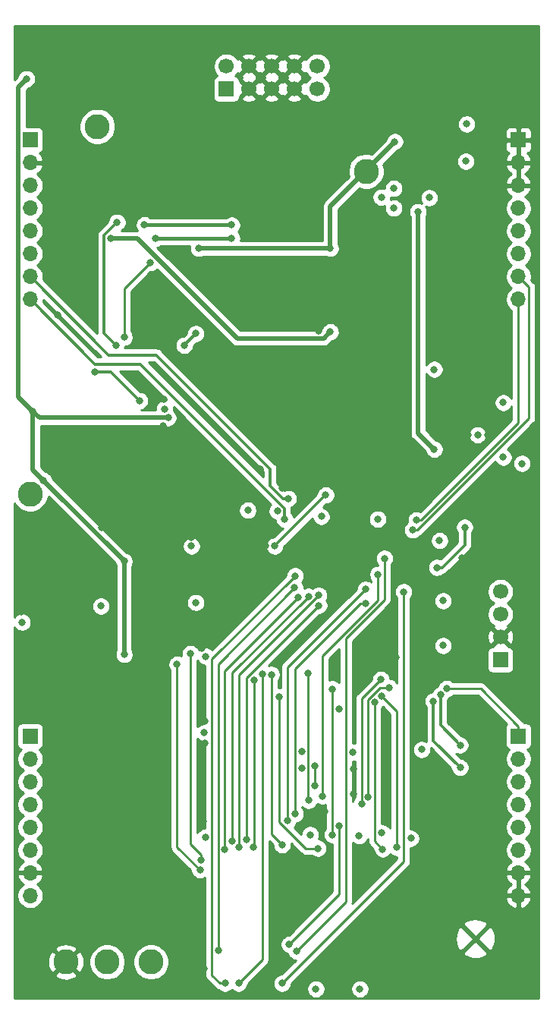
<source format=gbr>
G04 #@! TF.GenerationSoftware,KiCad,Pcbnew,(5.1.5)-3*
G04 #@! TF.CreationDate,2020-09-27T14:55:58+01:00*
G04 #@! TF.ProjectId,Alligator_Components,416c6c69-6761-4746-9f72-5f436f6d706f,rev?*
G04 #@! TF.SameCoordinates,Original*
G04 #@! TF.FileFunction,Copper,L4,Bot*
G04 #@! TF.FilePolarity,Positive*
%FSLAX46Y46*%
G04 Gerber Fmt 4.6, Leading zero omitted, Abs format (unit mm)*
G04 Created by KiCad (PCBNEW (5.1.5)-3) date 2020-09-27 14:55:58*
%MOMM*%
%LPD*%
G04 APERTURE LIST*
%ADD10R,1.700000X1.700000*%
%ADD11O,1.700000X1.700000*%
%ADD12C,2.800000*%
%ADD13C,1.700000*%
%ADD14C,0.800000*%
%ADD15C,0.500000*%
%ADD16C,0.300000*%
%ADD17C,0.250000*%
%ADD18C,0.400000*%
%ADD19C,0.254000*%
G04 APERTURE END LIST*
D10*
X157000000Y-130000000D03*
D11*
X157000000Y-132540000D03*
X157000000Y-135080000D03*
X157000000Y-137620000D03*
X157000000Y-140160000D03*
X157000000Y-142700000D03*
X157000000Y-145240000D03*
X157000000Y-147780000D03*
D10*
X157000000Y-63500000D03*
D11*
X157000000Y-66040000D03*
X157000000Y-68580000D03*
X157000000Y-71120000D03*
X157000000Y-73660000D03*
X157000000Y-76200000D03*
X157000000Y-78740000D03*
X157000000Y-81280000D03*
D10*
X102500000Y-130000000D03*
D11*
X102500000Y-132540000D03*
X102500000Y-135080000D03*
X102500000Y-137620000D03*
X102500000Y-140160000D03*
X102500000Y-142700000D03*
X102500000Y-145240000D03*
X102500000Y-147780000D03*
D10*
X102500000Y-63500000D03*
D11*
X102500000Y-66040000D03*
X102500000Y-68580000D03*
X102500000Y-71120000D03*
X102500000Y-73660000D03*
X102500000Y-76200000D03*
X102500000Y-78740000D03*
X102500000Y-81280000D03*
D12*
X110000000Y-62000000D03*
X140000000Y-67000000D03*
X102500000Y-103000000D03*
X111100000Y-155200000D03*
X116000000Y-155200000D03*
X106500000Y-155200000D03*
D13*
X134560000Y-55285000D03*
X134560000Y-57825000D03*
X132020000Y-55285000D03*
X132020000Y-57825000D03*
X129480000Y-55285000D03*
X129480000Y-57825000D03*
X126940000Y-55285000D03*
X126940000Y-57825000D03*
X124400000Y-55285000D03*
D10*
X124400000Y-57825000D03*
X155000000Y-121500000D03*
D13*
X155000000Y-118960000D03*
X155000000Y-116420000D03*
X155000000Y-113880000D03*
D14*
X122500000Y-115100000D03*
X136950000Y-127000000D03*
X110300000Y-102000000D03*
X118600000Y-100900000D03*
X111500000Y-69000000D03*
X134800000Y-78900000D03*
X137300000Y-78900000D03*
X118900000Y-117500000D03*
X147500000Y-121900000D03*
X143300000Y-121200000D03*
X150300000Y-119200000D03*
X150300000Y-117100000D03*
X126500000Y-110600000D03*
X128800000Y-108800000D03*
X130600000Y-102300000D03*
X101500000Y-116100000D03*
X122000000Y-130800000D03*
X132800000Y-133600000D03*
X138600000Y-133700000D03*
X135400000Y-138400000D03*
X133700000Y-157200000D03*
X138200000Y-157100000D03*
X142600000Y-157100000D03*
X140300000Y-145300000D03*
X145900000Y-133500000D03*
X120500000Y-107800000D03*
X134700000Y-84800000D03*
X107900000Y-114100000D03*
X143900000Y-89100000D03*
X148600000Y-99000000D03*
X151900000Y-98700000D03*
X153600000Y-96400000D03*
X148700000Y-92800000D03*
X153000000Y-92900000D03*
X115200000Y-83500000D03*
X119800000Y-84400000D03*
X128500000Y-90900000D03*
X117400000Y-92400000D03*
X117300000Y-95400000D03*
X138900000Y-104500000D03*
X139400000Y-102200000D03*
X144158470Y-112246889D03*
X147100000Y-112200000D03*
X151400000Y-96400000D03*
X110500000Y-106700000D03*
X147900000Y-79400000D03*
X110100000Y-123500000D03*
X122000000Y-128300000D03*
X121655290Y-120204324D03*
X157400000Y-101600000D03*
X151900000Y-102500000D03*
X155500000Y-102700000D03*
X150700000Y-110100000D03*
X128200000Y-100200000D03*
X107900000Y-116700000D03*
X121800000Y-139500000D03*
X138600000Y-136500000D03*
X142300000Y-137500000D03*
X146800000Y-143600000D03*
X121900000Y-155900000D03*
X145400000Y-155900000D03*
X136500000Y-122100000D03*
X139200000Y-122100000D03*
X137300000Y-114500000D03*
X128200000Y-114000000D03*
X155400000Y-87400000D03*
X151500000Y-86400000D03*
X147600000Y-86400000D03*
X137300000Y-84800000D03*
X111700000Y-64700000D03*
X121100000Y-64700000D03*
X143500000Y-67500000D03*
X153500000Y-65100000D03*
X153500000Y-61500000D03*
X157000000Y-52900000D03*
X157000000Y-55200000D03*
X153300000Y-55200000D03*
X153300000Y-52900000D03*
X149300000Y-52900000D03*
X149300000Y-55200000D03*
X146000000Y-55200000D03*
X146000000Y-52900000D03*
X102100000Y-51400000D03*
X107900000Y-55400000D03*
X106300000Y-54100000D03*
X113200000Y-52300000D03*
X109800000Y-52300000D03*
X129500000Y-64500000D03*
X129500000Y-70200000D03*
X125000000Y-90600000D03*
X125500000Y-80800000D03*
X108900000Y-75200000D03*
X105600000Y-83000000D03*
X113500000Y-132600000D03*
X113500000Y-140600000D03*
X113500000Y-148100000D03*
X142200000Y-150400000D03*
X154100000Y-109900000D03*
X121300000Y-75600000D03*
X136000000Y-75600000D03*
X143200000Y-63700000D03*
X136000000Y-84900000D03*
X111500000Y-74500000D03*
X113000000Y-120900000D03*
X113000000Y-110500000D03*
X102800000Y-93800000D03*
X102100000Y-56700000D03*
X117900000Y-94500000D03*
X104000000Y-101500000D03*
X141700000Y-69900000D03*
X143100000Y-68900000D03*
X143100000Y-71100000D03*
X117500000Y-93500000D03*
X101600000Y-117300000D03*
X110400000Y-115500000D03*
X155300000Y-92800000D03*
X126800000Y-104800000D03*
X147600000Y-89100000D03*
X132800000Y-131725000D03*
X121950000Y-129625000D03*
X139225000Y-141125000D03*
X122100000Y-121100000D03*
X146200000Y-131500000D03*
X138500000Y-131800000D03*
X141750000Y-140800000D03*
X133750000Y-141000000D03*
X122048001Y-141300000D03*
X134400000Y-158200000D03*
X139300000Y-158200000D03*
X145000000Y-141400000D03*
X148600000Y-114900000D03*
X148600000Y-119900000D03*
X148200000Y-108200000D03*
X120500000Y-108800000D03*
X135000000Y-105500000D03*
X130100000Y-104900000D03*
X141300000Y-105800000D03*
X155300000Y-98900000D03*
X147600000Y-98000000D03*
X152448229Y-96396785D03*
X145800000Y-71500000D03*
X147050000Y-69950000D03*
X151125000Y-65875000D03*
X151225000Y-61725000D03*
X121000000Y-115100000D03*
X157400000Y-99600000D03*
X114700000Y-92600000D03*
X109752000Y-89400000D03*
X115265000Y-72965000D03*
X125000000Y-73000000D03*
X116535000Y-74465000D03*
X125000000Y-74500000D03*
X149000000Y-124700000D03*
X145200000Y-107000000D03*
X145600000Y-105900000D03*
X121000000Y-85100000D03*
X119700000Y-86400000D03*
X131300000Y-103500000D03*
X132225000Y-153975000D03*
X142050000Y-110175000D03*
X135125000Y-136675000D03*
X141325000Y-111975000D03*
X151000000Y-106700000D03*
X147900000Y-111200000D03*
X131246037Y-139445931D03*
X139925000Y-113625000D03*
X130625000Y-157575000D03*
X144200000Y-113900000D03*
X132075000Y-138675000D03*
X139925000Y-115175000D03*
X139500000Y-137525000D03*
X141650000Y-123675000D03*
X140225000Y-136769309D03*
X142550000Y-124600000D03*
X137000000Y-140025000D03*
X131425000Y-153225000D03*
X134300000Y-135525000D03*
X134275000Y-133300000D03*
X141850000Y-142600000D03*
X140956778Y-126225000D03*
X143425000Y-142425000D03*
X141725000Y-125500000D03*
X135500000Y-103100000D03*
X129800000Y-108800000D03*
X134625000Y-142525000D03*
X130300000Y-125600000D03*
X136225000Y-124750000D03*
X136225000Y-141000000D03*
X121600000Y-143800000D03*
X120400000Y-120800000D03*
X121450040Y-144925000D03*
X118900000Y-122000000D03*
X127425000Y-142425000D03*
X127525000Y-123775000D03*
X128400000Y-123100000D03*
X125775000Y-157575000D03*
X130625000Y-142125000D03*
X129425000Y-123125000D03*
X112200000Y-72700000D03*
X112075000Y-86400000D03*
X113000000Y-85500000D03*
X115900000Y-77200000D03*
X133550000Y-122975000D03*
X133575000Y-137175000D03*
X132075000Y-112125000D03*
X124250000Y-157575000D03*
X132025000Y-113425000D03*
X123500000Y-153900000D03*
X124225000Y-142625000D03*
X132425000Y-114525000D03*
X133570109Y-114405196D03*
X125025000Y-141725000D03*
X134700305Y-114300305D03*
X125825000Y-142425000D03*
X134725000Y-115425000D03*
X126625000Y-141525000D03*
X147500000Y-126100000D03*
X150500000Y-133500000D03*
X148292892Y-125407108D03*
X150500000Y-131000000D03*
X130900000Y-105800000D03*
D15*
X136000000Y-75600000D02*
X121300000Y-75600000D01*
X136000000Y-75600000D02*
X136000000Y-70900000D01*
X136000000Y-70900000D02*
X143200000Y-63700000D01*
X114458002Y-74500000D02*
X111500000Y-74500000D01*
X125608003Y-85650001D02*
X114458002Y-74500000D01*
X136000000Y-84900000D02*
X135249999Y-85650001D01*
X135249999Y-85650001D02*
X125608003Y-85650001D01*
X113000000Y-120900000D02*
X113000000Y-110500000D01*
X102800000Y-100300000D02*
X102800000Y-93800000D01*
X101199999Y-57600001D02*
X102100000Y-56700000D01*
X102800000Y-93800000D02*
X101199999Y-92199999D01*
X101199999Y-92199999D02*
X101199999Y-57600001D01*
X103500000Y-94500000D02*
X102800000Y-93800000D01*
X117900000Y-94500000D02*
X103500000Y-94500000D01*
X113000000Y-110500000D02*
X104000000Y-101500000D01*
X104000000Y-101500000D02*
X102800000Y-100300000D01*
X145800000Y-96200000D02*
X147600000Y-98000000D01*
X145800000Y-71500000D02*
X145800000Y-96200000D01*
D16*
X111500000Y-89400000D02*
X109752000Y-89400000D01*
X114700000Y-92600000D02*
X111500000Y-89400000D01*
D17*
X115300000Y-73000000D02*
X115265000Y-72965000D01*
D18*
X125000000Y-73000000D02*
X115300000Y-73000000D01*
D17*
X116570000Y-74500000D02*
X116535000Y-74465000D01*
D18*
X125000000Y-74500000D02*
X116570000Y-74500000D01*
D17*
X152800000Y-124700000D02*
X157000000Y-128900000D01*
X157000000Y-128900000D02*
X157000000Y-130000000D01*
X149000000Y-124700000D02*
X152800000Y-124700000D01*
X145702095Y-107000000D02*
X145200000Y-107000000D01*
X158175001Y-94527094D02*
X145702095Y-107000000D01*
X157000000Y-78740000D02*
X158175001Y-79915001D01*
X158175001Y-79915001D02*
X158175001Y-94527094D01*
X157000000Y-95065685D02*
X157000000Y-81280000D01*
X146165685Y-105900000D02*
X157000000Y-95065685D01*
X145600000Y-105900000D02*
X146165685Y-105900000D01*
D16*
X121000000Y-85100000D02*
X119700000Y-86400000D01*
X111260000Y-87500000D02*
X102500000Y-78740000D01*
X116610002Y-87500000D02*
X111260000Y-87500000D01*
X129289998Y-100179996D02*
X116610002Y-87500000D01*
X129289998Y-102100000D02*
X129289998Y-100179996D01*
X130689998Y-103500000D02*
X129289998Y-102100000D01*
X131300000Y-103500000D02*
X130689998Y-103500000D01*
D17*
X137725001Y-148474999D02*
X137725001Y-119084411D01*
X132225000Y-153975000D02*
X137725001Y-148474999D01*
X142050001Y-110334837D02*
X141994929Y-110279765D01*
X137725001Y-119084411D02*
X142050001Y-114759411D01*
X142050001Y-114759411D02*
X142050001Y-110334837D01*
X135125000Y-121048002D02*
X135125000Y-136675000D01*
X141325000Y-114848002D02*
X135125000Y-121048002D01*
X141325000Y-111975000D02*
X141325000Y-114848002D01*
D16*
X151000000Y-108665685D02*
X151000000Y-106700000D01*
X148465685Y-111200000D02*
X151000000Y-108665685D01*
X147900000Y-111200000D02*
X148465685Y-111200000D01*
D17*
X131246037Y-122303963D02*
X131246037Y-139445931D01*
X139925000Y-113625000D02*
X131246037Y-122303963D01*
X130625000Y-157575000D02*
X144200000Y-144000000D01*
X144200000Y-144000000D02*
X144200000Y-113900000D01*
X139359315Y-115175000D02*
X139925000Y-115175000D01*
X132075000Y-122459315D02*
X139359315Y-115175000D01*
X132075000Y-138675000D02*
X132075000Y-122459315D01*
X139499999Y-125825001D02*
X141650000Y-123675000D01*
X139500000Y-137525000D02*
X139499999Y-125825001D01*
X141551998Y-124600000D02*
X142550000Y-124600000D01*
X140225000Y-136769309D02*
X140225000Y-125926998D01*
X140225000Y-125926998D02*
X141551998Y-124600000D01*
X137000000Y-147650000D02*
X137000000Y-140025000D01*
X131425000Y-153225000D02*
X137000000Y-147650000D01*
X134275000Y-135500000D02*
X134300000Y-135525000D01*
X134275000Y-133300000D02*
X134275000Y-135500000D01*
X140956778Y-141706778D02*
X140956778Y-126225000D01*
X141850000Y-142600000D02*
X140956778Y-141706778D01*
X143425000Y-127225000D02*
X143425000Y-142425000D01*
X141700000Y-125500000D02*
X143425000Y-127225000D01*
D16*
X135500000Y-103100000D02*
X129800000Y-108800000D01*
D17*
X130300000Y-139572896D02*
X133252104Y-142525000D01*
X130300000Y-125600000D02*
X130300000Y-139572896D01*
X133252104Y-142525000D02*
X134625000Y-142525000D01*
X136225000Y-124750000D02*
X136225000Y-141000000D01*
X120400000Y-142034315D02*
X120400000Y-120800000D01*
X121600000Y-143234315D02*
X120400000Y-142034315D01*
X121600000Y-143800000D02*
X121600000Y-143234315D01*
X118900000Y-142374960D02*
X118900000Y-122000000D01*
X121450040Y-144925000D02*
X118900000Y-142374960D01*
X127525000Y-142325000D02*
X127425000Y-142425000D01*
X127525000Y-123775000D02*
X127525000Y-142325000D01*
X128400000Y-123100000D02*
X128400000Y-154950000D01*
X128400000Y-154950000D02*
X125775000Y-157575000D01*
X129425000Y-140925000D02*
X129425000Y-123125000D01*
X130625000Y-142125000D02*
X129425000Y-140925000D01*
D16*
X110749999Y-74139999D02*
X112200000Y-72700000D01*
X112075000Y-86400000D02*
X110749999Y-85074999D01*
X110749999Y-85074999D02*
X110749999Y-74139999D01*
D17*
X113000000Y-85500000D02*
X113000000Y-80100000D01*
X113000000Y-80100000D02*
X115900000Y-77200000D01*
X133550000Y-137150000D02*
X133575000Y-137175000D01*
X133550000Y-122975000D02*
X133550000Y-137150000D01*
X122773001Y-121426999D02*
X132075000Y-112125000D01*
X122773001Y-156663686D02*
X122773001Y-121426999D01*
X123684315Y-157575000D02*
X122773001Y-156663686D01*
X124250000Y-157575000D02*
X123684315Y-157575000D01*
X123499999Y-121950001D02*
X123499999Y-153899999D01*
X132025000Y-113425000D02*
X123499999Y-121950001D01*
X132425000Y-114525000D02*
X124225000Y-122725000D01*
X124225000Y-122725000D02*
X124225000Y-142625000D01*
X133570109Y-114405196D02*
X125025000Y-122950305D01*
X125025000Y-122950305D02*
X125025000Y-141725000D01*
X125825000Y-123175610D02*
X125825000Y-142425000D01*
X134700305Y-114300305D02*
X125825000Y-123175610D01*
X134725000Y-115425000D02*
X126625000Y-123525000D01*
X126625000Y-123525000D02*
X126625000Y-141525000D01*
D16*
X147500000Y-126100000D02*
X147500000Y-130500000D01*
X147500000Y-130500000D02*
X150500000Y-133500000D01*
X148292892Y-125407108D02*
X148292892Y-128792892D01*
X148292892Y-128792892D02*
X150500000Y-131000000D01*
X130900000Y-104589998D02*
X114810002Y-88500000D01*
X130900000Y-105800000D02*
X130900000Y-104589998D01*
X109720000Y-88500000D02*
X102500000Y-81280000D01*
X114810002Y-88500000D02*
X109720000Y-88500000D01*
D19*
G36*
X159265001Y-159265000D02*
G01*
X100735000Y-159265000D01*
X100735000Y-156620447D01*
X105259158Y-156620447D01*
X105403135Y-156925770D01*
X105760892Y-157106597D01*
X106147053Y-157214155D01*
X106546777Y-157244310D01*
X106944704Y-157195904D01*
X107325540Y-157070795D01*
X107596865Y-156925770D01*
X107740842Y-156620447D01*
X106500000Y-155379605D01*
X105259158Y-156620447D01*
X100735000Y-156620447D01*
X100735000Y-155246777D01*
X104455690Y-155246777D01*
X104504096Y-155644704D01*
X104629205Y-156025540D01*
X104774230Y-156296865D01*
X105079553Y-156440842D01*
X106320395Y-155200000D01*
X106679605Y-155200000D01*
X107920447Y-156440842D01*
X108225770Y-156296865D01*
X108406597Y-155939108D01*
X108514155Y-155552947D01*
X108544310Y-155153223D01*
X108525619Y-154999570D01*
X109065000Y-154999570D01*
X109065000Y-155400430D01*
X109143204Y-155793587D01*
X109296607Y-156163934D01*
X109519313Y-156497237D01*
X109802763Y-156780687D01*
X110136066Y-157003393D01*
X110506413Y-157156796D01*
X110899570Y-157235000D01*
X111300430Y-157235000D01*
X111693587Y-157156796D01*
X112063934Y-157003393D01*
X112397237Y-156780687D01*
X112680687Y-156497237D01*
X112903393Y-156163934D01*
X113056796Y-155793587D01*
X113135000Y-155400430D01*
X113135000Y-154999570D01*
X113965000Y-154999570D01*
X113965000Y-155400430D01*
X114043204Y-155793587D01*
X114196607Y-156163934D01*
X114419313Y-156497237D01*
X114702763Y-156780687D01*
X115036066Y-157003393D01*
X115406413Y-157156796D01*
X115799570Y-157235000D01*
X116200430Y-157235000D01*
X116593587Y-157156796D01*
X116963934Y-157003393D01*
X117297237Y-156780687D01*
X117580687Y-156497237D01*
X117803393Y-156163934D01*
X117956796Y-155793587D01*
X118035000Y-155400430D01*
X118035000Y-154999570D01*
X117956796Y-154606413D01*
X117803393Y-154236066D01*
X117580687Y-153902763D01*
X117297237Y-153619313D01*
X116963934Y-153396607D01*
X116593587Y-153243204D01*
X116200430Y-153165000D01*
X115799570Y-153165000D01*
X115406413Y-153243204D01*
X115036066Y-153396607D01*
X114702763Y-153619313D01*
X114419313Y-153902763D01*
X114196607Y-154236066D01*
X114043204Y-154606413D01*
X113965000Y-154999570D01*
X113135000Y-154999570D01*
X113056796Y-154606413D01*
X112903393Y-154236066D01*
X112680687Y-153902763D01*
X112397237Y-153619313D01*
X112063934Y-153396607D01*
X111693587Y-153243204D01*
X111300430Y-153165000D01*
X110899570Y-153165000D01*
X110506413Y-153243204D01*
X110136066Y-153396607D01*
X109802763Y-153619313D01*
X109519313Y-153902763D01*
X109296607Y-154236066D01*
X109143204Y-154606413D01*
X109065000Y-154999570D01*
X108525619Y-154999570D01*
X108495904Y-154755296D01*
X108370795Y-154374460D01*
X108225770Y-154103135D01*
X107920447Y-153959158D01*
X106679605Y-155200000D01*
X106320395Y-155200000D01*
X105079553Y-153959158D01*
X104774230Y-154103135D01*
X104593403Y-154460892D01*
X104485845Y-154847053D01*
X104455690Y-155246777D01*
X100735000Y-155246777D01*
X100735000Y-153779553D01*
X105259158Y-153779553D01*
X106500000Y-155020395D01*
X107740842Y-153779553D01*
X107596865Y-153474230D01*
X107239108Y-153293403D01*
X106852947Y-153185845D01*
X106453223Y-153155690D01*
X106055296Y-153204096D01*
X105674460Y-153329205D01*
X105403135Y-153474230D01*
X105259158Y-153779553D01*
X100735000Y-153779553D01*
X100735000Y-147633740D01*
X101015000Y-147633740D01*
X101015000Y-147926260D01*
X101072068Y-148213158D01*
X101184010Y-148483411D01*
X101346525Y-148726632D01*
X101553368Y-148933475D01*
X101796589Y-149095990D01*
X102066842Y-149207932D01*
X102353740Y-149265000D01*
X102646260Y-149265000D01*
X102933158Y-149207932D01*
X103203411Y-149095990D01*
X103446632Y-148933475D01*
X103653475Y-148726632D01*
X103815990Y-148483411D01*
X103927932Y-148213158D01*
X103985000Y-147926260D01*
X103985000Y-147633740D01*
X103927932Y-147346842D01*
X103815990Y-147076589D01*
X103653475Y-146833368D01*
X103446632Y-146626525D01*
X103264466Y-146504805D01*
X103381355Y-146435178D01*
X103597588Y-146240269D01*
X103771641Y-146006920D01*
X103896825Y-145744099D01*
X103941476Y-145596890D01*
X103820155Y-145367000D01*
X102627000Y-145367000D01*
X102627000Y-145387000D01*
X102373000Y-145387000D01*
X102373000Y-145367000D01*
X101179845Y-145367000D01*
X101058524Y-145596890D01*
X101103175Y-145744099D01*
X101228359Y-146006920D01*
X101402412Y-146240269D01*
X101618645Y-146435178D01*
X101735534Y-146504805D01*
X101553368Y-146626525D01*
X101346525Y-146833368D01*
X101184010Y-147076589D01*
X101072068Y-147346842D01*
X101015000Y-147633740D01*
X100735000Y-147633740D01*
X100735000Y-129150000D01*
X101011928Y-129150000D01*
X101011928Y-130850000D01*
X101024188Y-130974482D01*
X101060498Y-131094180D01*
X101119463Y-131204494D01*
X101198815Y-131301185D01*
X101295506Y-131380537D01*
X101405820Y-131439502D01*
X101478380Y-131461513D01*
X101346525Y-131593368D01*
X101184010Y-131836589D01*
X101072068Y-132106842D01*
X101015000Y-132393740D01*
X101015000Y-132686260D01*
X101072068Y-132973158D01*
X101184010Y-133243411D01*
X101346525Y-133486632D01*
X101553368Y-133693475D01*
X101727760Y-133810000D01*
X101553368Y-133926525D01*
X101346525Y-134133368D01*
X101184010Y-134376589D01*
X101072068Y-134646842D01*
X101015000Y-134933740D01*
X101015000Y-135226260D01*
X101072068Y-135513158D01*
X101184010Y-135783411D01*
X101346525Y-136026632D01*
X101553368Y-136233475D01*
X101727760Y-136350000D01*
X101553368Y-136466525D01*
X101346525Y-136673368D01*
X101184010Y-136916589D01*
X101072068Y-137186842D01*
X101015000Y-137473740D01*
X101015000Y-137766260D01*
X101072068Y-138053158D01*
X101184010Y-138323411D01*
X101346525Y-138566632D01*
X101553368Y-138773475D01*
X101727760Y-138890000D01*
X101553368Y-139006525D01*
X101346525Y-139213368D01*
X101184010Y-139456589D01*
X101072068Y-139726842D01*
X101015000Y-140013740D01*
X101015000Y-140306260D01*
X101072068Y-140593158D01*
X101184010Y-140863411D01*
X101346525Y-141106632D01*
X101553368Y-141313475D01*
X101727760Y-141430000D01*
X101553368Y-141546525D01*
X101346525Y-141753368D01*
X101184010Y-141996589D01*
X101072068Y-142266842D01*
X101015000Y-142553740D01*
X101015000Y-142846260D01*
X101072068Y-143133158D01*
X101184010Y-143403411D01*
X101346525Y-143646632D01*
X101553368Y-143853475D01*
X101735534Y-143975195D01*
X101618645Y-144044822D01*
X101402412Y-144239731D01*
X101228359Y-144473080D01*
X101103175Y-144735901D01*
X101058524Y-144883110D01*
X101179845Y-145113000D01*
X102373000Y-145113000D01*
X102373000Y-145093000D01*
X102627000Y-145093000D01*
X102627000Y-145113000D01*
X103820155Y-145113000D01*
X103941476Y-144883110D01*
X103896825Y-144735901D01*
X103771641Y-144473080D01*
X103597588Y-144239731D01*
X103381355Y-144044822D01*
X103264466Y-143975195D01*
X103446632Y-143853475D01*
X103653475Y-143646632D01*
X103815990Y-143403411D01*
X103927932Y-143133158D01*
X103985000Y-142846260D01*
X103985000Y-142553740D01*
X103927932Y-142266842D01*
X103815990Y-141996589D01*
X103653475Y-141753368D01*
X103446632Y-141546525D01*
X103272240Y-141430000D01*
X103446632Y-141313475D01*
X103653475Y-141106632D01*
X103815990Y-140863411D01*
X103927932Y-140593158D01*
X103985000Y-140306260D01*
X103985000Y-140013740D01*
X103927932Y-139726842D01*
X103815990Y-139456589D01*
X103653475Y-139213368D01*
X103446632Y-139006525D01*
X103272240Y-138890000D01*
X103446632Y-138773475D01*
X103653475Y-138566632D01*
X103815990Y-138323411D01*
X103927932Y-138053158D01*
X103985000Y-137766260D01*
X103985000Y-137473740D01*
X103927932Y-137186842D01*
X103815990Y-136916589D01*
X103653475Y-136673368D01*
X103446632Y-136466525D01*
X103272240Y-136350000D01*
X103446632Y-136233475D01*
X103653475Y-136026632D01*
X103815990Y-135783411D01*
X103927932Y-135513158D01*
X103985000Y-135226260D01*
X103985000Y-134933740D01*
X103927932Y-134646842D01*
X103815990Y-134376589D01*
X103653475Y-134133368D01*
X103446632Y-133926525D01*
X103272240Y-133810000D01*
X103446632Y-133693475D01*
X103653475Y-133486632D01*
X103815990Y-133243411D01*
X103927932Y-132973158D01*
X103985000Y-132686260D01*
X103985000Y-132393740D01*
X103927932Y-132106842D01*
X103815990Y-131836589D01*
X103653475Y-131593368D01*
X103521620Y-131461513D01*
X103594180Y-131439502D01*
X103704494Y-131380537D01*
X103801185Y-131301185D01*
X103880537Y-131204494D01*
X103939502Y-131094180D01*
X103975812Y-130974482D01*
X103988072Y-130850000D01*
X103988072Y-129150000D01*
X103975812Y-129025518D01*
X103939502Y-128905820D01*
X103880537Y-128795506D01*
X103801185Y-128698815D01*
X103704494Y-128619463D01*
X103594180Y-128560498D01*
X103474482Y-128524188D01*
X103350000Y-128511928D01*
X101650000Y-128511928D01*
X101525518Y-128524188D01*
X101405820Y-128560498D01*
X101295506Y-128619463D01*
X101198815Y-128698815D01*
X101119463Y-128795506D01*
X101060498Y-128905820D01*
X101024188Y-129025518D01*
X101011928Y-129150000D01*
X100735000Y-129150000D01*
X100735000Y-117868387D01*
X100796063Y-117959774D01*
X100940226Y-118103937D01*
X101109744Y-118217205D01*
X101298102Y-118295226D01*
X101498061Y-118335000D01*
X101701939Y-118335000D01*
X101901898Y-118295226D01*
X102090256Y-118217205D01*
X102259774Y-118103937D01*
X102403937Y-117959774D01*
X102517205Y-117790256D01*
X102595226Y-117601898D01*
X102635000Y-117401939D01*
X102635000Y-117198061D01*
X102595226Y-116998102D01*
X102517205Y-116809744D01*
X102403937Y-116640226D01*
X102259774Y-116496063D01*
X102090256Y-116382795D01*
X101901898Y-116304774D01*
X101701939Y-116265000D01*
X101498061Y-116265000D01*
X101298102Y-116304774D01*
X101109744Y-116382795D01*
X100940226Y-116496063D01*
X100796063Y-116640226D01*
X100735000Y-116731613D01*
X100735000Y-115398061D01*
X109365000Y-115398061D01*
X109365000Y-115601939D01*
X109404774Y-115801898D01*
X109482795Y-115990256D01*
X109596063Y-116159774D01*
X109740226Y-116303937D01*
X109909744Y-116417205D01*
X110098102Y-116495226D01*
X110298061Y-116535000D01*
X110501939Y-116535000D01*
X110701898Y-116495226D01*
X110890256Y-116417205D01*
X111059774Y-116303937D01*
X111203937Y-116159774D01*
X111317205Y-115990256D01*
X111395226Y-115801898D01*
X111435000Y-115601939D01*
X111435000Y-115398061D01*
X111395226Y-115198102D01*
X111317205Y-115009744D01*
X111203937Y-114840226D01*
X111059774Y-114696063D01*
X110890256Y-114582795D01*
X110701898Y-114504774D01*
X110501939Y-114465000D01*
X110298061Y-114465000D01*
X110098102Y-114504774D01*
X109909744Y-114582795D01*
X109740226Y-114696063D01*
X109596063Y-114840226D01*
X109482795Y-115009744D01*
X109404774Y-115198102D01*
X109365000Y-115398061D01*
X100735000Y-115398061D01*
X100735000Y-104021393D01*
X100919313Y-104297237D01*
X101202763Y-104580687D01*
X101536066Y-104803393D01*
X101906413Y-104956796D01*
X102299570Y-105035000D01*
X102700430Y-105035000D01*
X103093587Y-104956796D01*
X103463934Y-104803393D01*
X103797237Y-104580687D01*
X104080687Y-104297237D01*
X104303393Y-103963934D01*
X104456796Y-103593587D01*
X104520707Y-103272285D01*
X111993465Y-110745044D01*
X112004774Y-110801898D01*
X112082795Y-110990256D01*
X112115001Y-111038456D01*
X112115000Y-120361546D01*
X112082795Y-120409744D01*
X112004774Y-120598102D01*
X111965000Y-120798061D01*
X111965000Y-121001939D01*
X112004774Y-121201898D01*
X112082795Y-121390256D01*
X112196063Y-121559774D01*
X112340226Y-121703937D01*
X112509744Y-121817205D01*
X112698102Y-121895226D01*
X112898061Y-121935000D01*
X113101939Y-121935000D01*
X113287645Y-121898061D01*
X117865000Y-121898061D01*
X117865000Y-122101939D01*
X117904774Y-122301898D01*
X117982795Y-122490256D01*
X118096063Y-122659774D01*
X118140001Y-122703712D01*
X118140000Y-142337638D01*
X118136324Y-142374960D01*
X118140000Y-142412282D01*
X118140000Y-142412292D01*
X118150997Y-142523945D01*
X118186870Y-142642205D01*
X118194454Y-142667206D01*
X118265026Y-142799236D01*
X118303618Y-142846260D01*
X118359999Y-142914961D01*
X118389003Y-142938764D01*
X120415040Y-144964802D01*
X120415040Y-145026939D01*
X120454814Y-145226898D01*
X120532835Y-145415256D01*
X120646103Y-145584774D01*
X120790266Y-145728937D01*
X120959784Y-145842205D01*
X121148142Y-145920226D01*
X121348101Y-145960000D01*
X121551979Y-145960000D01*
X121751938Y-145920226D01*
X121940296Y-145842205D01*
X122013001Y-145793625D01*
X122013001Y-156626364D01*
X122009325Y-156663686D01*
X122013001Y-156701008D01*
X122013001Y-156701018D01*
X122023998Y-156812671D01*
X122041223Y-156869454D01*
X122067455Y-156955932D01*
X122138027Y-157087962D01*
X122153321Y-157106597D01*
X122233000Y-157203687D01*
X122262003Y-157227489D01*
X123120516Y-158086003D01*
X123144314Y-158115001D01*
X123173312Y-158138799D01*
X123260039Y-158209974D01*
X123392068Y-158280546D01*
X123535276Y-158323987D01*
X123590226Y-158378937D01*
X123759744Y-158492205D01*
X123948102Y-158570226D01*
X124148061Y-158610000D01*
X124351939Y-158610000D01*
X124551898Y-158570226D01*
X124740256Y-158492205D01*
X124909774Y-158378937D01*
X125012500Y-158276211D01*
X125115226Y-158378937D01*
X125284744Y-158492205D01*
X125473102Y-158570226D01*
X125673061Y-158610000D01*
X125876939Y-158610000D01*
X126076898Y-158570226D01*
X126265256Y-158492205D01*
X126434774Y-158378937D01*
X126578937Y-158234774D01*
X126692205Y-158065256D01*
X126770226Y-157876898D01*
X126810000Y-157676939D01*
X126810000Y-157614801D01*
X128911003Y-155513799D01*
X128940001Y-155490001D01*
X129034974Y-155374276D01*
X129105546Y-155242247D01*
X129149003Y-155098986D01*
X129160000Y-154987333D01*
X129163677Y-154950000D01*
X129160000Y-154912667D01*
X129160000Y-141734801D01*
X129590000Y-142164802D01*
X129590000Y-142226939D01*
X129629774Y-142426898D01*
X129707795Y-142615256D01*
X129821063Y-142784774D01*
X129965226Y-142928937D01*
X130134744Y-143042205D01*
X130323102Y-143120226D01*
X130523061Y-143160000D01*
X130726939Y-143160000D01*
X130926898Y-143120226D01*
X131115256Y-143042205D01*
X131284774Y-142928937D01*
X131428937Y-142784774D01*
X131542205Y-142615256D01*
X131620226Y-142426898D01*
X131660000Y-142226939D01*
X131660000Y-142023061D01*
X131656185Y-142003883D01*
X132688305Y-143036003D01*
X132712103Y-143065001D01*
X132827828Y-143159974D01*
X132959857Y-143230546D01*
X133103118Y-143274003D01*
X133212477Y-143284774D01*
X133252104Y-143288677D01*
X133289437Y-143285000D01*
X133921289Y-143285000D01*
X133965226Y-143328937D01*
X134134744Y-143442205D01*
X134323102Y-143520226D01*
X134523061Y-143560000D01*
X134726939Y-143560000D01*
X134926898Y-143520226D01*
X135115256Y-143442205D01*
X135284774Y-143328937D01*
X135428937Y-143184774D01*
X135542205Y-143015256D01*
X135620226Y-142826898D01*
X135660000Y-142626939D01*
X135660000Y-142423061D01*
X135620226Y-142223102D01*
X135542205Y-142034744D01*
X135428937Y-141865226D01*
X135284774Y-141721063D01*
X135115256Y-141607795D01*
X134926898Y-141529774D01*
X134726939Y-141490000D01*
X134667311Y-141490000D01*
X134745226Y-141301898D01*
X134785000Y-141101939D01*
X134785000Y-140898061D01*
X134745226Y-140698102D01*
X134667205Y-140509744D01*
X134553937Y-140340226D01*
X134409774Y-140196063D01*
X134240256Y-140082795D01*
X134051898Y-140004774D01*
X133851939Y-139965000D01*
X133648061Y-139965000D01*
X133448102Y-140004774D01*
X133259744Y-140082795D01*
X133090226Y-140196063D01*
X132946063Y-140340226D01*
X132832795Y-140509744D01*
X132754774Y-140698102D01*
X132715000Y-140898061D01*
X132715000Y-140913094D01*
X131978792Y-140176887D01*
X132049974Y-140105705D01*
X132163242Y-139936187D01*
X132241263Y-139747829D01*
X132251747Y-139695120D01*
X132376898Y-139670226D01*
X132565256Y-139592205D01*
X132734774Y-139478937D01*
X132878937Y-139334774D01*
X132992205Y-139165256D01*
X133070226Y-138976898D01*
X133110000Y-138776939D01*
X133110000Y-138573061D01*
X133070226Y-138373102D01*
X132992205Y-138184744D01*
X132878937Y-138015226D01*
X132835000Y-137971289D01*
X132835000Y-137898711D01*
X132915226Y-137978937D01*
X133084744Y-138092205D01*
X133273102Y-138170226D01*
X133473061Y-138210000D01*
X133676939Y-138210000D01*
X133876898Y-138170226D01*
X134065256Y-138092205D01*
X134234774Y-137978937D01*
X134378937Y-137834774D01*
X134492205Y-137665256D01*
X134546803Y-137533445D01*
X134634744Y-137592205D01*
X134823102Y-137670226D01*
X135023061Y-137710000D01*
X135226939Y-137710000D01*
X135426898Y-137670226D01*
X135465001Y-137654443D01*
X135465001Y-140296288D01*
X135421063Y-140340226D01*
X135307795Y-140509744D01*
X135229774Y-140698102D01*
X135190000Y-140898061D01*
X135190000Y-141101939D01*
X135229774Y-141301898D01*
X135307795Y-141490256D01*
X135421063Y-141659774D01*
X135565226Y-141803937D01*
X135734744Y-141917205D01*
X135923102Y-141995226D01*
X136123061Y-142035000D01*
X136240001Y-142035000D01*
X136240000Y-147335198D01*
X131385199Y-152190000D01*
X131323061Y-152190000D01*
X131123102Y-152229774D01*
X130934744Y-152307795D01*
X130765226Y-152421063D01*
X130621063Y-152565226D01*
X130507795Y-152734744D01*
X130429774Y-152923102D01*
X130390000Y-153123061D01*
X130390000Y-153326939D01*
X130429774Y-153526898D01*
X130507795Y-153715256D01*
X130621063Y-153884774D01*
X130765226Y-154028937D01*
X130934744Y-154142205D01*
X131123102Y-154220226D01*
X131222431Y-154239984D01*
X131229774Y-154276898D01*
X131307795Y-154465256D01*
X131421063Y-154634774D01*
X131565226Y-154778937D01*
X131734744Y-154892205D01*
X131923102Y-154970226D01*
X132116503Y-155008696D01*
X130585199Y-156540000D01*
X130523061Y-156540000D01*
X130323102Y-156579774D01*
X130134744Y-156657795D01*
X129965226Y-156771063D01*
X129821063Y-156915226D01*
X129707795Y-157084744D01*
X129629774Y-157273102D01*
X129590000Y-157473061D01*
X129590000Y-157676939D01*
X129629774Y-157876898D01*
X129707795Y-158065256D01*
X129821063Y-158234774D01*
X129965226Y-158378937D01*
X130134744Y-158492205D01*
X130323102Y-158570226D01*
X130523061Y-158610000D01*
X130726939Y-158610000D01*
X130926898Y-158570226D01*
X131115256Y-158492205D01*
X131284774Y-158378937D01*
X131428937Y-158234774D01*
X131520285Y-158098061D01*
X133365000Y-158098061D01*
X133365000Y-158301939D01*
X133404774Y-158501898D01*
X133482795Y-158690256D01*
X133596063Y-158859774D01*
X133740226Y-159003937D01*
X133909744Y-159117205D01*
X134098102Y-159195226D01*
X134298061Y-159235000D01*
X134501939Y-159235000D01*
X134701898Y-159195226D01*
X134890256Y-159117205D01*
X135059774Y-159003937D01*
X135203937Y-158859774D01*
X135317205Y-158690256D01*
X135395226Y-158501898D01*
X135435000Y-158301939D01*
X135435000Y-158098061D01*
X138265000Y-158098061D01*
X138265000Y-158301939D01*
X138304774Y-158501898D01*
X138382795Y-158690256D01*
X138496063Y-158859774D01*
X138640226Y-159003937D01*
X138809744Y-159117205D01*
X138998102Y-159195226D01*
X139198061Y-159235000D01*
X139401939Y-159235000D01*
X139601898Y-159195226D01*
X139790256Y-159117205D01*
X139959774Y-159003937D01*
X140103937Y-158859774D01*
X140217205Y-158690256D01*
X140295226Y-158501898D01*
X140335000Y-158301939D01*
X140335000Y-158098061D01*
X140295226Y-157898102D01*
X140217205Y-157709744D01*
X140103937Y-157540226D01*
X139959774Y-157396063D01*
X139790256Y-157282795D01*
X139601898Y-157204774D01*
X139401939Y-157165000D01*
X139198061Y-157165000D01*
X138998102Y-157204774D01*
X138809744Y-157282795D01*
X138640226Y-157396063D01*
X138496063Y-157540226D01*
X138382795Y-157709744D01*
X138304774Y-157898102D01*
X138265000Y-158098061D01*
X135435000Y-158098061D01*
X135395226Y-157898102D01*
X135317205Y-157709744D01*
X135203937Y-157540226D01*
X135059774Y-157396063D01*
X134890256Y-157282795D01*
X134701898Y-157204774D01*
X134501939Y-157165000D01*
X134298061Y-157165000D01*
X134098102Y-157204774D01*
X133909744Y-157282795D01*
X133740226Y-157396063D01*
X133596063Y-157540226D01*
X133482795Y-157709744D01*
X133404774Y-157898102D01*
X133365000Y-158098061D01*
X131520285Y-158098061D01*
X131542205Y-158065256D01*
X131620226Y-157876898D01*
X131660000Y-157676939D01*
X131660000Y-157614801D01*
X135111956Y-154162845D01*
X150816761Y-154162845D01*
X150984802Y-154488643D01*
X151376607Y-154689426D01*
X151800055Y-154809914D01*
X152238873Y-154845476D01*
X152676197Y-154794746D01*
X153095221Y-154659674D01*
X153415198Y-154488643D01*
X153583239Y-154162845D01*
X152200000Y-152779605D01*
X150816761Y-154162845D01*
X135111956Y-154162845D01*
X136635928Y-152638873D01*
X149954524Y-152638873D01*
X150005254Y-153076197D01*
X150140326Y-153495221D01*
X150311357Y-153815198D01*
X150637155Y-153983239D01*
X152020395Y-152600000D01*
X152379605Y-152600000D01*
X153762845Y-153983239D01*
X154088643Y-153815198D01*
X154289426Y-153423393D01*
X154409914Y-152999945D01*
X154445476Y-152561127D01*
X154394746Y-152123803D01*
X154259674Y-151704779D01*
X154088643Y-151384802D01*
X153762845Y-151216761D01*
X152379605Y-152600000D01*
X152020395Y-152600000D01*
X150637155Y-151216761D01*
X150311357Y-151384802D01*
X150110574Y-151776607D01*
X149990086Y-152200055D01*
X149954524Y-152638873D01*
X136635928Y-152638873D01*
X138237646Y-151037155D01*
X150816761Y-151037155D01*
X152200000Y-152420395D01*
X153583239Y-151037155D01*
X153415198Y-150711357D01*
X153023393Y-150510574D01*
X152599945Y-150390086D01*
X152161127Y-150354524D01*
X151723803Y-150405254D01*
X151304779Y-150540326D01*
X150984802Y-150711357D01*
X150816761Y-151037155D01*
X138237646Y-151037155D01*
X141137911Y-148136890D01*
X155558524Y-148136890D01*
X155603175Y-148284099D01*
X155728359Y-148546920D01*
X155902412Y-148780269D01*
X156118645Y-148975178D01*
X156368748Y-149124157D01*
X156643109Y-149221481D01*
X156873000Y-149100814D01*
X156873000Y-147907000D01*
X157127000Y-147907000D01*
X157127000Y-149100814D01*
X157356891Y-149221481D01*
X157631252Y-149124157D01*
X157881355Y-148975178D01*
X158097588Y-148780269D01*
X158271641Y-148546920D01*
X158396825Y-148284099D01*
X158441476Y-148136890D01*
X158320155Y-147907000D01*
X157127000Y-147907000D01*
X156873000Y-147907000D01*
X155679845Y-147907000D01*
X155558524Y-148136890D01*
X141137911Y-148136890D01*
X143677911Y-145596890D01*
X155558524Y-145596890D01*
X155603175Y-145744099D01*
X155728359Y-146006920D01*
X155902412Y-146240269D01*
X156118645Y-146435178D01*
X156244255Y-146510000D01*
X156118645Y-146584822D01*
X155902412Y-146779731D01*
X155728359Y-147013080D01*
X155603175Y-147275901D01*
X155558524Y-147423110D01*
X155679845Y-147653000D01*
X156873000Y-147653000D01*
X156873000Y-145367000D01*
X157127000Y-145367000D01*
X157127000Y-147653000D01*
X158320155Y-147653000D01*
X158441476Y-147423110D01*
X158396825Y-147275901D01*
X158271641Y-147013080D01*
X158097588Y-146779731D01*
X157881355Y-146584822D01*
X157755745Y-146510000D01*
X157881355Y-146435178D01*
X158097588Y-146240269D01*
X158271641Y-146006920D01*
X158396825Y-145744099D01*
X158441476Y-145596890D01*
X158320155Y-145367000D01*
X157127000Y-145367000D01*
X156873000Y-145367000D01*
X155679845Y-145367000D01*
X155558524Y-145596890D01*
X143677911Y-145596890D01*
X144711004Y-144563798D01*
X144740001Y-144540001D01*
X144805842Y-144459774D01*
X144834974Y-144424277D01*
X144905546Y-144292247D01*
X144906150Y-144290256D01*
X144949003Y-144148986D01*
X144960000Y-144037333D01*
X144960000Y-144037324D01*
X144963676Y-144000001D01*
X144960000Y-143962678D01*
X144960000Y-142435000D01*
X145101939Y-142435000D01*
X145301898Y-142395226D01*
X145490256Y-142317205D01*
X145659774Y-142203937D01*
X145803937Y-142059774D01*
X145917205Y-141890256D01*
X145995226Y-141701898D01*
X146035000Y-141501939D01*
X146035000Y-141298061D01*
X145995226Y-141098102D01*
X145917205Y-140909744D01*
X145803937Y-140740226D01*
X145659774Y-140596063D01*
X145490256Y-140482795D01*
X145301898Y-140404774D01*
X145101939Y-140365000D01*
X144960000Y-140365000D01*
X144960000Y-131398061D01*
X145165000Y-131398061D01*
X145165000Y-131601939D01*
X145204774Y-131801898D01*
X145282795Y-131990256D01*
X145396063Y-132159774D01*
X145540226Y-132303937D01*
X145709744Y-132417205D01*
X145898102Y-132495226D01*
X146098061Y-132535000D01*
X146301939Y-132535000D01*
X146501898Y-132495226D01*
X146690256Y-132417205D01*
X146859774Y-132303937D01*
X147003937Y-132159774D01*
X147117205Y-131990256D01*
X147195226Y-131801898D01*
X147235000Y-131601939D01*
X147235000Y-131398061D01*
X147221864Y-131332021D01*
X149465000Y-133575157D01*
X149465000Y-133601939D01*
X149504774Y-133801898D01*
X149582795Y-133990256D01*
X149696063Y-134159774D01*
X149840226Y-134303937D01*
X150009744Y-134417205D01*
X150198102Y-134495226D01*
X150398061Y-134535000D01*
X150601939Y-134535000D01*
X150801898Y-134495226D01*
X150990256Y-134417205D01*
X151159774Y-134303937D01*
X151303937Y-134159774D01*
X151417205Y-133990256D01*
X151495226Y-133801898D01*
X151535000Y-133601939D01*
X151535000Y-133398061D01*
X151495226Y-133198102D01*
X151417205Y-133009744D01*
X151303937Y-132840226D01*
X151159774Y-132696063D01*
X150990256Y-132582795D01*
X150801898Y-132504774D01*
X150601939Y-132465000D01*
X150575157Y-132465000D01*
X150039820Y-131929663D01*
X150198102Y-131995226D01*
X150398061Y-132035000D01*
X150601939Y-132035000D01*
X150801898Y-131995226D01*
X150990256Y-131917205D01*
X151159774Y-131803937D01*
X151303937Y-131659774D01*
X151417205Y-131490256D01*
X151495226Y-131301898D01*
X151535000Y-131101939D01*
X151535000Y-130898061D01*
X151495226Y-130698102D01*
X151417205Y-130509744D01*
X151303937Y-130340226D01*
X151159774Y-130196063D01*
X150990256Y-130082795D01*
X150801898Y-130004774D01*
X150601939Y-129965000D01*
X150575158Y-129965000D01*
X149077892Y-128467735D01*
X149077892Y-126085819D01*
X149096829Y-126066882D01*
X149210097Y-125897364D01*
X149288118Y-125709006D01*
X149290404Y-125697512D01*
X149301898Y-125695226D01*
X149490256Y-125617205D01*
X149659774Y-125503937D01*
X149703711Y-125460000D01*
X152485199Y-125460000D01*
X155712655Y-128687457D01*
X155698815Y-128698815D01*
X155619463Y-128795506D01*
X155560498Y-128905820D01*
X155524188Y-129025518D01*
X155511928Y-129150000D01*
X155511928Y-130850000D01*
X155524188Y-130974482D01*
X155560498Y-131094180D01*
X155619463Y-131204494D01*
X155698815Y-131301185D01*
X155795506Y-131380537D01*
X155905820Y-131439502D01*
X155978380Y-131461513D01*
X155846525Y-131593368D01*
X155684010Y-131836589D01*
X155572068Y-132106842D01*
X155515000Y-132393740D01*
X155515000Y-132686260D01*
X155572068Y-132973158D01*
X155684010Y-133243411D01*
X155846525Y-133486632D01*
X156053368Y-133693475D01*
X156227760Y-133810000D01*
X156053368Y-133926525D01*
X155846525Y-134133368D01*
X155684010Y-134376589D01*
X155572068Y-134646842D01*
X155515000Y-134933740D01*
X155515000Y-135226260D01*
X155572068Y-135513158D01*
X155684010Y-135783411D01*
X155846525Y-136026632D01*
X156053368Y-136233475D01*
X156227760Y-136350000D01*
X156053368Y-136466525D01*
X155846525Y-136673368D01*
X155684010Y-136916589D01*
X155572068Y-137186842D01*
X155515000Y-137473740D01*
X155515000Y-137766260D01*
X155572068Y-138053158D01*
X155684010Y-138323411D01*
X155846525Y-138566632D01*
X156053368Y-138773475D01*
X156227760Y-138890000D01*
X156053368Y-139006525D01*
X155846525Y-139213368D01*
X155684010Y-139456589D01*
X155572068Y-139726842D01*
X155515000Y-140013740D01*
X155515000Y-140306260D01*
X155572068Y-140593158D01*
X155684010Y-140863411D01*
X155846525Y-141106632D01*
X156053368Y-141313475D01*
X156227760Y-141430000D01*
X156053368Y-141546525D01*
X155846525Y-141753368D01*
X155684010Y-141996589D01*
X155572068Y-142266842D01*
X155515000Y-142553740D01*
X155515000Y-142846260D01*
X155572068Y-143133158D01*
X155684010Y-143403411D01*
X155846525Y-143646632D01*
X156053368Y-143853475D01*
X156235534Y-143975195D01*
X156118645Y-144044822D01*
X155902412Y-144239731D01*
X155728359Y-144473080D01*
X155603175Y-144735901D01*
X155558524Y-144883110D01*
X155679845Y-145113000D01*
X156873000Y-145113000D01*
X156873000Y-145093000D01*
X157127000Y-145093000D01*
X157127000Y-145113000D01*
X158320155Y-145113000D01*
X158441476Y-144883110D01*
X158396825Y-144735901D01*
X158271641Y-144473080D01*
X158097588Y-144239731D01*
X157881355Y-144044822D01*
X157764466Y-143975195D01*
X157946632Y-143853475D01*
X158153475Y-143646632D01*
X158315990Y-143403411D01*
X158427932Y-143133158D01*
X158485000Y-142846260D01*
X158485000Y-142553740D01*
X158427932Y-142266842D01*
X158315990Y-141996589D01*
X158153475Y-141753368D01*
X157946632Y-141546525D01*
X157772240Y-141430000D01*
X157946632Y-141313475D01*
X158153475Y-141106632D01*
X158315990Y-140863411D01*
X158427932Y-140593158D01*
X158485000Y-140306260D01*
X158485000Y-140013740D01*
X158427932Y-139726842D01*
X158315990Y-139456589D01*
X158153475Y-139213368D01*
X157946632Y-139006525D01*
X157772240Y-138890000D01*
X157946632Y-138773475D01*
X158153475Y-138566632D01*
X158315990Y-138323411D01*
X158427932Y-138053158D01*
X158485000Y-137766260D01*
X158485000Y-137473740D01*
X158427932Y-137186842D01*
X158315990Y-136916589D01*
X158153475Y-136673368D01*
X157946632Y-136466525D01*
X157772240Y-136350000D01*
X157946632Y-136233475D01*
X158153475Y-136026632D01*
X158315990Y-135783411D01*
X158427932Y-135513158D01*
X158485000Y-135226260D01*
X158485000Y-134933740D01*
X158427932Y-134646842D01*
X158315990Y-134376589D01*
X158153475Y-134133368D01*
X157946632Y-133926525D01*
X157772240Y-133810000D01*
X157946632Y-133693475D01*
X158153475Y-133486632D01*
X158315990Y-133243411D01*
X158427932Y-132973158D01*
X158485000Y-132686260D01*
X158485000Y-132393740D01*
X158427932Y-132106842D01*
X158315990Y-131836589D01*
X158153475Y-131593368D01*
X158021620Y-131461513D01*
X158094180Y-131439502D01*
X158204494Y-131380537D01*
X158301185Y-131301185D01*
X158380537Y-131204494D01*
X158439502Y-131094180D01*
X158475812Y-130974482D01*
X158488072Y-130850000D01*
X158488072Y-129150000D01*
X158475812Y-129025518D01*
X158439502Y-128905820D01*
X158380537Y-128795506D01*
X158301185Y-128698815D01*
X158204494Y-128619463D01*
X158094180Y-128560498D01*
X157974482Y-128524188D01*
X157850000Y-128511928D01*
X157654326Y-128511928D01*
X157634975Y-128475725D01*
X157634974Y-128475723D01*
X157563799Y-128388997D01*
X157540001Y-128359999D01*
X157511004Y-128336202D01*
X153363804Y-124189003D01*
X153340001Y-124159999D01*
X153224276Y-124065026D01*
X153092247Y-123994454D01*
X152948986Y-123950997D01*
X152837333Y-123940000D01*
X152837322Y-123940000D01*
X152800000Y-123936324D01*
X152762678Y-123940000D01*
X149703711Y-123940000D01*
X149659774Y-123896063D01*
X149490256Y-123782795D01*
X149301898Y-123704774D01*
X149101939Y-123665000D01*
X148898061Y-123665000D01*
X148698102Y-123704774D01*
X148509744Y-123782795D01*
X148340226Y-123896063D01*
X148196063Y-124040226D01*
X148082795Y-124209744D01*
X148004774Y-124398102D01*
X148002488Y-124409596D01*
X147990994Y-124411882D01*
X147802636Y-124489903D01*
X147633118Y-124603171D01*
X147488955Y-124747334D01*
X147375687Y-124916852D01*
X147306803Y-125083152D01*
X147198102Y-125104774D01*
X147009744Y-125182795D01*
X146840226Y-125296063D01*
X146696063Y-125440226D01*
X146582795Y-125609744D01*
X146504774Y-125798102D01*
X146465000Y-125998061D01*
X146465000Y-126201939D01*
X146504774Y-126401898D01*
X146582795Y-126590256D01*
X146696063Y-126759774D01*
X146715000Y-126778711D01*
X146715001Y-130461437D01*
X146711203Y-130500000D01*
X146721407Y-130603610D01*
X146690256Y-130582795D01*
X146501898Y-130504774D01*
X146301939Y-130465000D01*
X146098061Y-130465000D01*
X145898102Y-130504774D01*
X145709744Y-130582795D01*
X145540226Y-130696063D01*
X145396063Y-130840226D01*
X145282795Y-131009744D01*
X145204774Y-131198102D01*
X145165000Y-131398061D01*
X144960000Y-131398061D01*
X144960000Y-119798061D01*
X147565000Y-119798061D01*
X147565000Y-120001939D01*
X147604774Y-120201898D01*
X147682795Y-120390256D01*
X147796063Y-120559774D01*
X147940226Y-120703937D01*
X148109744Y-120817205D01*
X148298102Y-120895226D01*
X148498061Y-120935000D01*
X148701939Y-120935000D01*
X148901898Y-120895226D01*
X149090256Y-120817205D01*
X149259774Y-120703937D01*
X149313711Y-120650000D01*
X153511928Y-120650000D01*
X153511928Y-122350000D01*
X153524188Y-122474482D01*
X153560498Y-122594180D01*
X153619463Y-122704494D01*
X153698815Y-122801185D01*
X153795506Y-122880537D01*
X153905820Y-122939502D01*
X154025518Y-122975812D01*
X154150000Y-122988072D01*
X155850000Y-122988072D01*
X155974482Y-122975812D01*
X156094180Y-122939502D01*
X156204494Y-122880537D01*
X156301185Y-122801185D01*
X156380537Y-122704494D01*
X156439502Y-122594180D01*
X156475812Y-122474482D01*
X156488072Y-122350000D01*
X156488072Y-120650000D01*
X156475812Y-120525518D01*
X156439502Y-120405820D01*
X156380537Y-120295506D01*
X156301185Y-120198815D01*
X156204494Y-120119463D01*
X156094180Y-120060498D01*
X155974482Y-120024188D01*
X155850000Y-120011928D01*
X155841458Y-120011928D01*
X155848792Y-119988397D01*
X155000000Y-119139605D01*
X154151208Y-119988397D01*
X154158542Y-120011928D01*
X154150000Y-120011928D01*
X154025518Y-120024188D01*
X153905820Y-120060498D01*
X153795506Y-120119463D01*
X153698815Y-120198815D01*
X153619463Y-120295506D01*
X153560498Y-120405820D01*
X153524188Y-120525518D01*
X153511928Y-120650000D01*
X149313711Y-120650000D01*
X149403937Y-120559774D01*
X149517205Y-120390256D01*
X149595226Y-120201898D01*
X149635000Y-120001939D01*
X149635000Y-119798061D01*
X149595226Y-119598102D01*
X149517205Y-119409744D01*
X149403937Y-119240226D01*
X149259774Y-119096063D01*
X149158705Y-119028531D01*
X153509389Y-119028531D01*
X153551401Y-119318019D01*
X153649081Y-119593747D01*
X153722528Y-119731157D01*
X153971603Y-119808792D01*
X154820395Y-118960000D01*
X155179605Y-118960000D01*
X156028397Y-119808792D01*
X156277472Y-119731157D01*
X156403371Y-119467117D01*
X156475339Y-119183589D01*
X156490611Y-118891469D01*
X156448599Y-118601981D01*
X156350919Y-118326253D01*
X156277472Y-118188843D01*
X156028397Y-118111208D01*
X155179605Y-118960000D01*
X154820395Y-118960000D01*
X153971603Y-118111208D01*
X153722528Y-118188843D01*
X153596629Y-118452883D01*
X153524661Y-118736411D01*
X153509389Y-119028531D01*
X149158705Y-119028531D01*
X149090256Y-118982795D01*
X148901898Y-118904774D01*
X148701939Y-118865000D01*
X148498061Y-118865000D01*
X148298102Y-118904774D01*
X148109744Y-118982795D01*
X147940226Y-119096063D01*
X147796063Y-119240226D01*
X147682795Y-119409744D01*
X147604774Y-119598102D01*
X147565000Y-119798061D01*
X144960000Y-119798061D01*
X144960000Y-114798061D01*
X147565000Y-114798061D01*
X147565000Y-115001939D01*
X147604774Y-115201898D01*
X147682795Y-115390256D01*
X147796063Y-115559774D01*
X147940226Y-115703937D01*
X148109744Y-115817205D01*
X148298102Y-115895226D01*
X148498061Y-115935000D01*
X148701939Y-115935000D01*
X148901898Y-115895226D01*
X149090256Y-115817205D01*
X149259774Y-115703937D01*
X149403937Y-115559774D01*
X149517205Y-115390256D01*
X149595226Y-115201898D01*
X149635000Y-115001939D01*
X149635000Y-114798061D01*
X149595226Y-114598102D01*
X149517205Y-114409744D01*
X149403937Y-114240226D01*
X149259774Y-114096063D01*
X149090256Y-113982795D01*
X148901898Y-113904774D01*
X148701939Y-113865000D01*
X148498061Y-113865000D01*
X148298102Y-113904774D01*
X148109744Y-113982795D01*
X147940226Y-114096063D01*
X147796063Y-114240226D01*
X147682795Y-114409744D01*
X147604774Y-114598102D01*
X147565000Y-114798061D01*
X144960000Y-114798061D01*
X144960000Y-114603711D01*
X145003937Y-114559774D01*
X145117205Y-114390256D01*
X145195226Y-114201898D01*
X145235000Y-114001939D01*
X145235000Y-113798061D01*
X145222206Y-113733740D01*
X153515000Y-113733740D01*
X153515000Y-114026260D01*
X153572068Y-114313158D01*
X153684010Y-114583411D01*
X153846525Y-114826632D01*
X154053368Y-115033475D01*
X154227760Y-115150000D01*
X154053368Y-115266525D01*
X153846525Y-115473368D01*
X153684010Y-115716589D01*
X153572068Y-115986842D01*
X153515000Y-116273740D01*
X153515000Y-116566260D01*
X153572068Y-116853158D01*
X153684010Y-117123411D01*
X153846525Y-117366632D01*
X154053368Y-117573475D01*
X154226729Y-117689311D01*
X154151208Y-117931603D01*
X155000000Y-118780395D01*
X155848792Y-117931603D01*
X155773271Y-117689311D01*
X155946632Y-117573475D01*
X156153475Y-117366632D01*
X156315990Y-117123411D01*
X156427932Y-116853158D01*
X156485000Y-116566260D01*
X156485000Y-116273740D01*
X156427932Y-115986842D01*
X156315990Y-115716589D01*
X156153475Y-115473368D01*
X155946632Y-115266525D01*
X155772240Y-115150000D01*
X155946632Y-115033475D01*
X156153475Y-114826632D01*
X156315990Y-114583411D01*
X156427932Y-114313158D01*
X156485000Y-114026260D01*
X156485000Y-113733740D01*
X156427932Y-113446842D01*
X156315990Y-113176589D01*
X156153475Y-112933368D01*
X155946632Y-112726525D01*
X155703411Y-112564010D01*
X155433158Y-112452068D01*
X155146260Y-112395000D01*
X154853740Y-112395000D01*
X154566842Y-112452068D01*
X154296589Y-112564010D01*
X154053368Y-112726525D01*
X153846525Y-112933368D01*
X153684010Y-113176589D01*
X153572068Y-113446842D01*
X153515000Y-113733740D01*
X145222206Y-113733740D01*
X145195226Y-113598102D01*
X145117205Y-113409744D01*
X145003937Y-113240226D01*
X144859774Y-113096063D01*
X144690256Y-112982795D01*
X144501898Y-112904774D01*
X144301939Y-112865000D01*
X144098061Y-112865000D01*
X143898102Y-112904774D01*
X143709744Y-112982795D01*
X143540226Y-113096063D01*
X143396063Y-113240226D01*
X143282795Y-113409744D01*
X143204774Y-113598102D01*
X143165000Y-113798061D01*
X143165000Y-114001939D01*
X143204774Y-114201898D01*
X143282795Y-114390256D01*
X143396063Y-114559774D01*
X143440001Y-114603712D01*
X143440001Y-124069030D01*
X143353937Y-123940226D01*
X143209774Y-123796063D01*
X143040256Y-123682795D01*
X142851898Y-123604774D01*
X142684692Y-123571515D01*
X142645226Y-123373102D01*
X142567205Y-123184744D01*
X142453937Y-123015226D01*
X142309774Y-122871063D01*
X142140256Y-122757795D01*
X141951898Y-122679774D01*
X141751939Y-122640000D01*
X141548061Y-122640000D01*
X141348102Y-122679774D01*
X141159744Y-122757795D01*
X140990226Y-122871063D01*
X140846063Y-123015226D01*
X140732795Y-123184744D01*
X140654774Y-123373102D01*
X140615000Y-123573061D01*
X140615000Y-123635198D01*
X138988996Y-125261203D01*
X138959998Y-125285001D01*
X138936200Y-125313999D01*
X138865025Y-125400725D01*
X138811961Y-125500000D01*
X138794453Y-125532755D01*
X138750996Y-125676016D01*
X138739999Y-125787669D01*
X138739999Y-125787679D01*
X138736323Y-125825001D01*
X138739999Y-125862324D01*
X138740000Y-130792462D01*
X138601939Y-130765000D01*
X138485001Y-130765000D01*
X138485001Y-119399212D01*
X142561005Y-115323209D01*
X142590002Y-115299412D01*
X142684975Y-115183687D01*
X142755547Y-115051658D01*
X142799004Y-114908397D01*
X142810001Y-114796744D01*
X142810001Y-114796736D01*
X142813677Y-114759411D01*
X142810001Y-114722086D01*
X142810001Y-111098061D01*
X146865000Y-111098061D01*
X146865000Y-111301939D01*
X146904774Y-111501898D01*
X146982795Y-111690256D01*
X147096063Y-111859774D01*
X147240226Y-112003937D01*
X147409744Y-112117205D01*
X147598102Y-112195226D01*
X147798061Y-112235000D01*
X148001939Y-112235000D01*
X148201898Y-112195226D01*
X148390256Y-112117205D01*
X148559774Y-112003937D01*
X148586847Y-111976864D01*
X148619572Y-111973641D01*
X148767545Y-111928754D01*
X148903918Y-111855862D01*
X149023449Y-111757764D01*
X149048032Y-111727810D01*
X151527811Y-109248031D01*
X151557764Y-109223449D01*
X151655862Y-109103918D01*
X151728754Y-108967545D01*
X151732897Y-108953886D01*
X151773642Y-108819572D01*
X151781020Y-108744659D01*
X151785000Y-108704246D01*
X151785000Y-108704241D01*
X151788797Y-108665685D01*
X151785000Y-108627129D01*
X151785000Y-107378711D01*
X151803937Y-107359774D01*
X151917205Y-107190256D01*
X151995226Y-107001898D01*
X152035000Y-106801939D01*
X152035000Y-106598061D01*
X151995226Y-106398102D01*
X151917205Y-106209744D01*
X151803937Y-106040226D01*
X151659774Y-105896063D01*
X151490256Y-105782795D01*
X151301898Y-105704774D01*
X151101939Y-105665000D01*
X150898061Y-105665000D01*
X150698102Y-105704774D01*
X150509744Y-105782795D01*
X150340226Y-105896063D01*
X150196063Y-106040226D01*
X150082795Y-106209744D01*
X150004774Y-106398102D01*
X149965000Y-106598061D01*
X149965000Y-106801939D01*
X150004774Y-107001898D01*
X150082795Y-107190256D01*
X150196063Y-107359774D01*
X150215001Y-107378712D01*
X150215000Y-108340528D01*
X148307155Y-110248373D01*
X148201898Y-110204774D01*
X148001939Y-110165000D01*
X147798061Y-110165000D01*
X147598102Y-110204774D01*
X147409744Y-110282795D01*
X147240226Y-110396063D01*
X147096063Y-110540226D01*
X146982795Y-110709744D01*
X146904774Y-110898102D01*
X146865000Y-111098061D01*
X142810001Y-111098061D01*
X142810001Y-110878710D01*
X142853937Y-110834774D01*
X142967205Y-110665256D01*
X143045226Y-110476898D01*
X143085000Y-110276939D01*
X143085000Y-110073061D01*
X143045226Y-109873102D01*
X142967205Y-109684744D01*
X142853937Y-109515226D01*
X142709774Y-109371063D01*
X142540256Y-109257795D01*
X142351898Y-109179774D01*
X142151939Y-109140000D01*
X141948061Y-109140000D01*
X141748102Y-109179774D01*
X141559744Y-109257795D01*
X141390226Y-109371063D01*
X141246063Y-109515226D01*
X141132795Y-109684744D01*
X141054774Y-109873102D01*
X141015000Y-110073061D01*
X141015000Y-110276939D01*
X141054774Y-110476898D01*
X141132795Y-110665256D01*
X141246063Y-110834774D01*
X141290002Y-110878713D01*
X141290002Y-110940000D01*
X141223061Y-110940000D01*
X141023102Y-110979774D01*
X140834744Y-111057795D01*
X140665226Y-111171063D01*
X140521063Y-111315226D01*
X140407795Y-111484744D01*
X140329774Y-111673102D01*
X140290000Y-111873061D01*
X140290000Y-112076939D01*
X140329774Y-112276898D01*
X140407795Y-112465256D01*
X140521063Y-112634774D01*
X140565000Y-112678711D01*
X140565000Y-112807851D01*
X140415256Y-112707795D01*
X140226898Y-112629774D01*
X140026939Y-112590000D01*
X139823061Y-112590000D01*
X139623102Y-112629774D01*
X139434744Y-112707795D01*
X139265226Y-112821063D01*
X139121063Y-112965226D01*
X139007795Y-113134744D01*
X138929774Y-113323102D01*
X138890000Y-113523061D01*
X138890000Y-113585198D01*
X130735040Y-121740159D01*
X130706036Y-121763962D01*
X130675628Y-121801015D01*
X130611063Y-121879687D01*
X130566709Y-121962667D01*
X130540491Y-122011717D01*
X130497034Y-122154978D01*
X130486037Y-122266631D01*
X130486037Y-122266641D01*
X130482361Y-122303963D01*
X130486037Y-122341285D01*
X130486037Y-124581728D01*
X130401939Y-124565000D01*
X130198061Y-124565000D01*
X130185000Y-124567598D01*
X130185000Y-123828711D01*
X130228937Y-123784774D01*
X130342205Y-123615256D01*
X130420226Y-123426898D01*
X130460000Y-123226939D01*
X130460000Y-123023061D01*
X130420226Y-122823102D01*
X130342205Y-122634744D01*
X130228937Y-122465226D01*
X130084774Y-122321063D01*
X129915256Y-122207795D01*
X129726898Y-122129774D01*
X129526939Y-122090000D01*
X129323061Y-122090000D01*
X129123102Y-122129774D01*
X129075175Y-122149626D01*
X134764802Y-116460000D01*
X134826939Y-116460000D01*
X135026898Y-116420226D01*
X135215256Y-116342205D01*
X135384774Y-116228937D01*
X135528937Y-116084774D01*
X135642205Y-115915256D01*
X135720226Y-115726898D01*
X135760000Y-115526939D01*
X135760000Y-115323061D01*
X135720226Y-115123102D01*
X135642205Y-114934744D01*
X135581688Y-114844173D01*
X135617510Y-114790561D01*
X135695531Y-114602203D01*
X135735305Y-114402244D01*
X135735305Y-114198366D01*
X135695531Y-113998407D01*
X135617510Y-113810049D01*
X135504242Y-113640531D01*
X135360079Y-113496368D01*
X135190561Y-113383100D01*
X135002203Y-113305079D01*
X134802244Y-113265305D01*
X134598366Y-113265305D01*
X134398407Y-113305079D01*
X134210049Y-113383100D01*
X134055861Y-113486125D01*
X133872007Y-113409970D01*
X133672048Y-113370196D01*
X133468170Y-113370196D01*
X133268211Y-113409970D01*
X133079853Y-113487991D01*
X133060000Y-113501256D01*
X133060000Y-113323061D01*
X133020226Y-113123102D01*
X132942205Y-112934744D01*
X132856794Y-112806917D01*
X132878937Y-112784774D01*
X132992205Y-112615256D01*
X133070226Y-112426898D01*
X133110000Y-112226939D01*
X133110000Y-112023061D01*
X133070226Y-111823102D01*
X132992205Y-111634744D01*
X132878937Y-111465226D01*
X132734774Y-111321063D01*
X132565256Y-111207795D01*
X132376898Y-111129774D01*
X132176939Y-111090000D01*
X131973061Y-111090000D01*
X131773102Y-111129774D01*
X131584744Y-111207795D01*
X131415226Y-111321063D01*
X131271063Y-111465226D01*
X131157795Y-111634744D01*
X131079774Y-111823102D01*
X131040000Y-112023061D01*
X131040000Y-112085198D01*
X122794455Y-120330744D01*
X122759774Y-120296063D01*
X122590256Y-120182795D01*
X122401898Y-120104774D01*
X122201939Y-120065000D01*
X121998061Y-120065000D01*
X121798102Y-120104774D01*
X121609744Y-120182795D01*
X121440226Y-120296063D01*
X121349230Y-120387059D01*
X121317205Y-120309744D01*
X121203937Y-120140226D01*
X121059774Y-119996063D01*
X120890256Y-119882795D01*
X120701898Y-119804774D01*
X120501939Y-119765000D01*
X120298061Y-119765000D01*
X120098102Y-119804774D01*
X119909744Y-119882795D01*
X119740226Y-119996063D01*
X119596063Y-120140226D01*
X119482795Y-120309744D01*
X119404774Y-120498102D01*
X119365000Y-120698061D01*
X119365000Y-120901939D01*
X119402617Y-121091054D01*
X119390256Y-121082795D01*
X119201898Y-121004774D01*
X119001939Y-120965000D01*
X118798061Y-120965000D01*
X118598102Y-121004774D01*
X118409744Y-121082795D01*
X118240226Y-121196063D01*
X118096063Y-121340226D01*
X117982795Y-121509744D01*
X117904774Y-121698102D01*
X117865000Y-121898061D01*
X113287645Y-121898061D01*
X113301898Y-121895226D01*
X113490256Y-121817205D01*
X113659774Y-121703937D01*
X113803937Y-121559774D01*
X113917205Y-121390256D01*
X113995226Y-121201898D01*
X114035000Y-121001939D01*
X114035000Y-120798061D01*
X113995226Y-120598102D01*
X113917205Y-120409744D01*
X113885000Y-120361546D01*
X113885000Y-114998061D01*
X119965000Y-114998061D01*
X119965000Y-115201939D01*
X120004774Y-115401898D01*
X120082795Y-115590256D01*
X120196063Y-115759774D01*
X120340226Y-115903937D01*
X120509744Y-116017205D01*
X120698102Y-116095226D01*
X120898061Y-116135000D01*
X121101939Y-116135000D01*
X121301898Y-116095226D01*
X121490256Y-116017205D01*
X121659774Y-115903937D01*
X121803937Y-115759774D01*
X121917205Y-115590256D01*
X121995226Y-115401898D01*
X122035000Y-115201939D01*
X122035000Y-114998061D01*
X121995226Y-114798102D01*
X121917205Y-114609744D01*
X121803937Y-114440226D01*
X121659774Y-114296063D01*
X121490256Y-114182795D01*
X121301898Y-114104774D01*
X121101939Y-114065000D01*
X120898061Y-114065000D01*
X120698102Y-114104774D01*
X120509744Y-114182795D01*
X120340226Y-114296063D01*
X120196063Y-114440226D01*
X120082795Y-114609744D01*
X120004774Y-114798102D01*
X119965000Y-114998061D01*
X113885000Y-114998061D01*
X113885000Y-111038454D01*
X113917205Y-110990256D01*
X113995226Y-110801898D01*
X114035000Y-110601939D01*
X114035000Y-110398061D01*
X113995226Y-110198102D01*
X113917205Y-110009744D01*
X113803937Y-109840226D01*
X113659774Y-109696063D01*
X113490256Y-109582795D01*
X113301898Y-109504774D01*
X113245044Y-109493465D01*
X112449640Y-108698061D01*
X119465000Y-108698061D01*
X119465000Y-108901939D01*
X119504774Y-109101898D01*
X119582795Y-109290256D01*
X119696063Y-109459774D01*
X119840226Y-109603937D01*
X120009744Y-109717205D01*
X120198102Y-109795226D01*
X120398061Y-109835000D01*
X120601939Y-109835000D01*
X120801898Y-109795226D01*
X120990256Y-109717205D01*
X121159774Y-109603937D01*
X121303937Y-109459774D01*
X121417205Y-109290256D01*
X121495226Y-109101898D01*
X121535000Y-108901939D01*
X121535000Y-108698061D01*
X121495226Y-108498102D01*
X121417205Y-108309744D01*
X121303937Y-108140226D01*
X121159774Y-107996063D01*
X120990256Y-107882795D01*
X120801898Y-107804774D01*
X120601939Y-107765000D01*
X120398061Y-107765000D01*
X120198102Y-107804774D01*
X120009744Y-107882795D01*
X119840226Y-107996063D01*
X119696063Y-108140226D01*
X119582795Y-108309744D01*
X119504774Y-108498102D01*
X119465000Y-108698061D01*
X112449640Y-108698061D01*
X108449640Y-104698061D01*
X125765000Y-104698061D01*
X125765000Y-104901939D01*
X125804774Y-105101898D01*
X125882795Y-105290256D01*
X125996063Y-105459774D01*
X126140226Y-105603937D01*
X126309744Y-105717205D01*
X126498102Y-105795226D01*
X126698061Y-105835000D01*
X126901939Y-105835000D01*
X127101898Y-105795226D01*
X127290256Y-105717205D01*
X127459774Y-105603937D01*
X127603937Y-105459774D01*
X127717205Y-105290256D01*
X127795226Y-105101898D01*
X127835000Y-104901939D01*
X127835000Y-104698061D01*
X127795226Y-104498102D01*
X127717205Y-104309744D01*
X127603937Y-104140226D01*
X127459774Y-103996063D01*
X127290256Y-103882795D01*
X127101898Y-103804774D01*
X126901939Y-103765000D01*
X126698061Y-103765000D01*
X126498102Y-103804774D01*
X126309744Y-103882795D01*
X126140226Y-103996063D01*
X125996063Y-104140226D01*
X125882795Y-104309744D01*
X125804774Y-104498102D01*
X125765000Y-104698061D01*
X108449640Y-104698061D01*
X105006535Y-101254957D01*
X104995226Y-101198102D01*
X104917205Y-101009744D01*
X104803937Y-100840226D01*
X104659774Y-100696063D01*
X104490256Y-100582795D01*
X104301898Y-100504774D01*
X104245044Y-100493465D01*
X103685000Y-99933422D01*
X103685000Y-95385000D01*
X117361546Y-95385000D01*
X117409744Y-95417205D01*
X117598102Y-95495226D01*
X117798061Y-95535000D01*
X118001939Y-95535000D01*
X118201898Y-95495226D01*
X118390256Y-95417205D01*
X118559774Y-95303937D01*
X118703937Y-95159774D01*
X118817205Y-94990256D01*
X118895226Y-94801898D01*
X118935000Y-94601939D01*
X118935000Y-94398061D01*
X118895226Y-94198102D01*
X118817205Y-94009744D01*
X118703937Y-93840226D01*
X118559774Y-93696063D01*
X118521381Y-93670409D01*
X118535000Y-93601939D01*
X118535000Y-93398061D01*
X118519380Y-93319536D01*
X129368067Y-104168222D01*
X129296063Y-104240226D01*
X129182795Y-104409744D01*
X129104774Y-104598102D01*
X129065000Y-104798061D01*
X129065000Y-105001939D01*
X129104774Y-105201898D01*
X129182795Y-105390256D01*
X129296063Y-105559774D01*
X129440226Y-105703937D01*
X129609744Y-105817205D01*
X129798102Y-105895226D01*
X129866366Y-105908804D01*
X129904774Y-106101898D01*
X129982795Y-106290256D01*
X130096063Y-106459774D01*
X130240226Y-106603937D01*
X130409744Y-106717205D01*
X130598102Y-106795226D01*
X130678604Y-106811239D01*
X129724843Y-107765000D01*
X129698061Y-107765000D01*
X129498102Y-107804774D01*
X129309744Y-107882795D01*
X129140226Y-107996063D01*
X128996063Y-108140226D01*
X128882795Y-108309744D01*
X128804774Y-108498102D01*
X128765000Y-108698061D01*
X128765000Y-108901939D01*
X128804774Y-109101898D01*
X128882795Y-109290256D01*
X128996063Y-109459774D01*
X129140226Y-109603937D01*
X129309744Y-109717205D01*
X129498102Y-109795226D01*
X129698061Y-109835000D01*
X129901939Y-109835000D01*
X130101898Y-109795226D01*
X130290256Y-109717205D01*
X130459774Y-109603937D01*
X130603937Y-109459774D01*
X130717205Y-109290256D01*
X130795226Y-109101898D01*
X130835000Y-108901939D01*
X130835000Y-108875157D01*
X131612096Y-108098061D01*
X147165000Y-108098061D01*
X147165000Y-108301939D01*
X147204774Y-108501898D01*
X147282795Y-108690256D01*
X147396063Y-108859774D01*
X147540226Y-109003937D01*
X147709744Y-109117205D01*
X147898102Y-109195226D01*
X148098061Y-109235000D01*
X148301939Y-109235000D01*
X148501898Y-109195226D01*
X148690256Y-109117205D01*
X148859774Y-109003937D01*
X149003937Y-108859774D01*
X149117205Y-108690256D01*
X149195226Y-108501898D01*
X149235000Y-108301939D01*
X149235000Y-108098061D01*
X149195226Y-107898102D01*
X149117205Y-107709744D01*
X149003937Y-107540226D01*
X148859774Y-107396063D01*
X148690256Y-107282795D01*
X148501898Y-107204774D01*
X148301939Y-107165000D01*
X148098061Y-107165000D01*
X147898102Y-107204774D01*
X147709744Y-107282795D01*
X147540226Y-107396063D01*
X147396063Y-107540226D01*
X147282795Y-107709744D01*
X147204774Y-107898102D01*
X147165000Y-108098061D01*
X131612096Y-108098061D01*
X132812096Y-106898061D01*
X144165000Y-106898061D01*
X144165000Y-107101939D01*
X144204774Y-107301898D01*
X144282795Y-107490256D01*
X144396063Y-107659774D01*
X144540226Y-107803937D01*
X144709744Y-107917205D01*
X144898102Y-107995226D01*
X145098061Y-108035000D01*
X145301939Y-108035000D01*
X145501898Y-107995226D01*
X145690256Y-107917205D01*
X145859774Y-107803937D01*
X145942413Y-107721298D01*
X145994342Y-107705546D01*
X146126371Y-107634974D01*
X146242096Y-107540001D01*
X146265899Y-107510997D01*
X154384335Y-99392561D01*
X154496063Y-99559774D01*
X154640226Y-99703937D01*
X154809744Y-99817205D01*
X154998102Y-99895226D01*
X155198061Y-99935000D01*
X155401939Y-99935000D01*
X155601898Y-99895226D01*
X155790256Y-99817205D01*
X155959774Y-99703937D01*
X156103937Y-99559774D01*
X156145172Y-99498061D01*
X156365000Y-99498061D01*
X156365000Y-99701939D01*
X156404774Y-99901898D01*
X156482795Y-100090256D01*
X156596063Y-100259774D01*
X156740226Y-100403937D01*
X156909744Y-100517205D01*
X157098102Y-100595226D01*
X157298061Y-100635000D01*
X157501939Y-100635000D01*
X157701898Y-100595226D01*
X157890256Y-100517205D01*
X158059774Y-100403937D01*
X158203937Y-100259774D01*
X158317205Y-100090256D01*
X158395226Y-99901898D01*
X158435000Y-99701939D01*
X158435000Y-99498061D01*
X158395226Y-99298102D01*
X158317205Y-99109744D01*
X158203937Y-98940226D01*
X158059774Y-98796063D01*
X157890256Y-98682795D01*
X157701898Y-98604774D01*
X157501939Y-98565000D01*
X157298061Y-98565000D01*
X157098102Y-98604774D01*
X156909744Y-98682795D01*
X156740226Y-98796063D01*
X156596063Y-98940226D01*
X156482795Y-99109744D01*
X156404774Y-99298102D01*
X156365000Y-99498061D01*
X156145172Y-99498061D01*
X156217205Y-99390256D01*
X156295226Y-99201898D01*
X156335000Y-99001939D01*
X156335000Y-98798061D01*
X156295226Y-98598102D01*
X156217205Y-98409744D01*
X156103937Y-98240226D01*
X155959774Y-98096063D01*
X155792561Y-97984335D01*
X158686004Y-95090893D01*
X158715002Y-95067095D01*
X158809975Y-94951370D01*
X158880547Y-94819341D01*
X158924004Y-94676080D01*
X158935001Y-94564427D01*
X158935001Y-94564417D01*
X158938677Y-94527094D01*
X158935001Y-94489771D01*
X158935001Y-79952323D01*
X158938677Y-79915000D01*
X158935001Y-79877677D01*
X158935001Y-79877668D01*
X158924004Y-79766015D01*
X158880547Y-79622754D01*
X158809975Y-79490725D01*
X158715002Y-79375000D01*
X158686005Y-79351203D01*
X158441210Y-79106408D01*
X158485000Y-78886260D01*
X158485000Y-78593740D01*
X158427932Y-78306842D01*
X158315990Y-78036589D01*
X158153475Y-77793368D01*
X157946632Y-77586525D01*
X157772240Y-77470000D01*
X157946632Y-77353475D01*
X158153475Y-77146632D01*
X158315990Y-76903411D01*
X158427932Y-76633158D01*
X158485000Y-76346260D01*
X158485000Y-76053740D01*
X158427932Y-75766842D01*
X158315990Y-75496589D01*
X158153475Y-75253368D01*
X157946632Y-75046525D01*
X157772240Y-74930000D01*
X157946632Y-74813475D01*
X158153475Y-74606632D01*
X158315990Y-74363411D01*
X158427932Y-74093158D01*
X158485000Y-73806260D01*
X158485000Y-73513740D01*
X158427932Y-73226842D01*
X158315990Y-72956589D01*
X158153475Y-72713368D01*
X157946632Y-72506525D01*
X157772240Y-72390000D01*
X157946632Y-72273475D01*
X158153475Y-72066632D01*
X158315990Y-71823411D01*
X158427932Y-71553158D01*
X158485000Y-71266260D01*
X158485000Y-70973740D01*
X158427932Y-70686842D01*
X158315990Y-70416589D01*
X158153475Y-70173368D01*
X157946632Y-69966525D01*
X157764466Y-69844805D01*
X157881355Y-69775178D01*
X158097588Y-69580269D01*
X158271641Y-69346920D01*
X158396825Y-69084099D01*
X158441476Y-68936890D01*
X158320155Y-68707000D01*
X157127000Y-68707000D01*
X157127000Y-68727000D01*
X156873000Y-68727000D01*
X156873000Y-68707000D01*
X155679845Y-68707000D01*
X155558524Y-68936890D01*
X155603175Y-69084099D01*
X155728359Y-69346920D01*
X155902412Y-69580269D01*
X156118645Y-69775178D01*
X156235534Y-69844805D01*
X156053368Y-69966525D01*
X155846525Y-70173368D01*
X155684010Y-70416589D01*
X155572068Y-70686842D01*
X155515000Y-70973740D01*
X155515000Y-71266260D01*
X155572068Y-71553158D01*
X155684010Y-71823411D01*
X155846525Y-72066632D01*
X156053368Y-72273475D01*
X156227760Y-72390000D01*
X156053368Y-72506525D01*
X155846525Y-72713368D01*
X155684010Y-72956589D01*
X155572068Y-73226842D01*
X155515000Y-73513740D01*
X155515000Y-73806260D01*
X155572068Y-74093158D01*
X155684010Y-74363411D01*
X155846525Y-74606632D01*
X156053368Y-74813475D01*
X156227760Y-74930000D01*
X156053368Y-75046525D01*
X155846525Y-75253368D01*
X155684010Y-75496589D01*
X155572068Y-75766842D01*
X155515000Y-76053740D01*
X155515000Y-76346260D01*
X155572068Y-76633158D01*
X155684010Y-76903411D01*
X155846525Y-77146632D01*
X156053368Y-77353475D01*
X156227760Y-77470000D01*
X156053368Y-77586525D01*
X155846525Y-77793368D01*
X155684010Y-78036589D01*
X155572068Y-78306842D01*
X155515000Y-78593740D01*
X155515000Y-78886260D01*
X155572068Y-79173158D01*
X155684010Y-79443411D01*
X155846525Y-79686632D01*
X156053368Y-79893475D01*
X156227760Y-80010000D01*
X156053368Y-80126525D01*
X155846525Y-80333368D01*
X155684010Y-80576589D01*
X155572068Y-80846842D01*
X155515000Y-81133740D01*
X155515000Y-81426260D01*
X155572068Y-81713158D01*
X155684010Y-81983411D01*
X155846525Y-82226632D01*
X156053368Y-82433475D01*
X156240001Y-82558179D01*
X156240000Y-92364776D01*
X156217205Y-92309744D01*
X156103937Y-92140226D01*
X155959774Y-91996063D01*
X155790256Y-91882795D01*
X155601898Y-91804774D01*
X155401939Y-91765000D01*
X155198061Y-91765000D01*
X154998102Y-91804774D01*
X154809744Y-91882795D01*
X154640226Y-91996063D01*
X154496063Y-92140226D01*
X154382795Y-92309744D01*
X154304774Y-92498102D01*
X154265000Y-92698061D01*
X154265000Y-92901939D01*
X154304774Y-93101898D01*
X154382795Y-93290256D01*
X154496063Y-93459774D01*
X154640226Y-93603937D01*
X154809744Y-93717205D01*
X154998102Y-93795226D01*
X155198061Y-93835000D01*
X155401939Y-93835000D01*
X155601898Y-93795226D01*
X155790256Y-93717205D01*
X155959774Y-93603937D01*
X156103937Y-93459774D01*
X156217205Y-93290256D01*
X156240000Y-93235224D01*
X156240000Y-94750883D01*
X146032155Y-104958729D01*
X145901898Y-104904774D01*
X145701939Y-104865000D01*
X145498061Y-104865000D01*
X145298102Y-104904774D01*
X145109744Y-104982795D01*
X144940226Y-105096063D01*
X144796063Y-105240226D01*
X144682795Y-105409744D01*
X144604774Y-105598102D01*
X144565000Y-105798061D01*
X144565000Y-106001939D01*
X144596177Y-106158678D01*
X144540226Y-106196063D01*
X144396063Y-106340226D01*
X144282795Y-106509744D01*
X144204774Y-106698102D01*
X144165000Y-106898061D01*
X132812096Y-106898061D01*
X133988761Y-105721396D01*
X134004774Y-105801898D01*
X134082795Y-105990256D01*
X134196063Y-106159774D01*
X134340226Y-106303937D01*
X134509744Y-106417205D01*
X134698102Y-106495226D01*
X134898061Y-106535000D01*
X135101939Y-106535000D01*
X135301898Y-106495226D01*
X135490256Y-106417205D01*
X135659774Y-106303937D01*
X135803937Y-106159774D01*
X135917205Y-105990256D01*
X135995226Y-105801898D01*
X136015880Y-105698061D01*
X140265000Y-105698061D01*
X140265000Y-105901939D01*
X140304774Y-106101898D01*
X140382795Y-106290256D01*
X140496063Y-106459774D01*
X140640226Y-106603937D01*
X140809744Y-106717205D01*
X140998102Y-106795226D01*
X141198061Y-106835000D01*
X141401939Y-106835000D01*
X141601898Y-106795226D01*
X141790256Y-106717205D01*
X141959774Y-106603937D01*
X142103937Y-106459774D01*
X142217205Y-106290256D01*
X142295226Y-106101898D01*
X142335000Y-105901939D01*
X142335000Y-105698061D01*
X142295226Y-105498102D01*
X142217205Y-105309744D01*
X142103937Y-105140226D01*
X141959774Y-104996063D01*
X141790256Y-104882795D01*
X141601898Y-104804774D01*
X141401939Y-104765000D01*
X141198061Y-104765000D01*
X140998102Y-104804774D01*
X140809744Y-104882795D01*
X140640226Y-104996063D01*
X140496063Y-105140226D01*
X140382795Y-105309744D01*
X140304774Y-105498102D01*
X140265000Y-105698061D01*
X136015880Y-105698061D01*
X136035000Y-105601939D01*
X136035000Y-105398061D01*
X135995226Y-105198102D01*
X135917205Y-105009744D01*
X135803937Y-104840226D01*
X135659774Y-104696063D01*
X135490256Y-104582795D01*
X135301898Y-104504774D01*
X135221396Y-104488761D01*
X135575158Y-104135000D01*
X135601939Y-104135000D01*
X135801898Y-104095226D01*
X135990256Y-104017205D01*
X136159774Y-103903937D01*
X136303937Y-103759774D01*
X136417205Y-103590256D01*
X136495226Y-103401898D01*
X136535000Y-103201939D01*
X136535000Y-102998061D01*
X136495226Y-102798102D01*
X136417205Y-102609744D01*
X136303937Y-102440226D01*
X136159774Y-102296063D01*
X135990256Y-102182795D01*
X135801898Y-102104774D01*
X135601939Y-102065000D01*
X135398061Y-102065000D01*
X135198102Y-102104774D01*
X135009744Y-102182795D01*
X134840226Y-102296063D01*
X134696063Y-102440226D01*
X134582795Y-102609744D01*
X134504774Y-102798102D01*
X134465000Y-102998061D01*
X134465000Y-103024842D01*
X131911239Y-105578604D01*
X131895226Y-105498102D01*
X131817205Y-105309744D01*
X131703937Y-105140226D01*
X131685000Y-105121289D01*
X131685000Y-104628550D01*
X131688797Y-104589997D01*
X131685000Y-104551444D01*
X131685000Y-104551437D01*
X131676423Y-104464356D01*
X131790256Y-104417205D01*
X131959774Y-104303937D01*
X132103937Y-104159774D01*
X132217205Y-103990256D01*
X132295226Y-103801898D01*
X132335000Y-103601939D01*
X132335000Y-103398061D01*
X132295226Y-103198102D01*
X132217205Y-103009744D01*
X132103937Y-102840226D01*
X131959774Y-102696063D01*
X131790256Y-102582795D01*
X131601898Y-102504774D01*
X131401939Y-102465000D01*
X131198061Y-102465000D01*
X130998102Y-102504774D01*
X130861509Y-102561353D01*
X130074998Y-101774843D01*
X130074998Y-100218548D01*
X130078795Y-100179995D01*
X130074998Y-100141442D01*
X130074998Y-100141435D01*
X130063639Y-100026109D01*
X130018752Y-99878136D01*
X129945860Y-99741763D01*
X129847762Y-99622232D01*
X129817814Y-99597654D01*
X117192347Y-86972188D01*
X117167766Y-86942236D01*
X117048235Y-86844138D01*
X116911862Y-86771246D01*
X116763889Y-86726359D01*
X116648563Y-86715000D01*
X116648555Y-86715000D01*
X116610002Y-86711203D01*
X116571449Y-86715000D01*
X113064799Y-86715000D01*
X113070226Y-86701898D01*
X113103485Y-86534692D01*
X113301898Y-86495226D01*
X113490256Y-86417205D01*
X113659774Y-86303937D01*
X113665650Y-86298061D01*
X118665000Y-86298061D01*
X118665000Y-86501939D01*
X118704774Y-86701898D01*
X118782795Y-86890256D01*
X118896063Y-87059774D01*
X119040226Y-87203937D01*
X119209744Y-87317205D01*
X119398102Y-87395226D01*
X119598061Y-87435000D01*
X119801939Y-87435000D01*
X120001898Y-87395226D01*
X120190256Y-87317205D01*
X120359774Y-87203937D01*
X120503937Y-87059774D01*
X120617205Y-86890256D01*
X120695226Y-86701898D01*
X120735000Y-86501939D01*
X120735000Y-86475157D01*
X121075157Y-86135000D01*
X121101939Y-86135000D01*
X121301898Y-86095226D01*
X121490256Y-86017205D01*
X121659774Y-85903937D01*
X121803937Y-85759774D01*
X121917205Y-85590256D01*
X121995226Y-85401898D01*
X122035000Y-85201939D01*
X122035000Y-84998061D01*
X121995226Y-84798102D01*
X121917205Y-84609744D01*
X121803937Y-84440226D01*
X121659774Y-84296063D01*
X121490256Y-84182795D01*
X121301898Y-84104774D01*
X121101939Y-84065000D01*
X120898061Y-84065000D01*
X120698102Y-84104774D01*
X120509744Y-84182795D01*
X120340226Y-84296063D01*
X120196063Y-84440226D01*
X120082795Y-84609744D01*
X120004774Y-84798102D01*
X119965000Y-84998061D01*
X119965000Y-85024843D01*
X119624843Y-85365000D01*
X119598061Y-85365000D01*
X119398102Y-85404774D01*
X119209744Y-85482795D01*
X119040226Y-85596063D01*
X118896063Y-85740226D01*
X118782795Y-85909744D01*
X118704774Y-86098102D01*
X118665000Y-86298061D01*
X113665650Y-86298061D01*
X113803937Y-86159774D01*
X113917205Y-85990256D01*
X113995226Y-85801898D01*
X114035000Y-85601939D01*
X114035000Y-85398061D01*
X113995226Y-85198102D01*
X113917205Y-85009744D01*
X113803937Y-84840226D01*
X113760000Y-84796289D01*
X113760000Y-80414801D01*
X115939802Y-78235000D01*
X116001939Y-78235000D01*
X116201898Y-78195226D01*
X116390256Y-78117205D01*
X116559774Y-78003937D01*
X116635067Y-77928644D01*
X124951473Y-86245050D01*
X124979186Y-86278818D01*
X125012954Y-86306531D01*
X125012956Y-86306533D01*
X125113944Y-86389412D01*
X125267689Y-86471590D01*
X125434513Y-86522196D01*
X125564526Y-86535001D01*
X125564534Y-86535001D01*
X125608003Y-86539282D01*
X125651472Y-86535001D01*
X135206530Y-86535001D01*
X135249999Y-86539282D01*
X135293468Y-86535001D01*
X135293476Y-86535001D01*
X135423489Y-86522196D01*
X135590312Y-86471590D01*
X135744058Y-86389412D01*
X135878816Y-86278818D01*
X135906533Y-86245045D01*
X136245044Y-85906535D01*
X136301898Y-85895226D01*
X136490256Y-85817205D01*
X136659774Y-85703937D01*
X136803937Y-85559774D01*
X136917205Y-85390256D01*
X136995226Y-85201898D01*
X137035000Y-85001939D01*
X137035000Y-84798061D01*
X136995226Y-84598102D01*
X136917205Y-84409744D01*
X136803937Y-84240226D01*
X136659774Y-84096063D01*
X136490256Y-83982795D01*
X136301898Y-83904774D01*
X136101939Y-83865000D01*
X135898061Y-83865000D01*
X135698102Y-83904774D01*
X135509744Y-83982795D01*
X135340226Y-84096063D01*
X135196063Y-84240226D01*
X135082795Y-84409744D01*
X135004774Y-84598102D01*
X134993465Y-84654956D01*
X134883421Y-84765001D01*
X125974582Y-84765001D01*
X116697528Y-75487948D01*
X116836898Y-75460226D01*
X117025256Y-75382205D01*
X117095903Y-75335000D01*
X120297435Y-75335000D01*
X120265000Y-75498061D01*
X120265000Y-75701939D01*
X120304774Y-75901898D01*
X120382795Y-76090256D01*
X120496063Y-76259774D01*
X120640226Y-76403937D01*
X120809744Y-76517205D01*
X120998102Y-76595226D01*
X121198061Y-76635000D01*
X121401939Y-76635000D01*
X121601898Y-76595226D01*
X121790256Y-76517205D01*
X121838454Y-76485000D01*
X135461546Y-76485000D01*
X135509744Y-76517205D01*
X135698102Y-76595226D01*
X135898061Y-76635000D01*
X136101939Y-76635000D01*
X136301898Y-76595226D01*
X136490256Y-76517205D01*
X136659774Y-76403937D01*
X136803937Y-76259774D01*
X136917205Y-76090256D01*
X136995226Y-75901898D01*
X137035000Y-75701939D01*
X137035000Y-75498061D01*
X136995226Y-75298102D01*
X136917205Y-75109744D01*
X136885000Y-75061546D01*
X136885000Y-71266578D01*
X138353517Y-69798061D01*
X140665000Y-69798061D01*
X140665000Y-70001939D01*
X140704774Y-70201898D01*
X140782795Y-70390256D01*
X140896063Y-70559774D01*
X141040226Y-70703937D01*
X141209744Y-70817205D01*
X141398102Y-70895226D01*
X141598061Y-70935000D01*
X141801939Y-70935000D01*
X142001898Y-70895226D01*
X142092958Y-70857508D01*
X142065000Y-70998061D01*
X142065000Y-71201939D01*
X142104774Y-71401898D01*
X142182795Y-71590256D01*
X142296063Y-71759774D01*
X142440226Y-71903937D01*
X142609744Y-72017205D01*
X142798102Y-72095226D01*
X142998061Y-72135000D01*
X143201939Y-72135000D01*
X143401898Y-72095226D01*
X143590256Y-72017205D01*
X143759774Y-71903937D01*
X143903937Y-71759774D01*
X144017205Y-71590256D01*
X144095226Y-71401898D01*
X144095989Y-71398061D01*
X144765000Y-71398061D01*
X144765000Y-71601939D01*
X144804774Y-71801898D01*
X144882795Y-71990256D01*
X144915000Y-72038454D01*
X144915001Y-96156521D01*
X144910719Y-96200000D01*
X144927805Y-96373490D01*
X144978412Y-96540313D01*
X145060590Y-96694059D01*
X145143468Y-96795046D01*
X145143471Y-96795049D01*
X145171184Y-96828817D01*
X145204951Y-96856529D01*
X146593465Y-98245044D01*
X146604774Y-98301898D01*
X146682795Y-98490256D01*
X146796063Y-98659774D01*
X146940226Y-98803937D01*
X147109744Y-98917205D01*
X147298102Y-98995226D01*
X147498061Y-99035000D01*
X147701939Y-99035000D01*
X147901898Y-98995226D01*
X148090256Y-98917205D01*
X148259774Y-98803937D01*
X148403937Y-98659774D01*
X148517205Y-98490256D01*
X148595226Y-98301898D01*
X148635000Y-98101939D01*
X148635000Y-97898061D01*
X148595226Y-97698102D01*
X148517205Y-97509744D01*
X148403937Y-97340226D01*
X148259774Y-97196063D01*
X148090256Y-97082795D01*
X147901898Y-97004774D01*
X147845044Y-96993465D01*
X147146425Y-96294846D01*
X151413229Y-96294846D01*
X151413229Y-96498724D01*
X151453003Y-96698683D01*
X151531024Y-96887041D01*
X151644292Y-97056559D01*
X151788455Y-97200722D01*
X151957973Y-97313990D01*
X152146331Y-97392011D01*
X152346290Y-97431785D01*
X152550168Y-97431785D01*
X152750127Y-97392011D01*
X152938485Y-97313990D01*
X153108003Y-97200722D01*
X153252166Y-97056559D01*
X153365434Y-96887041D01*
X153443455Y-96698683D01*
X153483229Y-96498724D01*
X153483229Y-96294846D01*
X153443455Y-96094887D01*
X153365434Y-95906529D01*
X153252166Y-95737011D01*
X153108003Y-95592848D01*
X152938485Y-95479580D01*
X152750127Y-95401559D01*
X152550168Y-95361785D01*
X152346290Y-95361785D01*
X152146331Y-95401559D01*
X151957973Y-95479580D01*
X151788455Y-95592848D01*
X151644292Y-95737011D01*
X151531024Y-95906529D01*
X151453003Y-96094887D01*
X151413229Y-96294846D01*
X147146425Y-96294846D01*
X146685000Y-95833422D01*
X146685000Y-89593556D01*
X146796063Y-89759774D01*
X146940226Y-89903937D01*
X147109744Y-90017205D01*
X147298102Y-90095226D01*
X147498061Y-90135000D01*
X147701939Y-90135000D01*
X147901898Y-90095226D01*
X148090256Y-90017205D01*
X148259774Y-89903937D01*
X148403937Y-89759774D01*
X148517205Y-89590256D01*
X148595226Y-89401898D01*
X148635000Y-89201939D01*
X148635000Y-88998061D01*
X148595226Y-88798102D01*
X148517205Y-88609744D01*
X148403937Y-88440226D01*
X148259774Y-88296063D01*
X148090256Y-88182795D01*
X147901898Y-88104774D01*
X147701939Y-88065000D01*
X147498061Y-88065000D01*
X147298102Y-88104774D01*
X147109744Y-88182795D01*
X146940226Y-88296063D01*
X146796063Y-88440226D01*
X146685000Y-88606444D01*
X146685000Y-72038454D01*
X146717205Y-71990256D01*
X146795226Y-71801898D01*
X146835000Y-71601939D01*
X146835000Y-71398061D01*
X146795226Y-71198102D01*
X146717205Y-71009744D01*
X146645774Y-70902840D01*
X146748102Y-70945226D01*
X146948061Y-70985000D01*
X147151939Y-70985000D01*
X147351898Y-70945226D01*
X147540256Y-70867205D01*
X147709774Y-70753937D01*
X147853937Y-70609774D01*
X147967205Y-70440256D01*
X148045226Y-70251898D01*
X148085000Y-70051939D01*
X148085000Y-69848061D01*
X148045226Y-69648102D01*
X147967205Y-69459744D01*
X147853937Y-69290226D01*
X147709774Y-69146063D01*
X147540256Y-69032795D01*
X147351898Y-68954774D01*
X147151939Y-68915000D01*
X146948061Y-68915000D01*
X146748102Y-68954774D01*
X146559744Y-69032795D01*
X146390226Y-69146063D01*
X146246063Y-69290226D01*
X146132795Y-69459744D01*
X146054774Y-69648102D01*
X146015000Y-69848061D01*
X146015000Y-70051939D01*
X146054774Y-70251898D01*
X146132795Y-70440256D01*
X146204226Y-70547160D01*
X146101898Y-70504774D01*
X145901939Y-70465000D01*
X145698061Y-70465000D01*
X145498102Y-70504774D01*
X145309744Y-70582795D01*
X145140226Y-70696063D01*
X144996063Y-70840226D01*
X144882795Y-71009744D01*
X144804774Y-71198102D01*
X144765000Y-71398061D01*
X144095989Y-71398061D01*
X144135000Y-71201939D01*
X144135000Y-70998061D01*
X144095226Y-70798102D01*
X144017205Y-70609744D01*
X143903937Y-70440226D01*
X143759774Y-70296063D01*
X143590256Y-70182795D01*
X143401898Y-70104774D01*
X143201939Y-70065000D01*
X142998061Y-70065000D01*
X142798102Y-70104774D01*
X142707042Y-70142492D01*
X142735000Y-70001939D01*
X142735000Y-69869088D01*
X142798102Y-69895226D01*
X142998061Y-69935000D01*
X143201939Y-69935000D01*
X143401898Y-69895226D01*
X143590256Y-69817205D01*
X143759774Y-69703937D01*
X143903937Y-69559774D01*
X144017205Y-69390256D01*
X144095226Y-69201898D01*
X144135000Y-69001939D01*
X144135000Y-68798061D01*
X144095226Y-68598102D01*
X144017205Y-68409744D01*
X143903937Y-68240226D01*
X143759774Y-68096063D01*
X143590256Y-67982795D01*
X143401898Y-67904774D01*
X143201939Y-67865000D01*
X142998061Y-67865000D01*
X142798102Y-67904774D01*
X142609744Y-67982795D01*
X142440226Y-68096063D01*
X142296063Y-68240226D01*
X142182795Y-68409744D01*
X142104774Y-68598102D01*
X142065000Y-68798061D01*
X142065000Y-68930912D01*
X142001898Y-68904774D01*
X141801939Y-68865000D01*
X141598061Y-68865000D01*
X141398102Y-68904774D01*
X141209744Y-68982795D01*
X141040226Y-69096063D01*
X140896063Y-69240226D01*
X140782795Y-69409744D01*
X140704774Y-69598102D01*
X140665000Y-69798061D01*
X138353517Y-69798061D01*
X139256768Y-68894811D01*
X139406413Y-68956796D01*
X139799570Y-69035000D01*
X140200430Y-69035000D01*
X140593587Y-68956796D01*
X140963934Y-68803393D01*
X141297237Y-68580687D01*
X141580687Y-68297237D01*
X141803393Y-67963934D01*
X141956796Y-67593587D01*
X142035000Y-67200430D01*
X142035000Y-66799570D01*
X141956796Y-66406413D01*
X141894811Y-66256768D01*
X142378518Y-65773061D01*
X150090000Y-65773061D01*
X150090000Y-65976939D01*
X150129774Y-66176898D01*
X150207795Y-66365256D01*
X150321063Y-66534774D01*
X150465226Y-66678937D01*
X150634744Y-66792205D01*
X150823102Y-66870226D01*
X151023061Y-66910000D01*
X151226939Y-66910000D01*
X151426898Y-66870226D01*
X151615256Y-66792205D01*
X151784774Y-66678937D01*
X151928937Y-66534774D01*
X152021067Y-66396890D01*
X155558524Y-66396890D01*
X155603175Y-66544099D01*
X155728359Y-66806920D01*
X155902412Y-67040269D01*
X156118645Y-67235178D01*
X156244255Y-67310000D01*
X156118645Y-67384822D01*
X155902412Y-67579731D01*
X155728359Y-67813080D01*
X155603175Y-68075901D01*
X155558524Y-68223110D01*
X155679845Y-68453000D01*
X156873000Y-68453000D01*
X156873000Y-66167000D01*
X157127000Y-66167000D01*
X157127000Y-68453000D01*
X158320155Y-68453000D01*
X158441476Y-68223110D01*
X158396825Y-68075901D01*
X158271641Y-67813080D01*
X158097588Y-67579731D01*
X157881355Y-67384822D01*
X157755745Y-67310000D01*
X157881355Y-67235178D01*
X158097588Y-67040269D01*
X158271641Y-66806920D01*
X158396825Y-66544099D01*
X158441476Y-66396890D01*
X158320155Y-66167000D01*
X157127000Y-66167000D01*
X156873000Y-66167000D01*
X155679845Y-66167000D01*
X155558524Y-66396890D01*
X152021067Y-66396890D01*
X152042205Y-66365256D01*
X152120226Y-66176898D01*
X152160000Y-65976939D01*
X152160000Y-65773061D01*
X152120226Y-65573102D01*
X152042205Y-65384744D01*
X151928937Y-65215226D01*
X151784774Y-65071063D01*
X151615256Y-64957795D01*
X151426898Y-64879774D01*
X151226939Y-64840000D01*
X151023061Y-64840000D01*
X150823102Y-64879774D01*
X150634744Y-64957795D01*
X150465226Y-65071063D01*
X150321063Y-65215226D01*
X150207795Y-65384744D01*
X150129774Y-65573102D01*
X150090000Y-65773061D01*
X142378518Y-65773061D01*
X143445044Y-64706535D01*
X143501898Y-64695226D01*
X143690256Y-64617205D01*
X143859774Y-64503937D01*
X144003937Y-64359774D01*
X144010467Y-64350000D01*
X155511928Y-64350000D01*
X155524188Y-64474482D01*
X155560498Y-64594180D01*
X155619463Y-64704494D01*
X155698815Y-64801185D01*
X155795506Y-64880537D01*
X155905820Y-64939502D01*
X155986466Y-64963966D01*
X155902412Y-65039731D01*
X155728359Y-65273080D01*
X155603175Y-65535901D01*
X155558524Y-65683110D01*
X155679845Y-65913000D01*
X156873000Y-65913000D01*
X156873000Y-63627000D01*
X157127000Y-63627000D01*
X157127000Y-65913000D01*
X158320155Y-65913000D01*
X158441476Y-65683110D01*
X158396825Y-65535901D01*
X158271641Y-65273080D01*
X158097588Y-65039731D01*
X158013534Y-64963966D01*
X158094180Y-64939502D01*
X158204494Y-64880537D01*
X158301185Y-64801185D01*
X158380537Y-64704494D01*
X158439502Y-64594180D01*
X158475812Y-64474482D01*
X158488072Y-64350000D01*
X158485000Y-63785750D01*
X158326250Y-63627000D01*
X157127000Y-63627000D01*
X156873000Y-63627000D01*
X155673750Y-63627000D01*
X155515000Y-63785750D01*
X155511928Y-64350000D01*
X144010467Y-64350000D01*
X144117205Y-64190256D01*
X144195226Y-64001898D01*
X144235000Y-63801939D01*
X144235000Y-63598061D01*
X144195226Y-63398102D01*
X144117205Y-63209744D01*
X144003937Y-63040226D01*
X143859774Y-62896063D01*
X143690256Y-62782795D01*
X143501898Y-62704774D01*
X143301939Y-62665000D01*
X143098061Y-62665000D01*
X142898102Y-62704774D01*
X142709744Y-62782795D01*
X142540226Y-62896063D01*
X142396063Y-63040226D01*
X142282795Y-63209744D01*
X142204774Y-63398102D01*
X142193465Y-63454956D01*
X140601811Y-65046610D01*
X140593587Y-65043204D01*
X140200430Y-64965000D01*
X139799570Y-64965000D01*
X139406413Y-65043204D01*
X139036066Y-65196607D01*
X138702763Y-65419313D01*
X138419313Y-65702763D01*
X138196607Y-66036066D01*
X138043204Y-66406413D01*
X137965000Y-66799570D01*
X137965000Y-67200430D01*
X138043204Y-67593587D01*
X138046611Y-67601811D01*
X135404952Y-70243470D01*
X135371184Y-70271183D01*
X135343471Y-70304951D01*
X135343468Y-70304954D01*
X135260590Y-70405941D01*
X135178412Y-70559687D01*
X135127805Y-70726510D01*
X135110719Y-70900000D01*
X135115001Y-70943479D01*
X135115000Y-74715000D01*
X126012511Y-74715000D01*
X126035000Y-74601939D01*
X126035000Y-74398061D01*
X125995226Y-74198102D01*
X125917205Y-74009744D01*
X125803937Y-73840226D01*
X125713711Y-73750000D01*
X125803937Y-73659774D01*
X125917205Y-73490256D01*
X125995226Y-73301898D01*
X126035000Y-73101939D01*
X126035000Y-72898061D01*
X125995226Y-72698102D01*
X125917205Y-72509744D01*
X125803937Y-72340226D01*
X125659774Y-72196063D01*
X125490256Y-72082795D01*
X125301898Y-72004774D01*
X125101939Y-71965000D01*
X124898061Y-71965000D01*
X124698102Y-72004774D01*
X124509744Y-72082795D01*
X124386715Y-72165000D01*
X115928711Y-72165000D01*
X115924774Y-72161063D01*
X115755256Y-72047795D01*
X115566898Y-71969774D01*
X115366939Y-71930000D01*
X115163061Y-71930000D01*
X114963102Y-71969774D01*
X114774744Y-72047795D01*
X114605226Y-72161063D01*
X114461063Y-72305226D01*
X114347795Y-72474744D01*
X114269774Y-72663102D01*
X114230000Y-72863061D01*
X114230000Y-73066939D01*
X114269774Y-73266898D01*
X114347795Y-73455256D01*
X114452063Y-73611304D01*
X114414533Y-73615000D01*
X112693556Y-73615000D01*
X112859774Y-73503937D01*
X113003937Y-73359774D01*
X113117205Y-73190256D01*
X113195226Y-73001898D01*
X113235000Y-72801939D01*
X113235000Y-72598061D01*
X113195226Y-72398102D01*
X113117205Y-72209744D01*
X113003937Y-72040226D01*
X112859774Y-71896063D01*
X112690256Y-71782795D01*
X112501898Y-71704774D01*
X112301939Y-71665000D01*
X112098061Y-71665000D01*
X111898102Y-71704774D01*
X111709744Y-71782795D01*
X111540226Y-71896063D01*
X111396063Y-72040226D01*
X111282795Y-72209744D01*
X111204774Y-72398102D01*
X111165000Y-72598061D01*
X111165000Y-72621526D01*
X110223237Y-73556793D01*
X110192236Y-73582235D01*
X110144041Y-73640959D01*
X110095659Y-73699500D01*
X110095011Y-73700702D01*
X110094138Y-73701766D01*
X110058289Y-73768835D01*
X110022294Y-73835620D01*
X110021891Y-73836932D01*
X110021246Y-73838139D01*
X109999265Y-73910600D01*
X109976895Y-73983436D01*
X109976755Y-73984805D01*
X109976359Y-73986112D01*
X109968924Y-74061600D01*
X109961207Y-74137270D01*
X109965000Y-74177199D01*
X109964999Y-85036446D01*
X109961202Y-85074999D01*
X109962955Y-85092798D01*
X103947075Y-79076918D01*
X103985000Y-78886260D01*
X103985000Y-78593740D01*
X103927932Y-78306842D01*
X103815990Y-78036589D01*
X103653475Y-77793368D01*
X103446632Y-77586525D01*
X103272240Y-77470000D01*
X103446632Y-77353475D01*
X103653475Y-77146632D01*
X103815990Y-76903411D01*
X103927932Y-76633158D01*
X103985000Y-76346260D01*
X103985000Y-76053740D01*
X103927932Y-75766842D01*
X103815990Y-75496589D01*
X103653475Y-75253368D01*
X103446632Y-75046525D01*
X103272240Y-74930000D01*
X103446632Y-74813475D01*
X103653475Y-74606632D01*
X103815990Y-74363411D01*
X103927932Y-74093158D01*
X103985000Y-73806260D01*
X103985000Y-73513740D01*
X103927932Y-73226842D01*
X103815990Y-72956589D01*
X103653475Y-72713368D01*
X103446632Y-72506525D01*
X103272240Y-72390000D01*
X103446632Y-72273475D01*
X103653475Y-72066632D01*
X103815990Y-71823411D01*
X103927932Y-71553158D01*
X103985000Y-71266260D01*
X103985000Y-70973740D01*
X103927932Y-70686842D01*
X103815990Y-70416589D01*
X103653475Y-70173368D01*
X103446632Y-69966525D01*
X103272240Y-69850000D01*
X103446632Y-69733475D01*
X103653475Y-69526632D01*
X103815990Y-69283411D01*
X103927932Y-69013158D01*
X103985000Y-68726260D01*
X103985000Y-68433740D01*
X103927932Y-68146842D01*
X103815990Y-67876589D01*
X103653475Y-67633368D01*
X103446632Y-67426525D01*
X103264466Y-67304805D01*
X103381355Y-67235178D01*
X103597588Y-67040269D01*
X103771641Y-66806920D01*
X103896825Y-66544099D01*
X103941476Y-66396890D01*
X103820155Y-66167000D01*
X102627000Y-66167000D01*
X102627000Y-66187000D01*
X102373000Y-66187000D01*
X102373000Y-66167000D01*
X102353000Y-66167000D01*
X102353000Y-65913000D01*
X102373000Y-65913000D01*
X102373000Y-65893000D01*
X102627000Y-65893000D01*
X102627000Y-65913000D01*
X103820155Y-65913000D01*
X103941476Y-65683110D01*
X103896825Y-65535901D01*
X103771641Y-65273080D01*
X103597588Y-65039731D01*
X103513534Y-64963966D01*
X103594180Y-64939502D01*
X103704494Y-64880537D01*
X103801185Y-64801185D01*
X103880537Y-64704494D01*
X103939502Y-64594180D01*
X103975812Y-64474482D01*
X103988072Y-64350000D01*
X103988072Y-62650000D01*
X103975812Y-62525518D01*
X103939502Y-62405820D01*
X103880537Y-62295506D01*
X103801185Y-62198815D01*
X103704494Y-62119463D01*
X103594180Y-62060498D01*
X103474482Y-62024188D01*
X103350000Y-62011928D01*
X102084999Y-62011928D01*
X102084999Y-61799570D01*
X107965000Y-61799570D01*
X107965000Y-62200430D01*
X108043204Y-62593587D01*
X108196607Y-62963934D01*
X108419313Y-63297237D01*
X108702763Y-63580687D01*
X109036066Y-63803393D01*
X109406413Y-63956796D01*
X109799570Y-64035000D01*
X110200430Y-64035000D01*
X110593587Y-63956796D01*
X110963934Y-63803393D01*
X111297237Y-63580687D01*
X111580687Y-63297237D01*
X111803393Y-62963934D01*
X111956796Y-62593587D01*
X112035000Y-62200430D01*
X112035000Y-61799570D01*
X111999891Y-61623061D01*
X150190000Y-61623061D01*
X150190000Y-61826939D01*
X150229774Y-62026898D01*
X150307795Y-62215256D01*
X150421063Y-62384774D01*
X150565226Y-62528937D01*
X150734744Y-62642205D01*
X150923102Y-62720226D01*
X151123061Y-62760000D01*
X151326939Y-62760000D01*
X151526898Y-62720226D01*
X151696437Y-62650000D01*
X155511928Y-62650000D01*
X155515000Y-63214250D01*
X155673750Y-63373000D01*
X156873000Y-63373000D01*
X156873000Y-62173750D01*
X157127000Y-62173750D01*
X157127000Y-63373000D01*
X158326250Y-63373000D01*
X158485000Y-63214250D01*
X158488072Y-62650000D01*
X158475812Y-62525518D01*
X158439502Y-62405820D01*
X158380537Y-62295506D01*
X158301185Y-62198815D01*
X158204494Y-62119463D01*
X158094180Y-62060498D01*
X157974482Y-62024188D01*
X157850000Y-62011928D01*
X157285750Y-62015000D01*
X157127000Y-62173750D01*
X156873000Y-62173750D01*
X156714250Y-62015000D01*
X156150000Y-62011928D01*
X156025518Y-62024188D01*
X155905820Y-62060498D01*
X155795506Y-62119463D01*
X155698815Y-62198815D01*
X155619463Y-62295506D01*
X155560498Y-62405820D01*
X155524188Y-62525518D01*
X155511928Y-62650000D01*
X151696437Y-62650000D01*
X151715256Y-62642205D01*
X151884774Y-62528937D01*
X152028937Y-62384774D01*
X152142205Y-62215256D01*
X152220226Y-62026898D01*
X152260000Y-61826939D01*
X152260000Y-61623061D01*
X152220226Y-61423102D01*
X152142205Y-61234744D01*
X152028937Y-61065226D01*
X151884774Y-60921063D01*
X151715256Y-60807795D01*
X151526898Y-60729774D01*
X151326939Y-60690000D01*
X151123061Y-60690000D01*
X150923102Y-60729774D01*
X150734744Y-60807795D01*
X150565226Y-60921063D01*
X150421063Y-61065226D01*
X150307795Y-61234744D01*
X150229774Y-61423102D01*
X150190000Y-61623061D01*
X111999891Y-61623061D01*
X111956796Y-61406413D01*
X111803393Y-61036066D01*
X111580687Y-60702763D01*
X111297237Y-60419313D01*
X110963934Y-60196607D01*
X110593587Y-60043204D01*
X110200430Y-59965000D01*
X109799570Y-59965000D01*
X109406413Y-60043204D01*
X109036066Y-60196607D01*
X108702763Y-60419313D01*
X108419313Y-60702763D01*
X108196607Y-61036066D01*
X108043204Y-61406413D01*
X107965000Y-61799570D01*
X102084999Y-61799570D01*
X102084999Y-57966579D01*
X102345044Y-57706535D01*
X102401898Y-57695226D01*
X102590256Y-57617205D01*
X102759774Y-57503937D01*
X102903937Y-57359774D01*
X103017205Y-57190256D01*
X103095226Y-57001898D01*
X103100576Y-56975000D01*
X122911928Y-56975000D01*
X122911928Y-58675000D01*
X122924188Y-58799482D01*
X122960498Y-58919180D01*
X123019463Y-59029494D01*
X123098815Y-59126185D01*
X123195506Y-59205537D01*
X123305820Y-59264502D01*
X123425518Y-59300812D01*
X123550000Y-59313072D01*
X125250000Y-59313072D01*
X125374482Y-59300812D01*
X125494180Y-59264502D01*
X125604494Y-59205537D01*
X125701185Y-59126185D01*
X125780537Y-59029494D01*
X125839502Y-58919180D01*
X125859457Y-58853397D01*
X126091208Y-58853397D01*
X126168843Y-59102472D01*
X126432883Y-59228371D01*
X126716411Y-59300339D01*
X127008531Y-59315611D01*
X127298019Y-59273599D01*
X127573747Y-59175919D01*
X127711157Y-59102472D01*
X127788792Y-58853397D01*
X128631208Y-58853397D01*
X128708843Y-59102472D01*
X128972883Y-59228371D01*
X129256411Y-59300339D01*
X129548531Y-59315611D01*
X129838019Y-59273599D01*
X130113747Y-59175919D01*
X130251157Y-59102472D01*
X130328792Y-58853397D01*
X131171208Y-58853397D01*
X131248843Y-59102472D01*
X131512883Y-59228371D01*
X131796411Y-59300339D01*
X132088531Y-59315611D01*
X132378019Y-59273599D01*
X132653747Y-59175919D01*
X132791157Y-59102472D01*
X132868792Y-58853397D01*
X132020000Y-58004605D01*
X131171208Y-58853397D01*
X130328792Y-58853397D01*
X129480000Y-58004605D01*
X128631208Y-58853397D01*
X127788792Y-58853397D01*
X126940000Y-58004605D01*
X126091208Y-58853397D01*
X125859457Y-58853397D01*
X125875812Y-58799482D01*
X125888072Y-58675000D01*
X125888072Y-58666458D01*
X125911603Y-58673792D01*
X126760395Y-57825000D01*
X127119605Y-57825000D01*
X127968397Y-58673792D01*
X128210000Y-58598486D01*
X128451603Y-58673792D01*
X129300395Y-57825000D01*
X129659605Y-57825000D01*
X130508397Y-58673792D01*
X130750000Y-58598486D01*
X130991603Y-58673792D01*
X131840395Y-57825000D01*
X130991603Y-56976208D01*
X130750000Y-57051514D01*
X130508397Y-56976208D01*
X129659605Y-57825000D01*
X129300395Y-57825000D01*
X128451603Y-56976208D01*
X128210000Y-57051514D01*
X127968397Y-56976208D01*
X127119605Y-57825000D01*
X126760395Y-57825000D01*
X125911603Y-56976208D01*
X125888072Y-56983542D01*
X125888072Y-56975000D01*
X125875812Y-56850518D01*
X125839502Y-56730820D01*
X125780537Y-56620506D01*
X125701185Y-56523815D01*
X125604494Y-56444463D01*
X125494180Y-56385498D01*
X125421620Y-56363487D01*
X125471710Y-56313397D01*
X126091208Y-56313397D01*
X126166514Y-56555000D01*
X126091208Y-56796603D01*
X126940000Y-57645395D01*
X127788792Y-56796603D01*
X127713486Y-56555000D01*
X127788792Y-56313397D01*
X128631208Y-56313397D01*
X128706514Y-56555000D01*
X128631208Y-56796603D01*
X129480000Y-57645395D01*
X130328792Y-56796603D01*
X130253486Y-56555000D01*
X130328792Y-56313397D01*
X131171208Y-56313397D01*
X131246514Y-56555000D01*
X131171208Y-56796603D01*
X132020000Y-57645395D01*
X132868792Y-56796603D01*
X132793486Y-56555000D01*
X132868792Y-56313397D01*
X132020000Y-55464605D01*
X131171208Y-56313397D01*
X130328792Y-56313397D01*
X129480000Y-55464605D01*
X128631208Y-56313397D01*
X127788792Y-56313397D01*
X126940000Y-55464605D01*
X126091208Y-56313397D01*
X125471710Y-56313397D01*
X125553475Y-56231632D01*
X125669311Y-56058271D01*
X125911603Y-56133792D01*
X126760395Y-55285000D01*
X127119605Y-55285000D01*
X127968397Y-56133792D01*
X128210000Y-56058486D01*
X128451603Y-56133792D01*
X129300395Y-55285000D01*
X129659605Y-55285000D01*
X130508397Y-56133792D01*
X130750000Y-56058486D01*
X130991603Y-56133792D01*
X131840395Y-55285000D01*
X132199605Y-55285000D01*
X133048397Y-56133792D01*
X133290689Y-56058271D01*
X133406525Y-56231632D01*
X133613368Y-56438475D01*
X133787760Y-56555000D01*
X133613368Y-56671525D01*
X133406525Y-56878368D01*
X133290689Y-57051729D01*
X133048397Y-56976208D01*
X132199605Y-57825000D01*
X133048397Y-58673792D01*
X133290689Y-58598271D01*
X133406525Y-58771632D01*
X133613368Y-58978475D01*
X133856589Y-59140990D01*
X134126842Y-59252932D01*
X134413740Y-59310000D01*
X134706260Y-59310000D01*
X134993158Y-59252932D01*
X135263411Y-59140990D01*
X135506632Y-58978475D01*
X135713475Y-58771632D01*
X135875990Y-58528411D01*
X135987932Y-58258158D01*
X136045000Y-57971260D01*
X136045000Y-57678740D01*
X135987932Y-57391842D01*
X135875990Y-57121589D01*
X135713475Y-56878368D01*
X135506632Y-56671525D01*
X135332240Y-56555000D01*
X135506632Y-56438475D01*
X135713475Y-56231632D01*
X135875990Y-55988411D01*
X135987932Y-55718158D01*
X136045000Y-55431260D01*
X136045000Y-55138740D01*
X135987932Y-54851842D01*
X135875990Y-54581589D01*
X135713475Y-54338368D01*
X135506632Y-54131525D01*
X135263411Y-53969010D01*
X134993158Y-53857068D01*
X134706260Y-53800000D01*
X134413740Y-53800000D01*
X134126842Y-53857068D01*
X133856589Y-53969010D01*
X133613368Y-54131525D01*
X133406525Y-54338368D01*
X133290689Y-54511729D01*
X133048397Y-54436208D01*
X132199605Y-55285000D01*
X131840395Y-55285000D01*
X130991603Y-54436208D01*
X130750000Y-54511514D01*
X130508397Y-54436208D01*
X129659605Y-55285000D01*
X129300395Y-55285000D01*
X128451603Y-54436208D01*
X128210000Y-54511514D01*
X127968397Y-54436208D01*
X127119605Y-55285000D01*
X126760395Y-55285000D01*
X125911603Y-54436208D01*
X125669311Y-54511729D01*
X125553475Y-54338368D01*
X125471710Y-54256603D01*
X126091208Y-54256603D01*
X126940000Y-55105395D01*
X127788792Y-54256603D01*
X128631208Y-54256603D01*
X129480000Y-55105395D01*
X130328792Y-54256603D01*
X131171208Y-54256603D01*
X132020000Y-55105395D01*
X132868792Y-54256603D01*
X132791157Y-54007528D01*
X132527117Y-53881629D01*
X132243589Y-53809661D01*
X131951469Y-53794389D01*
X131661981Y-53836401D01*
X131386253Y-53934081D01*
X131248843Y-54007528D01*
X131171208Y-54256603D01*
X130328792Y-54256603D01*
X130251157Y-54007528D01*
X129987117Y-53881629D01*
X129703589Y-53809661D01*
X129411469Y-53794389D01*
X129121981Y-53836401D01*
X128846253Y-53934081D01*
X128708843Y-54007528D01*
X128631208Y-54256603D01*
X127788792Y-54256603D01*
X127711157Y-54007528D01*
X127447117Y-53881629D01*
X127163589Y-53809661D01*
X126871469Y-53794389D01*
X126581981Y-53836401D01*
X126306253Y-53934081D01*
X126168843Y-54007528D01*
X126091208Y-54256603D01*
X125471710Y-54256603D01*
X125346632Y-54131525D01*
X125103411Y-53969010D01*
X124833158Y-53857068D01*
X124546260Y-53800000D01*
X124253740Y-53800000D01*
X123966842Y-53857068D01*
X123696589Y-53969010D01*
X123453368Y-54131525D01*
X123246525Y-54338368D01*
X123084010Y-54581589D01*
X122972068Y-54851842D01*
X122915000Y-55138740D01*
X122915000Y-55431260D01*
X122972068Y-55718158D01*
X123084010Y-55988411D01*
X123246525Y-56231632D01*
X123378380Y-56363487D01*
X123305820Y-56385498D01*
X123195506Y-56444463D01*
X123098815Y-56523815D01*
X123019463Y-56620506D01*
X122960498Y-56730820D01*
X122924188Y-56850518D01*
X122911928Y-56975000D01*
X103100576Y-56975000D01*
X103135000Y-56801939D01*
X103135000Y-56598061D01*
X103095226Y-56398102D01*
X103017205Y-56209744D01*
X102903937Y-56040226D01*
X102759774Y-55896063D01*
X102590256Y-55782795D01*
X102401898Y-55704774D01*
X102201939Y-55665000D01*
X101998061Y-55665000D01*
X101798102Y-55704774D01*
X101609744Y-55782795D01*
X101440226Y-55896063D01*
X101296063Y-56040226D01*
X101182795Y-56209744D01*
X101104774Y-56398102D01*
X101093465Y-56454956D01*
X100735000Y-56813422D01*
X100735000Y-50735000D01*
X159265000Y-50735000D01*
X159265001Y-159265000D01*
G37*
X159265001Y-159265000D02*
X100735000Y-159265000D01*
X100735000Y-156620447D01*
X105259158Y-156620447D01*
X105403135Y-156925770D01*
X105760892Y-157106597D01*
X106147053Y-157214155D01*
X106546777Y-157244310D01*
X106944704Y-157195904D01*
X107325540Y-157070795D01*
X107596865Y-156925770D01*
X107740842Y-156620447D01*
X106500000Y-155379605D01*
X105259158Y-156620447D01*
X100735000Y-156620447D01*
X100735000Y-155246777D01*
X104455690Y-155246777D01*
X104504096Y-155644704D01*
X104629205Y-156025540D01*
X104774230Y-156296865D01*
X105079553Y-156440842D01*
X106320395Y-155200000D01*
X106679605Y-155200000D01*
X107920447Y-156440842D01*
X108225770Y-156296865D01*
X108406597Y-155939108D01*
X108514155Y-155552947D01*
X108544310Y-155153223D01*
X108525619Y-154999570D01*
X109065000Y-154999570D01*
X109065000Y-155400430D01*
X109143204Y-155793587D01*
X109296607Y-156163934D01*
X109519313Y-156497237D01*
X109802763Y-156780687D01*
X110136066Y-157003393D01*
X110506413Y-157156796D01*
X110899570Y-157235000D01*
X111300430Y-157235000D01*
X111693587Y-157156796D01*
X112063934Y-157003393D01*
X112397237Y-156780687D01*
X112680687Y-156497237D01*
X112903393Y-156163934D01*
X113056796Y-155793587D01*
X113135000Y-155400430D01*
X113135000Y-154999570D01*
X113965000Y-154999570D01*
X113965000Y-155400430D01*
X114043204Y-155793587D01*
X114196607Y-156163934D01*
X114419313Y-156497237D01*
X114702763Y-156780687D01*
X115036066Y-157003393D01*
X115406413Y-157156796D01*
X115799570Y-157235000D01*
X116200430Y-157235000D01*
X116593587Y-157156796D01*
X116963934Y-157003393D01*
X117297237Y-156780687D01*
X117580687Y-156497237D01*
X117803393Y-156163934D01*
X117956796Y-155793587D01*
X118035000Y-155400430D01*
X118035000Y-154999570D01*
X117956796Y-154606413D01*
X117803393Y-154236066D01*
X117580687Y-153902763D01*
X117297237Y-153619313D01*
X116963934Y-153396607D01*
X116593587Y-153243204D01*
X116200430Y-153165000D01*
X115799570Y-153165000D01*
X115406413Y-153243204D01*
X115036066Y-153396607D01*
X114702763Y-153619313D01*
X114419313Y-153902763D01*
X114196607Y-154236066D01*
X114043204Y-154606413D01*
X113965000Y-154999570D01*
X113135000Y-154999570D01*
X113056796Y-154606413D01*
X112903393Y-154236066D01*
X112680687Y-153902763D01*
X112397237Y-153619313D01*
X112063934Y-153396607D01*
X111693587Y-153243204D01*
X111300430Y-153165000D01*
X110899570Y-153165000D01*
X110506413Y-153243204D01*
X110136066Y-153396607D01*
X109802763Y-153619313D01*
X109519313Y-153902763D01*
X109296607Y-154236066D01*
X109143204Y-154606413D01*
X109065000Y-154999570D01*
X108525619Y-154999570D01*
X108495904Y-154755296D01*
X108370795Y-154374460D01*
X108225770Y-154103135D01*
X107920447Y-153959158D01*
X106679605Y-155200000D01*
X106320395Y-155200000D01*
X105079553Y-153959158D01*
X104774230Y-154103135D01*
X104593403Y-154460892D01*
X104485845Y-154847053D01*
X104455690Y-155246777D01*
X100735000Y-155246777D01*
X100735000Y-153779553D01*
X105259158Y-153779553D01*
X106500000Y-155020395D01*
X107740842Y-153779553D01*
X107596865Y-153474230D01*
X107239108Y-153293403D01*
X106852947Y-153185845D01*
X106453223Y-153155690D01*
X106055296Y-153204096D01*
X105674460Y-153329205D01*
X105403135Y-153474230D01*
X105259158Y-153779553D01*
X100735000Y-153779553D01*
X100735000Y-147633740D01*
X101015000Y-147633740D01*
X101015000Y-147926260D01*
X101072068Y-148213158D01*
X101184010Y-148483411D01*
X101346525Y-148726632D01*
X101553368Y-148933475D01*
X101796589Y-149095990D01*
X102066842Y-149207932D01*
X102353740Y-149265000D01*
X102646260Y-149265000D01*
X102933158Y-149207932D01*
X103203411Y-149095990D01*
X103446632Y-148933475D01*
X103653475Y-148726632D01*
X103815990Y-148483411D01*
X103927932Y-148213158D01*
X103985000Y-147926260D01*
X103985000Y-147633740D01*
X103927932Y-147346842D01*
X103815990Y-147076589D01*
X103653475Y-146833368D01*
X103446632Y-146626525D01*
X103264466Y-146504805D01*
X103381355Y-146435178D01*
X103597588Y-146240269D01*
X103771641Y-146006920D01*
X103896825Y-145744099D01*
X103941476Y-145596890D01*
X103820155Y-145367000D01*
X102627000Y-145367000D01*
X102627000Y-145387000D01*
X102373000Y-145387000D01*
X102373000Y-145367000D01*
X101179845Y-145367000D01*
X101058524Y-145596890D01*
X101103175Y-145744099D01*
X101228359Y-146006920D01*
X101402412Y-146240269D01*
X101618645Y-146435178D01*
X101735534Y-146504805D01*
X101553368Y-146626525D01*
X101346525Y-146833368D01*
X101184010Y-147076589D01*
X101072068Y-147346842D01*
X101015000Y-147633740D01*
X100735000Y-147633740D01*
X100735000Y-129150000D01*
X101011928Y-129150000D01*
X101011928Y-130850000D01*
X101024188Y-130974482D01*
X101060498Y-131094180D01*
X101119463Y-131204494D01*
X101198815Y-131301185D01*
X101295506Y-131380537D01*
X101405820Y-131439502D01*
X101478380Y-131461513D01*
X101346525Y-131593368D01*
X101184010Y-131836589D01*
X101072068Y-132106842D01*
X101015000Y-132393740D01*
X101015000Y-132686260D01*
X101072068Y-132973158D01*
X101184010Y-133243411D01*
X101346525Y-133486632D01*
X101553368Y-133693475D01*
X101727760Y-133810000D01*
X101553368Y-133926525D01*
X101346525Y-134133368D01*
X101184010Y-134376589D01*
X101072068Y-134646842D01*
X101015000Y-134933740D01*
X101015000Y-135226260D01*
X101072068Y-135513158D01*
X101184010Y-135783411D01*
X101346525Y-136026632D01*
X101553368Y-136233475D01*
X101727760Y-136350000D01*
X101553368Y-136466525D01*
X101346525Y-136673368D01*
X101184010Y-136916589D01*
X101072068Y-137186842D01*
X101015000Y-137473740D01*
X101015000Y-137766260D01*
X101072068Y-138053158D01*
X101184010Y-138323411D01*
X101346525Y-138566632D01*
X101553368Y-138773475D01*
X101727760Y-138890000D01*
X101553368Y-139006525D01*
X101346525Y-139213368D01*
X101184010Y-139456589D01*
X101072068Y-139726842D01*
X101015000Y-140013740D01*
X101015000Y-140306260D01*
X101072068Y-140593158D01*
X101184010Y-140863411D01*
X101346525Y-141106632D01*
X101553368Y-141313475D01*
X101727760Y-141430000D01*
X101553368Y-141546525D01*
X101346525Y-141753368D01*
X101184010Y-141996589D01*
X101072068Y-142266842D01*
X101015000Y-142553740D01*
X101015000Y-142846260D01*
X101072068Y-143133158D01*
X101184010Y-143403411D01*
X101346525Y-143646632D01*
X101553368Y-143853475D01*
X101735534Y-143975195D01*
X101618645Y-144044822D01*
X101402412Y-144239731D01*
X101228359Y-144473080D01*
X101103175Y-144735901D01*
X101058524Y-144883110D01*
X101179845Y-145113000D01*
X102373000Y-145113000D01*
X102373000Y-145093000D01*
X102627000Y-145093000D01*
X102627000Y-145113000D01*
X103820155Y-145113000D01*
X103941476Y-144883110D01*
X103896825Y-144735901D01*
X103771641Y-144473080D01*
X103597588Y-144239731D01*
X103381355Y-144044822D01*
X103264466Y-143975195D01*
X103446632Y-143853475D01*
X103653475Y-143646632D01*
X103815990Y-143403411D01*
X103927932Y-143133158D01*
X103985000Y-142846260D01*
X103985000Y-142553740D01*
X103927932Y-142266842D01*
X103815990Y-141996589D01*
X103653475Y-141753368D01*
X103446632Y-141546525D01*
X103272240Y-141430000D01*
X103446632Y-141313475D01*
X103653475Y-141106632D01*
X103815990Y-140863411D01*
X103927932Y-140593158D01*
X103985000Y-140306260D01*
X103985000Y-140013740D01*
X103927932Y-139726842D01*
X103815990Y-139456589D01*
X103653475Y-139213368D01*
X103446632Y-139006525D01*
X103272240Y-138890000D01*
X103446632Y-138773475D01*
X103653475Y-138566632D01*
X103815990Y-138323411D01*
X103927932Y-138053158D01*
X103985000Y-137766260D01*
X103985000Y-137473740D01*
X103927932Y-137186842D01*
X103815990Y-136916589D01*
X103653475Y-136673368D01*
X103446632Y-136466525D01*
X103272240Y-136350000D01*
X103446632Y-136233475D01*
X103653475Y-136026632D01*
X103815990Y-135783411D01*
X103927932Y-135513158D01*
X103985000Y-135226260D01*
X103985000Y-134933740D01*
X103927932Y-134646842D01*
X103815990Y-134376589D01*
X103653475Y-134133368D01*
X103446632Y-133926525D01*
X103272240Y-133810000D01*
X103446632Y-133693475D01*
X103653475Y-133486632D01*
X103815990Y-133243411D01*
X103927932Y-132973158D01*
X103985000Y-132686260D01*
X103985000Y-132393740D01*
X103927932Y-132106842D01*
X103815990Y-131836589D01*
X103653475Y-131593368D01*
X103521620Y-131461513D01*
X103594180Y-131439502D01*
X103704494Y-131380537D01*
X103801185Y-131301185D01*
X103880537Y-131204494D01*
X103939502Y-131094180D01*
X103975812Y-130974482D01*
X103988072Y-130850000D01*
X103988072Y-129150000D01*
X103975812Y-129025518D01*
X103939502Y-128905820D01*
X103880537Y-128795506D01*
X103801185Y-128698815D01*
X103704494Y-128619463D01*
X103594180Y-128560498D01*
X103474482Y-128524188D01*
X103350000Y-128511928D01*
X101650000Y-128511928D01*
X101525518Y-128524188D01*
X101405820Y-128560498D01*
X101295506Y-128619463D01*
X101198815Y-128698815D01*
X101119463Y-128795506D01*
X101060498Y-128905820D01*
X101024188Y-129025518D01*
X101011928Y-129150000D01*
X100735000Y-129150000D01*
X100735000Y-117868387D01*
X100796063Y-117959774D01*
X100940226Y-118103937D01*
X101109744Y-118217205D01*
X101298102Y-118295226D01*
X101498061Y-118335000D01*
X101701939Y-118335000D01*
X101901898Y-118295226D01*
X102090256Y-118217205D01*
X102259774Y-118103937D01*
X102403937Y-117959774D01*
X102517205Y-117790256D01*
X102595226Y-117601898D01*
X102635000Y-117401939D01*
X102635000Y-117198061D01*
X102595226Y-116998102D01*
X102517205Y-116809744D01*
X102403937Y-116640226D01*
X102259774Y-116496063D01*
X102090256Y-116382795D01*
X101901898Y-116304774D01*
X101701939Y-116265000D01*
X101498061Y-116265000D01*
X101298102Y-116304774D01*
X101109744Y-116382795D01*
X100940226Y-116496063D01*
X100796063Y-116640226D01*
X100735000Y-116731613D01*
X100735000Y-115398061D01*
X109365000Y-115398061D01*
X109365000Y-115601939D01*
X109404774Y-115801898D01*
X109482795Y-115990256D01*
X109596063Y-116159774D01*
X109740226Y-116303937D01*
X109909744Y-116417205D01*
X110098102Y-116495226D01*
X110298061Y-116535000D01*
X110501939Y-116535000D01*
X110701898Y-116495226D01*
X110890256Y-116417205D01*
X111059774Y-116303937D01*
X111203937Y-116159774D01*
X111317205Y-115990256D01*
X111395226Y-115801898D01*
X111435000Y-115601939D01*
X111435000Y-115398061D01*
X111395226Y-115198102D01*
X111317205Y-115009744D01*
X111203937Y-114840226D01*
X111059774Y-114696063D01*
X110890256Y-114582795D01*
X110701898Y-114504774D01*
X110501939Y-114465000D01*
X110298061Y-114465000D01*
X110098102Y-114504774D01*
X109909744Y-114582795D01*
X109740226Y-114696063D01*
X109596063Y-114840226D01*
X109482795Y-115009744D01*
X109404774Y-115198102D01*
X109365000Y-115398061D01*
X100735000Y-115398061D01*
X100735000Y-104021393D01*
X100919313Y-104297237D01*
X101202763Y-104580687D01*
X101536066Y-104803393D01*
X101906413Y-104956796D01*
X102299570Y-105035000D01*
X102700430Y-105035000D01*
X103093587Y-104956796D01*
X103463934Y-104803393D01*
X103797237Y-104580687D01*
X104080687Y-104297237D01*
X104303393Y-103963934D01*
X104456796Y-103593587D01*
X104520707Y-103272285D01*
X111993465Y-110745044D01*
X112004774Y-110801898D01*
X112082795Y-110990256D01*
X112115001Y-111038456D01*
X112115000Y-120361546D01*
X112082795Y-120409744D01*
X112004774Y-120598102D01*
X111965000Y-120798061D01*
X111965000Y-121001939D01*
X112004774Y-121201898D01*
X112082795Y-121390256D01*
X112196063Y-121559774D01*
X112340226Y-121703937D01*
X112509744Y-121817205D01*
X112698102Y-121895226D01*
X112898061Y-121935000D01*
X113101939Y-121935000D01*
X113287645Y-121898061D01*
X117865000Y-121898061D01*
X117865000Y-122101939D01*
X117904774Y-122301898D01*
X117982795Y-122490256D01*
X118096063Y-122659774D01*
X118140001Y-122703712D01*
X118140000Y-142337638D01*
X118136324Y-142374960D01*
X118140000Y-142412282D01*
X118140000Y-142412292D01*
X118150997Y-142523945D01*
X118186870Y-142642205D01*
X118194454Y-142667206D01*
X118265026Y-142799236D01*
X118303618Y-142846260D01*
X118359999Y-142914961D01*
X118389003Y-142938764D01*
X120415040Y-144964802D01*
X120415040Y-145026939D01*
X120454814Y-145226898D01*
X120532835Y-145415256D01*
X120646103Y-145584774D01*
X120790266Y-145728937D01*
X120959784Y-145842205D01*
X121148142Y-145920226D01*
X121348101Y-145960000D01*
X121551979Y-145960000D01*
X121751938Y-145920226D01*
X121940296Y-145842205D01*
X122013001Y-145793625D01*
X122013001Y-156626364D01*
X122009325Y-156663686D01*
X122013001Y-156701008D01*
X122013001Y-156701018D01*
X122023998Y-156812671D01*
X122041223Y-156869454D01*
X122067455Y-156955932D01*
X122138027Y-157087962D01*
X122153321Y-157106597D01*
X122233000Y-157203687D01*
X122262003Y-157227489D01*
X123120516Y-158086003D01*
X123144314Y-158115001D01*
X123173312Y-158138799D01*
X123260039Y-158209974D01*
X123392068Y-158280546D01*
X123535276Y-158323987D01*
X123590226Y-158378937D01*
X123759744Y-158492205D01*
X123948102Y-158570226D01*
X124148061Y-158610000D01*
X124351939Y-158610000D01*
X124551898Y-158570226D01*
X124740256Y-158492205D01*
X124909774Y-158378937D01*
X125012500Y-158276211D01*
X125115226Y-158378937D01*
X125284744Y-158492205D01*
X125473102Y-158570226D01*
X125673061Y-158610000D01*
X125876939Y-158610000D01*
X126076898Y-158570226D01*
X126265256Y-158492205D01*
X126434774Y-158378937D01*
X126578937Y-158234774D01*
X126692205Y-158065256D01*
X126770226Y-157876898D01*
X126810000Y-157676939D01*
X126810000Y-157614801D01*
X128911003Y-155513799D01*
X128940001Y-155490001D01*
X129034974Y-155374276D01*
X129105546Y-155242247D01*
X129149003Y-155098986D01*
X129160000Y-154987333D01*
X129163677Y-154950000D01*
X129160000Y-154912667D01*
X129160000Y-141734801D01*
X129590000Y-142164802D01*
X129590000Y-142226939D01*
X129629774Y-142426898D01*
X129707795Y-142615256D01*
X129821063Y-142784774D01*
X129965226Y-142928937D01*
X130134744Y-143042205D01*
X130323102Y-143120226D01*
X130523061Y-143160000D01*
X130726939Y-143160000D01*
X130926898Y-143120226D01*
X131115256Y-143042205D01*
X131284774Y-142928937D01*
X131428937Y-142784774D01*
X131542205Y-142615256D01*
X131620226Y-142426898D01*
X131660000Y-142226939D01*
X131660000Y-142023061D01*
X131656185Y-142003883D01*
X132688305Y-143036003D01*
X132712103Y-143065001D01*
X132827828Y-143159974D01*
X132959857Y-143230546D01*
X133103118Y-143274003D01*
X133212477Y-143284774D01*
X133252104Y-143288677D01*
X133289437Y-143285000D01*
X133921289Y-143285000D01*
X133965226Y-143328937D01*
X134134744Y-143442205D01*
X134323102Y-143520226D01*
X134523061Y-143560000D01*
X134726939Y-143560000D01*
X134926898Y-143520226D01*
X135115256Y-143442205D01*
X135284774Y-143328937D01*
X135428937Y-143184774D01*
X135542205Y-143015256D01*
X135620226Y-142826898D01*
X135660000Y-142626939D01*
X135660000Y-142423061D01*
X135620226Y-142223102D01*
X135542205Y-142034744D01*
X135428937Y-141865226D01*
X135284774Y-141721063D01*
X135115256Y-141607795D01*
X134926898Y-141529774D01*
X134726939Y-141490000D01*
X134667311Y-141490000D01*
X134745226Y-141301898D01*
X134785000Y-141101939D01*
X134785000Y-140898061D01*
X134745226Y-140698102D01*
X134667205Y-140509744D01*
X134553937Y-140340226D01*
X134409774Y-140196063D01*
X134240256Y-140082795D01*
X134051898Y-140004774D01*
X133851939Y-139965000D01*
X133648061Y-139965000D01*
X133448102Y-140004774D01*
X133259744Y-140082795D01*
X133090226Y-140196063D01*
X132946063Y-140340226D01*
X132832795Y-140509744D01*
X132754774Y-140698102D01*
X132715000Y-140898061D01*
X132715000Y-140913094D01*
X131978792Y-140176887D01*
X132049974Y-140105705D01*
X132163242Y-139936187D01*
X132241263Y-139747829D01*
X132251747Y-139695120D01*
X132376898Y-139670226D01*
X132565256Y-139592205D01*
X132734774Y-139478937D01*
X132878937Y-139334774D01*
X132992205Y-139165256D01*
X133070226Y-138976898D01*
X133110000Y-138776939D01*
X133110000Y-138573061D01*
X133070226Y-138373102D01*
X132992205Y-138184744D01*
X132878937Y-138015226D01*
X132835000Y-137971289D01*
X132835000Y-137898711D01*
X132915226Y-137978937D01*
X133084744Y-138092205D01*
X133273102Y-138170226D01*
X133473061Y-138210000D01*
X133676939Y-138210000D01*
X133876898Y-138170226D01*
X134065256Y-138092205D01*
X134234774Y-137978937D01*
X134378937Y-137834774D01*
X134492205Y-137665256D01*
X134546803Y-137533445D01*
X134634744Y-137592205D01*
X134823102Y-137670226D01*
X135023061Y-137710000D01*
X135226939Y-137710000D01*
X135426898Y-137670226D01*
X135465001Y-137654443D01*
X135465001Y-140296288D01*
X135421063Y-140340226D01*
X135307795Y-140509744D01*
X135229774Y-140698102D01*
X135190000Y-140898061D01*
X135190000Y-141101939D01*
X135229774Y-141301898D01*
X135307795Y-141490256D01*
X135421063Y-141659774D01*
X135565226Y-141803937D01*
X135734744Y-141917205D01*
X135923102Y-141995226D01*
X136123061Y-142035000D01*
X136240001Y-142035000D01*
X136240000Y-147335198D01*
X131385199Y-152190000D01*
X131323061Y-152190000D01*
X131123102Y-152229774D01*
X130934744Y-152307795D01*
X130765226Y-152421063D01*
X130621063Y-152565226D01*
X130507795Y-152734744D01*
X130429774Y-152923102D01*
X130390000Y-153123061D01*
X130390000Y-153326939D01*
X130429774Y-153526898D01*
X130507795Y-153715256D01*
X130621063Y-153884774D01*
X130765226Y-154028937D01*
X130934744Y-154142205D01*
X131123102Y-154220226D01*
X131222431Y-154239984D01*
X131229774Y-154276898D01*
X131307795Y-154465256D01*
X131421063Y-154634774D01*
X131565226Y-154778937D01*
X131734744Y-154892205D01*
X131923102Y-154970226D01*
X132116503Y-155008696D01*
X130585199Y-156540000D01*
X130523061Y-156540000D01*
X130323102Y-156579774D01*
X130134744Y-156657795D01*
X129965226Y-156771063D01*
X129821063Y-156915226D01*
X129707795Y-157084744D01*
X129629774Y-157273102D01*
X129590000Y-157473061D01*
X129590000Y-157676939D01*
X129629774Y-157876898D01*
X129707795Y-158065256D01*
X129821063Y-158234774D01*
X129965226Y-158378937D01*
X130134744Y-158492205D01*
X130323102Y-158570226D01*
X130523061Y-158610000D01*
X130726939Y-158610000D01*
X130926898Y-158570226D01*
X131115256Y-158492205D01*
X131284774Y-158378937D01*
X131428937Y-158234774D01*
X131520285Y-158098061D01*
X133365000Y-158098061D01*
X133365000Y-158301939D01*
X133404774Y-158501898D01*
X133482795Y-158690256D01*
X133596063Y-158859774D01*
X133740226Y-159003937D01*
X133909744Y-159117205D01*
X134098102Y-159195226D01*
X134298061Y-159235000D01*
X134501939Y-159235000D01*
X134701898Y-159195226D01*
X134890256Y-159117205D01*
X135059774Y-159003937D01*
X135203937Y-158859774D01*
X135317205Y-158690256D01*
X135395226Y-158501898D01*
X135435000Y-158301939D01*
X135435000Y-158098061D01*
X138265000Y-158098061D01*
X138265000Y-158301939D01*
X138304774Y-158501898D01*
X138382795Y-158690256D01*
X138496063Y-158859774D01*
X138640226Y-159003937D01*
X138809744Y-159117205D01*
X138998102Y-159195226D01*
X139198061Y-159235000D01*
X139401939Y-159235000D01*
X139601898Y-159195226D01*
X139790256Y-159117205D01*
X139959774Y-159003937D01*
X140103937Y-158859774D01*
X140217205Y-158690256D01*
X140295226Y-158501898D01*
X140335000Y-158301939D01*
X140335000Y-158098061D01*
X140295226Y-157898102D01*
X140217205Y-157709744D01*
X140103937Y-157540226D01*
X139959774Y-157396063D01*
X139790256Y-157282795D01*
X139601898Y-157204774D01*
X139401939Y-157165000D01*
X139198061Y-157165000D01*
X138998102Y-157204774D01*
X138809744Y-157282795D01*
X138640226Y-157396063D01*
X138496063Y-157540226D01*
X138382795Y-157709744D01*
X138304774Y-157898102D01*
X138265000Y-158098061D01*
X135435000Y-158098061D01*
X135395226Y-157898102D01*
X135317205Y-157709744D01*
X135203937Y-157540226D01*
X135059774Y-157396063D01*
X134890256Y-157282795D01*
X134701898Y-157204774D01*
X134501939Y-157165000D01*
X134298061Y-157165000D01*
X134098102Y-157204774D01*
X133909744Y-157282795D01*
X133740226Y-157396063D01*
X133596063Y-157540226D01*
X133482795Y-157709744D01*
X133404774Y-157898102D01*
X133365000Y-158098061D01*
X131520285Y-158098061D01*
X131542205Y-158065256D01*
X131620226Y-157876898D01*
X131660000Y-157676939D01*
X131660000Y-157614801D01*
X135111956Y-154162845D01*
X150816761Y-154162845D01*
X150984802Y-154488643D01*
X151376607Y-154689426D01*
X151800055Y-154809914D01*
X152238873Y-154845476D01*
X152676197Y-154794746D01*
X153095221Y-154659674D01*
X153415198Y-154488643D01*
X153583239Y-154162845D01*
X152200000Y-152779605D01*
X150816761Y-154162845D01*
X135111956Y-154162845D01*
X136635928Y-152638873D01*
X149954524Y-152638873D01*
X150005254Y-153076197D01*
X150140326Y-153495221D01*
X150311357Y-153815198D01*
X150637155Y-153983239D01*
X152020395Y-152600000D01*
X152379605Y-152600000D01*
X153762845Y-153983239D01*
X154088643Y-153815198D01*
X154289426Y-153423393D01*
X154409914Y-152999945D01*
X154445476Y-152561127D01*
X154394746Y-152123803D01*
X154259674Y-151704779D01*
X154088643Y-151384802D01*
X153762845Y-151216761D01*
X152379605Y-152600000D01*
X152020395Y-152600000D01*
X150637155Y-151216761D01*
X150311357Y-151384802D01*
X150110574Y-151776607D01*
X149990086Y-152200055D01*
X149954524Y-152638873D01*
X136635928Y-152638873D01*
X138237646Y-151037155D01*
X150816761Y-151037155D01*
X152200000Y-152420395D01*
X153583239Y-151037155D01*
X153415198Y-150711357D01*
X153023393Y-150510574D01*
X152599945Y-150390086D01*
X152161127Y-150354524D01*
X151723803Y-150405254D01*
X151304779Y-150540326D01*
X150984802Y-150711357D01*
X150816761Y-151037155D01*
X138237646Y-151037155D01*
X141137911Y-148136890D01*
X155558524Y-148136890D01*
X155603175Y-148284099D01*
X155728359Y-148546920D01*
X155902412Y-148780269D01*
X156118645Y-148975178D01*
X156368748Y-149124157D01*
X156643109Y-149221481D01*
X156873000Y-149100814D01*
X156873000Y-147907000D01*
X157127000Y-147907000D01*
X157127000Y-149100814D01*
X157356891Y-149221481D01*
X157631252Y-149124157D01*
X157881355Y-148975178D01*
X158097588Y-148780269D01*
X158271641Y-148546920D01*
X158396825Y-148284099D01*
X158441476Y-148136890D01*
X158320155Y-147907000D01*
X157127000Y-147907000D01*
X156873000Y-147907000D01*
X155679845Y-147907000D01*
X155558524Y-148136890D01*
X141137911Y-148136890D01*
X143677911Y-145596890D01*
X155558524Y-145596890D01*
X155603175Y-145744099D01*
X155728359Y-146006920D01*
X155902412Y-146240269D01*
X156118645Y-146435178D01*
X156244255Y-146510000D01*
X156118645Y-146584822D01*
X155902412Y-146779731D01*
X155728359Y-147013080D01*
X155603175Y-147275901D01*
X155558524Y-147423110D01*
X155679845Y-147653000D01*
X156873000Y-147653000D01*
X156873000Y-145367000D01*
X157127000Y-145367000D01*
X157127000Y-147653000D01*
X158320155Y-147653000D01*
X158441476Y-147423110D01*
X158396825Y-147275901D01*
X158271641Y-147013080D01*
X158097588Y-146779731D01*
X157881355Y-146584822D01*
X157755745Y-146510000D01*
X157881355Y-146435178D01*
X158097588Y-146240269D01*
X158271641Y-146006920D01*
X158396825Y-145744099D01*
X158441476Y-145596890D01*
X158320155Y-145367000D01*
X157127000Y-145367000D01*
X156873000Y-145367000D01*
X155679845Y-145367000D01*
X155558524Y-145596890D01*
X143677911Y-145596890D01*
X144711004Y-144563798D01*
X144740001Y-144540001D01*
X144805842Y-144459774D01*
X144834974Y-144424277D01*
X144905546Y-144292247D01*
X144906150Y-144290256D01*
X144949003Y-144148986D01*
X144960000Y-144037333D01*
X144960000Y-144037324D01*
X144963676Y-144000001D01*
X144960000Y-143962678D01*
X144960000Y-142435000D01*
X145101939Y-142435000D01*
X145301898Y-142395226D01*
X145490256Y-142317205D01*
X145659774Y-142203937D01*
X145803937Y-142059774D01*
X145917205Y-141890256D01*
X145995226Y-141701898D01*
X146035000Y-141501939D01*
X146035000Y-141298061D01*
X145995226Y-141098102D01*
X145917205Y-140909744D01*
X145803937Y-140740226D01*
X145659774Y-140596063D01*
X145490256Y-140482795D01*
X145301898Y-140404774D01*
X145101939Y-140365000D01*
X144960000Y-140365000D01*
X144960000Y-131398061D01*
X145165000Y-131398061D01*
X145165000Y-131601939D01*
X145204774Y-131801898D01*
X145282795Y-131990256D01*
X145396063Y-132159774D01*
X145540226Y-132303937D01*
X145709744Y-132417205D01*
X145898102Y-132495226D01*
X146098061Y-132535000D01*
X146301939Y-132535000D01*
X146501898Y-132495226D01*
X146690256Y-132417205D01*
X146859774Y-132303937D01*
X147003937Y-132159774D01*
X147117205Y-131990256D01*
X147195226Y-131801898D01*
X147235000Y-131601939D01*
X147235000Y-131398061D01*
X147221864Y-131332021D01*
X149465000Y-133575157D01*
X149465000Y-133601939D01*
X149504774Y-133801898D01*
X149582795Y-133990256D01*
X149696063Y-134159774D01*
X149840226Y-134303937D01*
X150009744Y-134417205D01*
X150198102Y-134495226D01*
X150398061Y-134535000D01*
X150601939Y-134535000D01*
X150801898Y-134495226D01*
X150990256Y-134417205D01*
X151159774Y-134303937D01*
X151303937Y-134159774D01*
X151417205Y-133990256D01*
X151495226Y-133801898D01*
X151535000Y-133601939D01*
X151535000Y-133398061D01*
X151495226Y-133198102D01*
X151417205Y-133009744D01*
X151303937Y-132840226D01*
X151159774Y-132696063D01*
X150990256Y-132582795D01*
X150801898Y-132504774D01*
X150601939Y-132465000D01*
X150575157Y-132465000D01*
X150039820Y-131929663D01*
X150198102Y-131995226D01*
X150398061Y-132035000D01*
X150601939Y-132035000D01*
X150801898Y-131995226D01*
X150990256Y-131917205D01*
X151159774Y-131803937D01*
X151303937Y-131659774D01*
X151417205Y-131490256D01*
X151495226Y-131301898D01*
X151535000Y-131101939D01*
X151535000Y-130898061D01*
X151495226Y-130698102D01*
X151417205Y-130509744D01*
X151303937Y-130340226D01*
X151159774Y-130196063D01*
X150990256Y-130082795D01*
X150801898Y-130004774D01*
X150601939Y-129965000D01*
X150575158Y-129965000D01*
X149077892Y-128467735D01*
X149077892Y-126085819D01*
X149096829Y-126066882D01*
X149210097Y-125897364D01*
X149288118Y-125709006D01*
X149290404Y-125697512D01*
X149301898Y-125695226D01*
X149490256Y-125617205D01*
X149659774Y-125503937D01*
X149703711Y-125460000D01*
X152485199Y-125460000D01*
X155712655Y-128687457D01*
X155698815Y-128698815D01*
X155619463Y-128795506D01*
X155560498Y-128905820D01*
X155524188Y-129025518D01*
X155511928Y-129150000D01*
X155511928Y-130850000D01*
X155524188Y-130974482D01*
X155560498Y-131094180D01*
X155619463Y-131204494D01*
X155698815Y-131301185D01*
X155795506Y-131380537D01*
X155905820Y-131439502D01*
X155978380Y-131461513D01*
X155846525Y-131593368D01*
X155684010Y-131836589D01*
X155572068Y-132106842D01*
X155515000Y-132393740D01*
X155515000Y-132686260D01*
X155572068Y-132973158D01*
X155684010Y-133243411D01*
X155846525Y-133486632D01*
X156053368Y-133693475D01*
X156227760Y-133810000D01*
X156053368Y-133926525D01*
X155846525Y-134133368D01*
X155684010Y-134376589D01*
X155572068Y-134646842D01*
X155515000Y-134933740D01*
X155515000Y-135226260D01*
X155572068Y-135513158D01*
X155684010Y-135783411D01*
X155846525Y-136026632D01*
X156053368Y-136233475D01*
X156227760Y-136350000D01*
X156053368Y-136466525D01*
X155846525Y-136673368D01*
X155684010Y-136916589D01*
X155572068Y-137186842D01*
X155515000Y-137473740D01*
X155515000Y-137766260D01*
X155572068Y-138053158D01*
X155684010Y-138323411D01*
X155846525Y-138566632D01*
X156053368Y-138773475D01*
X156227760Y-138890000D01*
X156053368Y-139006525D01*
X155846525Y-139213368D01*
X155684010Y-139456589D01*
X155572068Y-139726842D01*
X155515000Y-140013740D01*
X155515000Y-140306260D01*
X155572068Y-140593158D01*
X155684010Y-140863411D01*
X155846525Y-141106632D01*
X156053368Y-141313475D01*
X156227760Y-141430000D01*
X156053368Y-141546525D01*
X155846525Y-141753368D01*
X155684010Y-141996589D01*
X155572068Y-142266842D01*
X155515000Y-142553740D01*
X155515000Y-142846260D01*
X155572068Y-143133158D01*
X155684010Y-143403411D01*
X155846525Y-143646632D01*
X156053368Y-143853475D01*
X156235534Y-143975195D01*
X156118645Y-144044822D01*
X155902412Y-144239731D01*
X155728359Y-144473080D01*
X155603175Y-144735901D01*
X155558524Y-144883110D01*
X155679845Y-145113000D01*
X156873000Y-145113000D01*
X156873000Y-145093000D01*
X157127000Y-145093000D01*
X157127000Y-145113000D01*
X158320155Y-145113000D01*
X158441476Y-144883110D01*
X158396825Y-144735901D01*
X158271641Y-144473080D01*
X158097588Y-144239731D01*
X157881355Y-144044822D01*
X157764466Y-143975195D01*
X157946632Y-143853475D01*
X158153475Y-143646632D01*
X158315990Y-143403411D01*
X158427932Y-143133158D01*
X158485000Y-142846260D01*
X158485000Y-142553740D01*
X158427932Y-142266842D01*
X158315990Y-141996589D01*
X158153475Y-141753368D01*
X157946632Y-141546525D01*
X157772240Y-141430000D01*
X157946632Y-141313475D01*
X158153475Y-141106632D01*
X158315990Y-140863411D01*
X158427932Y-140593158D01*
X158485000Y-140306260D01*
X158485000Y-140013740D01*
X158427932Y-139726842D01*
X158315990Y-139456589D01*
X158153475Y-139213368D01*
X157946632Y-139006525D01*
X157772240Y-138890000D01*
X157946632Y-138773475D01*
X158153475Y-138566632D01*
X158315990Y-138323411D01*
X158427932Y-138053158D01*
X158485000Y-137766260D01*
X158485000Y-137473740D01*
X158427932Y-137186842D01*
X158315990Y-136916589D01*
X158153475Y-136673368D01*
X157946632Y-136466525D01*
X157772240Y-136350000D01*
X157946632Y-136233475D01*
X158153475Y-136026632D01*
X158315990Y-135783411D01*
X158427932Y-135513158D01*
X158485000Y-135226260D01*
X158485000Y-134933740D01*
X158427932Y-134646842D01*
X158315990Y-134376589D01*
X158153475Y-134133368D01*
X157946632Y-133926525D01*
X157772240Y-133810000D01*
X157946632Y-133693475D01*
X158153475Y-133486632D01*
X158315990Y-133243411D01*
X158427932Y-132973158D01*
X158485000Y-132686260D01*
X158485000Y-132393740D01*
X158427932Y-132106842D01*
X158315990Y-131836589D01*
X158153475Y-131593368D01*
X158021620Y-131461513D01*
X158094180Y-131439502D01*
X158204494Y-131380537D01*
X158301185Y-131301185D01*
X158380537Y-131204494D01*
X158439502Y-131094180D01*
X158475812Y-130974482D01*
X158488072Y-130850000D01*
X158488072Y-129150000D01*
X158475812Y-129025518D01*
X158439502Y-128905820D01*
X158380537Y-128795506D01*
X158301185Y-128698815D01*
X158204494Y-128619463D01*
X158094180Y-128560498D01*
X157974482Y-128524188D01*
X157850000Y-128511928D01*
X157654326Y-128511928D01*
X157634975Y-128475725D01*
X157634974Y-128475723D01*
X157563799Y-128388997D01*
X157540001Y-128359999D01*
X157511004Y-128336202D01*
X153363804Y-124189003D01*
X153340001Y-124159999D01*
X153224276Y-124065026D01*
X153092247Y-123994454D01*
X152948986Y-123950997D01*
X152837333Y-123940000D01*
X152837322Y-123940000D01*
X152800000Y-123936324D01*
X152762678Y-123940000D01*
X149703711Y-123940000D01*
X149659774Y-123896063D01*
X149490256Y-123782795D01*
X149301898Y-123704774D01*
X149101939Y-123665000D01*
X148898061Y-123665000D01*
X148698102Y-123704774D01*
X148509744Y-123782795D01*
X148340226Y-123896063D01*
X148196063Y-124040226D01*
X148082795Y-124209744D01*
X148004774Y-124398102D01*
X148002488Y-124409596D01*
X147990994Y-124411882D01*
X147802636Y-124489903D01*
X147633118Y-124603171D01*
X147488955Y-124747334D01*
X147375687Y-124916852D01*
X147306803Y-125083152D01*
X147198102Y-125104774D01*
X147009744Y-125182795D01*
X146840226Y-125296063D01*
X146696063Y-125440226D01*
X146582795Y-125609744D01*
X146504774Y-125798102D01*
X146465000Y-125998061D01*
X146465000Y-126201939D01*
X146504774Y-126401898D01*
X146582795Y-126590256D01*
X146696063Y-126759774D01*
X146715000Y-126778711D01*
X146715001Y-130461437D01*
X146711203Y-130500000D01*
X146721407Y-130603610D01*
X146690256Y-130582795D01*
X146501898Y-130504774D01*
X146301939Y-130465000D01*
X146098061Y-130465000D01*
X145898102Y-130504774D01*
X145709744Y-130582795D01*
X145540226Y-130696063D01*
X145396063Y-130840226D01*
X145282795Y-131009744D01*
X145204774Y-131198102D01*
X145165000Y-131398061D01*
X144960000Y-131398061D01*
X144960000Y-119798061D01*
X147565000Y-119798061D01*
X147565000Y-120001939D01*
X147604774Y-120201898D01*
X147682795Y-120390256D01*
X147796063Y-120559774D01*
X147940226Y-120703937D01*
X148109744Y-120817205D01*
X148298102Y-120895226D01*
X148498061Y-120935000D01*
X148701939Y-120935000D01*
X148901898Y-120895226D01*
X149090256Y-120817205D01*
X149259774Y-120703937D01*
X149313711Y-120650000D01*
X153511928Y-120650000D01*
X153511928Y-122350000D01*
X153524188Y-122474482D01*
X153560498Y-122594180D01*
X153619463Y-122704494D01*
X153698815Y-122801185D01*
X153795506Y-122880537D01*
X153905820Y-122939502D01*
X154025518Y-122975812D01*
X154150000Y-122988072D01*
X155850000Y-122988072D01*
X155974482Y-122975812D01*
X156094180Y-122939502D01*
X156204494Y-122880537D01*
X156301185Y-122801185D01*
X156380537Y-122704494D01*
X156439502Y-122594180D01*
X156475812Y-122474482D01*
X156488072Y-122350000D01*
X156488072Y-120650000D01*
X156475812Y-120525518D01*
X156439502Y-120405820D01*
X156380537Y-120295506D01*
X156301185Y-120198815D01*
X156204494Y-120119463D01*
X156094180Y-120060498D01*
X155974482Y-120024188D01*
X155850000Y-120011928D01*
X155841458Y-120011928D01*
X155848792Y-119988397D01*
X155000000Y-119139605D01*
X154151208Y-119988397D01*
X154158542Y-120011928D01*
X154150000Y-120011928D01*
X154025518Y-120024188D01*
X153905820Y-120060498D01*
X153795506Y-120119463D01*
X153698815Y-120198815D01*
X153619463Y-120295506D01*
X153560498Y-120405820D01*
X153524188Y-120525518D01*
X153511928Y-120650000D01*
X149313711Y-120650000D01*
X149403937Y-120559774D01*
X149517205Y-120390256D01*
X149595226Y-120201898D01*
X149635000Y-120001939D01*
X149635000Y-119798061D01*
X149595226Y-119598102D01*
X149517205Y-119409744D01*
X149403937Y-119240226D01*
X149259774Y-119096063D01*
X149158705Y-119028531D01*
X153509389Y-119028531D01*
X153551401Y-119318019D01*
X153649081Y-119593747D01*
X153722528Y-119731157D01*
X153971603Y-119808792D01*
X154820395Y-118960000D01*
X155179605Y-118960000D01*
X156028397Y-119808792D01*
X156277472Y-119731157D01*
X156403371Y-119467117D01*
X156475339Y-119183589D01*
X156490611Y-118891469D01*
X156448599Y-118601981D01*
X156350919Y-118326253D01*
X156277472Y-118188843D01*
X156028397Y-118111208D01*
X155179605Y-118960000D01*
X154820395Y-118960000D01*
X153971603Y-118111208D01*
X153722528Y-118188843D01*
X153596629Y-118452883D01*
X153524661Y-118736411D01*
X153509389Y-119028531D01*
X149158705Y-119028531D01*
X149090256Y-118982795D01*
X148901898Y-118904774D01*
X148701939Y-118865000D01*
X148498061Y-118865000D01*
X148298102Y-118904774D01*
X148109744Y-118982795D01*
X147940226Y-119096063D01*
X147796063Y-119240226D01*
X147682795Y-119409744D01*
X147604774Y-119598102D01*
X147565000Y-119798061D01*
X144960000Y-119798061D01*
X144960000Y-114798061D01*
X147565000Y-114798061D01*
X147565000Y-115001939D01*
X147604774Y-115201898D01*
X147682795Y-115390256D01*
X147796063Y-115559774D01*
X147940226Y-115703937D01*
X148109744Y-115817205D01*
X148298102Y-115895226D01*
X148498061Y-115935000D01*
X148701939Y-115935000D01*
X148901898Y-115895226D01*
X149090256Y-115817205D01*
X149259774Y-115703937D01*
X149403937Y-115559774D01*
X149517205Y-115390256D01*
X149595226Y-115201898D01*
X149635000Y-115001939D01*
X149635000Y-114798061D01*
X149595226Y-114598102D01*
X149517205Y-114409744D01*
X149403937Y-114240226D01*
X149259774Y-114096063D01*
X149090256Y-113982795D01*
X148901898Y-113904774D01*
X148701939Y-113865000D01*
X148498061Y-113865000D01*
X148298102Y-113904774D01*
X148109744Y-113982795D01*
X147940226Y-114096063D01*
X147796063Y-114240226D01*
X147682795Y-114409744D01*
X147604774Y-114598102D01*
X147565000Y-114798061D01*
X144960000Y-114798061D01*
X144960000Y-114603711D01*
X145003937Y-114559774D01*
X145117205Y-114390256D01*
X145195226Y-114201898D01*
X145235000Y-114001939D01*
X145235000Y-113798061D01*
X145222206Y-113733740D01*
X153515000Y-113733740D01*
X153515000Y-114026260D01*
X153572068Y-114313158D01*
X153684010Y-114583411D01*
X153846525Y-114826632D01*
X154053368Y-115033475D01*
X154227760Y-115150000D01*
X154053368Y-115266525D01*
X153846525Y-115473368D01*
X153684010Y-115716589D01*
X153572068Y-115986842D01*
X153515000Y-116273740D01*
X153515000Y-116566260D01*
X153572068Y-116853158D01*
X153684010Y-117123411D01*
X153846525Y-117366632D01*
X154053368Y-117573475D01*
X154226729Y-117689311D01*
X154151208Y-117931603D01*
X155000000Y-118780395D01*
X155848792Y-117931603D01*
X155773271Y-117689311D01*
X155946632Y-117573475D01*
X156153475Y-117366632D01*
X156315990Y-117123411D01*
X156427932Y-116853158D01*
X156485000Y-116566260D01*
X156485000Y-116273740D01*
X156427932Y-115986842D01*
X156315990Y-115716589D01*
X156153475Y-115473368D01*
X155946632Y-115266525D01*
X155772240Y-115150000D01*
X155946632Y-115033475D01*
X156153475Y-114826632D01*
X156315990Y-114583411D01*
X156427932Y-114313158D01*
X156485000Y-114026260D01*
X156485000Y-113733740D01*
X156427932Y-113446842D01*
X156315990Y-113176589D01*
X156153475Y-112933368D01*
X155946632Y-112726525D01*
X155703411Y-112564010D01*
X155433158Y-112452068D01*
X155146260Y-112395000D01*
X154853740Y-112395000D01*
X154566842Y-112452068D01*
X154296589Y-112564010D01*
X154053368Y-112726525D01*
X153846525Y-112933368D01*
X153684010Y-113176589D01*
X153572068Y-113446842D01*
X153515000Y-113733740D01*
X145222206Y-113733740D01*
X145195226Y-113598102D01*
X145117205Y-113409744D01*
X145003937Y-113240226D01*
X144859774Y-113096063D01*
X144690256Y-112982795D01*
X144501898Y-112904774D01*
X144301939Y-112865000D01*
X144098061Y-112865000D01*
X143898102Y-112904774D01*
X143709744Y-112982795D01*
X143540226Y-113096063D01*
X143396063Y-113240226D01*
X143282795Y-113409744D01*
X143204774Y-113598102D01*
X143165000Y-113798061D01*
X143165000Y-114001939D01*
X143204774Y-114201898D01*
X143282795Y-114390256D01*
X143396063Y-114559774D01*
X143440001Y-114603712D01*
X143440001Y-124069030D01*
X143353937Y-123940226D01*
X143209774Y-123796063D01*
X143040256Y-123682795D01*
X142851898Y-123604774D01*
X142684692Y-123571515D01*
X142645226Y-123373102D01*
X142567205Y-123184744D01*
X142453937Y-123015226D01*
X142309774Y-122871063D01*
X142140256Y-122757795D01*
X141951898Y-122679774D01*
X141751939Y-122640000D01*
X141548061Y-122640000D01*
X141348102Y-122679774D01*
X141159744Y-122757795D01*
X140990226Y-122871063D01*
X140846063Y-123015226D01*
X140732795Y-123184744D01*
X140654774Y-123373102D01*
X140615000Y-123573061D01*
X140615000Y-123635198D01*
X138988996Y-125261203D01*
X138959998Y-125285001D01*
X138936200Y-125313999D01*
X138865025Y-125400725D01*
X138811961Y-125500000D01*
X138794453Y-125532755D01*
X138750996Y-125676016D01*
X138739999Y-125787669D01*
X138739999Y-125787679D01*
X138736323Y-125825001D01*
X138739999Y-125862324D01*
X138740000Y-130792462D01*
X138601939Y-130765000D01*
X138485001Y-130765000D01*
X138485001Y-119399212D01*
X142561005Y-115323209D01*
X142590002Y-115299412D01*
X142684975Y-115183687D01*
X142755547Y-115051658D01*
X142799004Y-114908397D01*
X142810001Y-114796744D01*
X142810001Y-114796736D01*
X142813677Y-114759411D01*
X142810001Y-114722086D01*
X142810001Y-111098061D01*
X146865000Y-111098061D01*
X146865000Y-111301939D01*
X146904774Y-111501898D01*
X146982795Y-111690256D01*
X147096063Y-111859774D01*
X147240226Y-112003937D01*
X147409744Y-112117205D01*
X147598102Y-112195226D01*
X147798061Y-112235000D01*
X148001939Y-112235000D01*
X148201898Y-112195226D01*
X148390256Y-112117205D01*
X148559774Y-112003937D01*
X148586847Y-111976864D01*
X148619572Y-111973641D01*
X148767545Y-111928754D01*
X148903918Y-111855862D01*
X149023449Y-111757764D01*
X149048032Y-111727810D01*
X151527811Y-109248031D01*
X151557764Y-109223449D01*
X151655862Y-109103918D01*
X151728754Y-108967545D01*
X151732897Y-108953886D01*
X151773642Y-108819572D01*
X151781020Y-108744659D01*
X151785000Y-108704246D01*
X151785000Y-108704241D01*
X151788797Y-108665685D01*
X151785000Y-108627129D01*
X151785000Y-107378711D01*
X151803937Y-107359774D01*
X151917205Y-107190256D01*
X151995226Y-107001898D01*
X152035000Y-106801939D01*
X152035000Y-106598061D01*
X151995226Y-106398102D01*
X151917205Y-106209744D01*
X151803937Y-106040226D01*
X151659774Y-105896063D01*
X151490256Y-105782795D01*
X151301898Y-105704774D01*
X151101939Y-105665000D01*
X150898061Y-105665000D01*
X150698102Y-105704774D01*
X150509744Y-105782795D01*
X150340226Y-105896063D01*
X150196063Y-106040226D01*
X150082795Y-106209744D01*
X150004774Y-106398102D01*
X149965000Y-106598061D01*
X149965000Y-106801939D01*
X150004774Y-107001898D01*
X150082795Y-107190256D01*
X150196063Y-107359774D01*
X150215001Y-107378712D01*
X150215000Y-108340528D01*
X148307155Y-110248373D01*
X148201898Y-110204774D01*
X148001939Y-110165000D01*
X147798061Y-110165000D01*
X147598102Y-110204774D01*
X147409744Y-110282795D01*
X147240226Y-110396063D01*
X147096063Y-110540226D01*
X146982795Y-110709744D01*
X146904774Y-110898102D01*
X146865000Y-111098061D01*
X142810001Y-111098061D01*
X142810001Y-110878710D01*
X142853937Y-110834774D01*
X142967205Y-110665256D01*
X143045226Y-110476898D01*
X143085000Y-110276939D01*
X143085000Y-110073061D01*
X143045226Y-109873102D01*
X142967205Y-109684744D01*
X142853937Y-109515226D01*
X142709774Y-109371063D01*
X142540256Y-109257795D01*
X142351898Y-109179774D01*
X142151939Y-109140000D01*
X141948061Y-109140000D01*
X141748102Y-109179774D01*
X141559744Y-109257795D01*
X141390226Y-109371063D01*
X141246063Y-109515226D01*
X141132795Y-109684744D01*
X141054774Y-109873102D01*
X141015000Y-110073061D01*
X141015000Y-110276939D01*
X141054774Y-110476898D01*
X141132795Y-110665256D01*
X141246063Y-110834774D01*
X141290002Y-110878713D01*
X141290002Y-110940000D01*
X141223061Y-110940000D01*
X141023102Y-110979774D01*
X140834744Y-111057795D01*
X140665226Y-111171063D01*
X140521063Y-111315226D01*
X140407795Y-111484744D01*
X140329774Y-111673102D01*
X140290000Y-111873061D01*
X140290000Y-112076939D01*
X140329774Y-112276898D01*
X140407795Y-112465256D01*
X140521063Y-112634774D01*
X140565000Y-112678711D01*
X140565000Y-112807851D01*
X140415256Y-112707795D01*
X140226898Y-112629774D01*
X140026939Y-112590000D01*
X139823061Y-112590000D01*
X139623102Y-112629774D01*
X139434744Y-112707795D01*
X139265226Y-112821063D01*
X139121063Y-112965226D01*
X139007795Y-113134744D01*
X138929774Y-113323102D01*
X138890000Y-113523061D01*
X138890000Y-113585198D01*
X130735040Y-121740159D01*
X130706036Y-121763962D01*
X130675628Y-121801015D01*
X130611063Y-121879687D01*
X130566709Y-121962667D01*
X130540491Y-122011717D01*
X130497034Y-122154978D01*
X130486037Y-122266631D01*
X130486037Y-122266641D01*
X130482361Y-122303963D01*
X130486037Y-122341285D01*
X130486037Y-124581728D01*
X130401939Y-124565000D01*
X130198061Y-124565000D01*
X130185000Y-124567598D01*
X130185000Y-123828711D01*
X130228937Y-123784774D01*
X130342205Y-123615256D01*
X130420226Y-123426898D01*
X130460000Y-123226939D01*
X130460000Y-123023061D01*
X130420226Y-122823102D01*
X130342205Y-122634744D01*
X130228937Y-122465226D01*
X130084774Y-122321063D01*
X129915256Y-122207795D01*
X129726898Y-122129774D01*
X129526939Y-122090000D01*
X129323061Y-122090000D01*
X129123102Y-122129774D01*
X129075175Y-122149626D01*
X134764802Y-116460000D01*
X134826939Y-116460000D01*
X135026898Y-116420226D01*
X135215256Y-116342205D01*
X135384774Y-116228937D01*
X135528937Y-116084774D01*
X135642205Y-115915256D01*
X135720226Y-115726898D01*
X135760000Y-115526939D01*
X135760000Y-115323061D01*
X135720226Y-115123102D01*
X135642205Y-114934744D01*
X135581688Y-114844173D01*
X135617510Y-114790561D01*
X135695531Y-114602203D01*
X135735305Y-114402244D01*
X135735305Y-114198366D01*
X135695531Y-113998407D01*
X135617510Y-113810049D01*
X135504242Y-113640531D01*
X135360079Y-113496368D01*
X135190561Y-113383100D01*
X135002203Y-113305079D01*
X134802244Y-113265305D01*
X134598366Y-113265305D01*
X134398407Y-113305079D01*
X134210049Y-113383100D01*
X134055861Y-113486125D01*
X133872007Y-113409970D01*
X133672048Y-113370196D01*
X133468170Y-113370196D01*
X133268211Y-113409970D01*
X133079853Y-113487991D01*
X133060000Y-113501256D01*
X133060000Y-113323061D01*
X133020226Y-113123102D01*
X132942205Y-112934744D01*
X132856794Y-112806917D01*
X132878937Y-112784774D01*
X132992205Y-112615256D01*
X133070226Y-112426898D01*
X133110000Y-112226939D01*
X133110000Y-112023061D01*
X133070226Y-111823102D01*
X132992205Y-111634744D01*
X132878937Y-111465226D01*
X132734774Y-111321063D01*
X132565256Y-111207795D01*
X132376898Y-111129774D01*
X132176939Y-111090000D01*
X131973061Y-111090000D01*
X131773102Y-111129774D01*
X131584744Y-111207795D01*
X131415226Y-111321063D01*
X131271063Y-111465226D01*
X131157795Y-111634744D01*
X131079774Y-111823102D01*
X131040000Y-112023061D01*
X131040000Y-112085198D01*
X122794455Y-120330744D01*
X122759774Y-120296063D01*
X122590256Y-120182795D01*
X122401898Y-120104774D01*
X122201939Y-120065000D01*
X121998061Y-120065000D01*
X121798102Y-120104774D01*
X121609744Y-120182795D01*
X121440226Y-120296063D01*
X121349230Y-120387059D01*
X121317205Y-120309744D01*
X121203937Y-120140226D01*
X121059774Y-119996063D01*
X120890256Y-119882795D01*
X120701898Y-119804774D01*
X120501939Y-119765000D01*
X120298061Y-119765000D01*
X120098102Y-119804774D01*
X119909744Y-119882795D01*
X119740226Y-119996063D01*
X119596063Y-120140226D01*
X119482795Y-120309744D01*
X119404774Y-120498102D01*
X119365000Y-120698061D01*
X119365000Y-120901939D01*
X119402617Y-121091054D01*
X119390256Y-121082795D01*
X119201898Y-121004774D01*
X119001939Y-120965000D01*
X118798061Y-120965000D01*
X118598102Y-121004774D01*
X118409744Y-121082795D01*
X118240226Y-121196063D01*
X118096063Y-121340226D01*
X117982795Y-121509744D01*
X117904774Y-121698102D01*
X117865000Y-121898061D01*
X113287645Y-121898061D01*
X113301898Y-121895226D01*
X113490256Y-121817205D01*
X113659774Y-121703937D01*
X113803937Y-121559774D01*
X113917205Y-121390256D01*
X113995226Y-121201898D01*
X114035000Y-121001939D01*
X114035000Y-120798061D01*
X113995226Y-120598102D01*
X113917205Y-120409744D01*
X113885000Y-120361546D01*
X113885000Y-114998061D01*
X119965000Y-114998061D01*
X119965000Y-115201939D01*
X120004774Y-115401898D01*
X120082795Y-115590256D01*
X120196063Y-115759774D01*
X120340226Y-115903937D01*
X120509744Y-116017205D01*
X120698102Y-116095226D01*
X120898061Y-116135000D01*
X121101939Y-116135000D01*
X121301898Y-116095226D01*
X121490256Y-116017205D01*
X121659774Y-115903937D01*
X121803937Y-115759774D01*
X121917205Y-115590256D01*
X121995226Y-115401898D01*
X122035000Y-115201939D01*
X122035000Y-114998061D01*
X121995226Y-114798102D01*
X121917205Y-114609744D01*
X121803937Y-114440226D01*
X121659774Y-114296063D01*
X121490256Y-114182795D01*
X121301898Y-114104774D01*
X121101939Y-114065000D01*
X120898061Y-114065000D01*
X120698102Y-114104774D01*
X120509744Y-114182795D01*
X120340226Y-114296063D01*
X120196063Y-114440226D01*
X120082795Y-114609744D01*
X120004774Y-114798102D01*
X119965000Y-114998061D01*
X113885000Y-114998061D01*
X113885000Y-111038454D01*
X113917205Y-110990256D01*
X113995226Y-110801898D01*
X114035000Y-110601939D01*
X114035000Y-110398061D01*
X113995226Y-110198102D01*
X113917205Y-110009744D01*
X113803937Y-109840226D01*
X113659774Y-109696063D01*
X113490256Y-109582795D01*
X113301898Y-109504774D01*
X113245044Y-109493465D01*
X112449640Y-108698061D01*
X119465000Y-108698061D01*
X119465000Y-108901939D01*
X119504774Y-109101898D01*
X119582795Y-109290256D01*
X119696063Y-109459774D01*
X119840226Y-109603937D01*
X120009744Y-109717205D01*
X120198102Y-109795226D01*
X120398061Y-109835000D01*
X120601939Y-109835000D01*
X120801898Y-109795226D01*
X120990256Y-109717205D01*
X121159774Y-109603937D01*
X121303937Y-109459774D01*
X121417205Y-109290256D01*
X121495226Y-109101898D01*
X121535000Y-108901939D01*
X121535000Y-108698061D01*
X121495226Y-108498102D01*
X121417205Y-108309744D01*
X121303937Y-108140226D01*
X121159774Y-107996063D01*
X120990256Y-107882795D01*
X120801898Y-107804774D01*
X120601939Y-107765000D01*
X120398061Y-107765000D01*
X120198102Y-107804774D01*
X120009744Y-107882795D01*
X119840226Y-107996063D01*
X119696063Y-108140226D01*
X119582795Y-108309744D01*
X119504774Y-108498102D01*
X119465000Y-108698061D01*
X112449640Y-108698061D01*
X108449640Y-104698061D01*
X125765000Y-104698061D01*
X125765000Y-104901939D01*
X125804774Y-105101898D01*
X125882795Y-105290256D01*
X125996063Y-105459774D01*
X126140226Y-105603937D01*
X126309744Y-105717205D01*
X126498102Y-105795226D01*
X126698061Y-105835000D01*
X126901939Y-105835000D01*
X127101898Y-105795226D01*
X127290256Y-105717205D01*
X127459774Y-105603937D01*
X127603937Y-105459774D01*
X127717205Y-105290256D01*
X127795226Y-105101898D01*
X127835000Y-104901939D01*
X127835000Y-104698061D01*
X127795226Y-104498102D01*
X127717205Y-104309744D01*
X127603937Y-104140226D01*
X127459774Y-103996063D01*
X127290256Y-103882795D01*
X127101898Y-103804774D01*
X126901939Y-103765000D01*
X126698061Y-103765000D01*
X126498102Y-103804774D01*
X126309744Y-103882795D01*
X126140226Y-103996063D01*
X125996063Y-104140226D01*
X125882795Y-104309744D01*
X125804774Y-104498102D01*
X125765000Y-104698061D01*
X108449640Y-104698061D01*
X105006535Y-101254957D01*
X104995226Y-101198102D01*
X104917205Y-101009744D01*
X104803937Y-100840226D01*
X104659774Y-100696063D01*
X104490256Y-100582795D01*
X104301898Y-100504774D01*
X104245044Y-100493465D01*
X103685000Y-99933422D01*
X103685000Y-95385000D01*
X117361546Y-95385000D01*
X117409744Y-95417205D01*
X117598102Y-95495226D01*
X117798061Y-95535000D01*
X118001939Y-95535000D01*
X118201898Y-95495226D01*
X118390256Y-95417205D01*
X118559774Y-95303937D01*
X118703937Y-95159774D01*
X118817205Y-94990256D01*
X118895226Y-94801898D01*
X118935000Y-94601939D01*
X118935000Y-94398061D01*
X118895226Y-94198102D01*
X118817205Y-94009744D01*
X118703937Y-93840226D01*
X118559774Y-93696063D01*
X118521381Y-93670409D01*
X118535000Y-93601939D01*
X118535000Y-93398061D01*
X118519380Y-93319536D01*
X129368067Y-104168222D01*
X129296063Y-104240226D01*
X129182795Y-104409744D01*
X129104774Y-104598102D01*
X129065000Y-104798061D01*
X129065000Y-105001939D01*
X129104774Y-105201898D01*
X129182795Y-105390256D01*
X129296063Y-105559774D01*
X129440226Y-105703937D01*
X129609744Y-105817205D01*
X129798102Y-105895226D01*
X129866366Y-105908804D01*
X129904774Y-106101898D01*
X129982795Y-106290256D01*
X130096063Y-106459774D01*
X130240226Y-106603937D01*
X130409744Y-106717205D01*
X130598102Y-106795226D01*
X130678604Y-106811239D01*
X129724843Y-107765000D01*
X129698061Y-107765000D01*
X129498102Y-107804774D01*
X129309744Y-107882795D01*
X129140226Y-107996063D01*
X128996063Y-108140226D01*
X128882795Y-108309744D01*
X128804774Y-108498102D01*
X128765000Y-108698061D01*
X128765000Y-108901939D01*
X128804774Y-109101898D01*
X128882795Y-109290256D01*
X128996063Y-109459774D01*
X129140226Y-109603937D01*
X129309744Y-109717205D01*
X129498102Y-109795226D01*
X129698061Y-109835000D01*
X129901939Y-109835000D01*
X130101898Y-109795226D01*
X130290256Y-109717205D01*
X130459774Y-109603937D01*
X130603937Y-109459774D01*
X130717205Y-109290256D01*
X130795226Y-109101898D01*
X130835000Y-108901939D01*
X130835000Y-108875157D01*
X131612096Y-108098061D01*
X147165000Y-108098061D01*
X147165000Y-108301939D01*
X147204774Y-108501898D01*
X147282795Y-108690256D01*
X147396063Y-108859774D01*
X147540226Y-109003937D01*
X147709744Y-109117205D01*
X147898102Y-109195226D01*
X148098061Y-109235000D01*
X148301939Y-109235000D01*
X148501898Y-109195226D01*
X148690256Y-109117205D01*
X148859774Y-109003937D01*
X149003937Y-108859774D01*
X149117205Y-108690256D01*
X149195226Y-108501898D01*
X149235000Y-108301939D01*
X149235000Y-108098061D01*
X149195226Y-107898102D01*
X149117205Y-107709744D01*
X149003937Y-107540226D01*
X148859774Y-107396063D01*
X148690256Y-107282795D01*
X148501898Y-107204774D01*
X148301939Y-107165000D01*
X148098061Y-107165000D01*
X147898102Y-107204774D01*
X147709744Y-107282795D01*
X147540226Y-107396063D01*
X147396063Y-107540226D01*
X147282795Y-107709744D01*
X147204774Y-107898102D01*
X147165000Y-108098061D01*
X131612096Y-108098061D01*
X132812096Y-106898061D01*
X144165000Y-106898061D01*
X144165000Y-107101939D01*
X144204774Y-107301898D01*
X144282795Y-107490256D01*
X144396063Y-107659774D01*
X144540226Y-107803937D01*
X144709744Y-107917205D01*
X144898102Y-107995226D01*
X145098061Y-108035000D01*
X145301939Y-108035000D01*
X145501898Y-107995226D01*
X145690256Y-107917205D01*
X145859774Y-107803937D01*
X145942413Y-107721298D01*
X145994342Y-107705546D01*
X146126371Y-107634974D01*
X146242096Y-107540001D01*
X146265899Y-107510997D01*
X154384335Y-99392561D01*
X154496063Y-99559774D01*
X154640226Y-99703937D01*
X154809744Y-99817205D01*
X154998102Y-99895226D01*
X155198061Y-99935000D01*
X155401939Y-99935000D01*
X155601898Y-99895226D01*
X155790256Y-99817205D01*
X155959774Y-99703937D01*
X156103937Y-99559774D01*
X156145172Y-99498061D01*
X156365000Y-99498061D01*
X156365000Y-99701939D01*
X156404774Y-99901898D01*
X156482795Y-100090256D01*
X156596063Y-100259774D01*
X156740226Y-100403937D01*
X156909744Y-100517205D01*
X157098102Y-100595226D01*
X157298061Y-100635000D01*
X157501939Y-100635000D01*
X157701898Y-100595226D01*
X157890256Y-100517205D01*
X158059774Y-100403937D01*
X158203937Y-100259774D01*
X158317205Y-100090256D01*
X158395226Y-99901898D01*
X158435000Y-99701939D01*
X158435000Y-99498061D01*
X158395226Y-99298102D01*
X158317205Y-99109744D01*
X158203937Y-98940226D01*
X158059774Y-98796063D01*
X157890256Y-98682795D01*
X157701898Y-98604774D01*
X157501939Y-98565000D01*
X157298061Y-98565000D01*
X157098102Y-98604774D01*
X156909744Y-98682795D01*
X156740226Y-98796063D01*
X156596063Y-98940226D01*
X156482795Y-99109744D01*
X156404774Y-99298102D01*
X156365000Y-99498061D01*
X156145172Y-99498061D01*
X156217205Y-99390256D01*
X156295226Y-99201898D01*
X156335000Y-99001939D01*
X156335000Y-98798061D01*
X156295226Y-98598102D01*
X156217205Y-98409744D01*
X156103937Y-98240226D01*
X155959774Y-98096063D01*
X155792561Y-97984335D01*
X158686004Y-95090893D01*
X158715002Y-95067095D01*
X158809975Y-94951370D01*
X158880547Y-94819341D01*
X158924004Y-94676080D01*
X158935001Y-94564427D01*
X158935001Y-94564417D01*
X158938677Y-94527094D01*
X158935001Y-94489771D01*
X158935001Y-79952323D01*
X158938677Y-79915000D01*
X158935001Y-79877677D01*
X158935001Y-79877668D01*
X158924004Y-79766015D01*
X158880547Y-79622754D01*
X158809975Y-79490725D01*
X158715002Y-79375000D01*
X158686005Y-79351203D01*
X158441210Y-79106408D01*
X158485000Y-78886260D01*
X158485000Y-78593740D01*
X158427932Y-78306842D01*
X158315990Y-78036589D01*
X158153475Y-77793368D01*
X157946632Y-77586525D01*
X157772240Y-77470000D01*
X157946632Y-77353475D01*
X158153475Y-77146632D01*
X158315990Y-76903411D01*
X158427932Y-76633158D01*
X158485000Y-76346260D01*
X158485000Y-76053740D01*
X158427932Y-75766842D01*
X158315990Y-75496589D01*
X158153475Y-75253368D01*
X157946632Y-75046525D01*
X157772240Y-74930000D01*
X157946632Y-74813475D01*
X158153475Y-74606632D01*
X158315990Y-74363411D01*
X158427932Y-74093158D01*
X158485000Y-73806260D01*
X158485000Y-73513740D01*
X158427932Y-73226842D01*
X158315990Y-72956589D01*
X158153475Y-72713368D01*
X157946632Y-72506525D01*
X157772240Y-72390000D01*
X157946632Y-72273475D01*
X158153475Y-72066632D01*
X158315990Y-71823411D01*
X158427932Y-71553158D01*
X158485000Y-71266260D01*
X158485000Y-70973740D01*
X158427932Y-70686842D01*
X158315990Y-70416589D01*
X158153475Y-70173368D01*
X157946632Y-69966525D01*
X157764466Y-69844805D01*
X157881355Y-69775178D01*
X158097588Y-69580269D01*
X158271641Y-69346920D01*
X158396825Y-69084099D01*
X158441476Y-68936890D01*
X158320155Y-68707000D01*
X157127000Y-68707000D01*
X157127000Y-68727000D01*
X156873000Y-68727000D01*
X156873000Y-68707000D01*
X155679845Y-68707000D01*
X155558524Y-68936890D01*
X155603175Y-69084099D01*
X155728359Y-69346920D01*
X155902412Y-69580269D01*
X156118645Y-69775178D01*
X156235534Y-69844805D01*
X156053368Y-69966525D01*
X155846525Y-70173368D01*
X155684010Y-70416589D01*
X155572068Y-70686842D01*
X155515000Y-70973740D01*
X155515000Y-71266260D01*
X155572068Y-71553158D01*
X155684010Y-71823411D01*
X155846525Y-72066632D01*
X156053368Y-72273475D01*
X156227760Y-72390000D01*
X156053368Y-72506525D01*
X155846525Y-72713368D01*
X155684010Y-72956589D01*
X155572068Y-73226842D01*
X155515000Y-73513740D01*
X155515000Y-73806260D01*
X155572068Y-74093158D01*
X155684010Y-74363411D01*
X155846525Y-74606632D01*
X156053368Y-74813475D01*
X156227760Y-74930000D01*
X156053368Y-75046525D01*
X155846525Y-75253368D01*
X155684010Y-75496589D01*
X155572068Y-75766842D01*
X155515000Y-76053740D01*
X155515000Y-76346260D01*
X155572068Y-76633158D01*
X155684010Y-76903411D01*
X155846525Y-77146632D01*
X156053368Y-77353475D01*
X156227760Y-77470000D01*
X156053368Y-77586525D01*
X155846525Y-77793368D01*
X155684010Y-78036589D01*
X155572068Y-78306842D01*
X155515000Y-78593740D01*
X155515000Y-78886260D01*
X155572068Y-79173158D01*
X155684010Y-79443411D01*
X155846525Y-79686632D01*
X156053368Y-79893475D01*
X156227760Y-80010000D01*
X156053368Y-80126525D01*
X155846525Y-80333368D01*
X155684010Y-80576589D01*
X155572068Y-80846842D01*
X155515000Y-81133740D01*
X155515000Y-81426260D01*
X155572068Y-81713158D01*
X155684010Y-81983411D01*
X155846525Y-82226632D01*
X156053368Y-82433475D01*
X156240001Y-82558179D01*
X156240000Y-92364776D01*
X156217205Y-92309744D01*
X156103937Y-92140226D01*
X155959774Y-91996063D01*
X155790256Y-91882795D01*
X155601898Y-91804774D01*
X155401939Y-91765000D01*
X155198061Y-91765000D01*
X154998102Y-91804774D01*
X154809744Y-91882795D01*
X154640226Y-91996063D01*
X154496063Y-92140226D01*
X154382795Y-92309744D01*
X154304774Y-92498102D01*
X154265000Y-92698061D01*
X154265000Y-92901939D01*
X154304774Y-93101898D01*
X154382795Y-93290256D01*
X154496063Y-93459774D01*
X154640226Y-93603937D01*
X154809744Y-93717205D01*
X154998102Y-93795226D01*
X155198061Y-93835000D01*
X155401939Y-93835000D01*
X155601898Y-93795226D01*
X155790256Y-93717205D01*
X155959774Y-93603937D01*
X156103937Y-93459774D01*
X156217205Y-93290256D01*
X156240000Y-93235224D01*
X156240000Y-94750883D01*
X146032155Y-104958729D01*
X145901898Y-104904774D01*
X145701939Y-104865000D01*
X145498061Y-104865000D01*
X145298102Y-104904774D01*
X145109744Y-104982795D01*
X144940226Y-105096063D01*
X144796063Y-105240226D01*
X144682795Y-105409744D01*
X144604774Y-105598102D01*
X144565000Y-105798061D01*
X144565000Y-106001939D01*
X144596177Y-106158678D01*
X144540226Y-106196063D01*
X144396063Y-106340226D01*
X144282795Y-106509744D01*
X144204774Y-106698102D01*
X144165000Y-106898061D01*
X132812096Y-106898061D01*
X133988761Y-105721396D01*
X134004774Y-105801898D01*
X134082795Y-105990256D01*
X134196063Y-106159774D01*
X134340226Y-106303937D01*
X134509744Y-106417205D01*
X134698102Y-106495226D01*
X134898061Y-106535000D01*
X135101939Y-106535000D01*
X135301898Y-106495226D01*
X135490256Y-106417205D01*
X135659774Y-106303937D01*
X135803937Y-106159774D01*
X135917205Y-105990256D01*
X135995226Y-105801898D01*
X136015880Y-105698061D01*
X140265000Y-105698061D01*
X140265000Y-105901939D01*
X140304774Y-106101898D01*
X140382795Y-106290256D01*
X140496063Y-106459774D01*
X140640226Y-106603937D01*
X140809744Y-106717205D01*
X140998102Y-106795226D01*
X141198061Y-106835000D01*
X141401939Y-106835000D01*
X141601898Y-106795226D01*
X141790256Y-106717205D01*
X141959774Y-106603937D01*
X142103937Y-106459774D01*
X142217205Y-106290256D01*
X142295226Y-106101898D01*
X142335000Y-105901939D01*
X142335000Y-105698061D01*
X142295226Y-105498102D01*
X142217205Y-105309744D01*
X142103937Y-105140226D01*
X141959774Y-104996063D01*
X141790256Y-104882795D01*
X141601898Y-104804774D01*
X141401939Y-104765000D01*
X141198061Y-104765000D01*
X140998102Y-104804774D01*
X140809744Y-104882795D01*
X140640226Y-104996063D01*
X140496063Y-105140226D01*
X140382795Y-105309744D01*
X140304774Y-105498102D01*
X140265000Y-105698061D01*
X136015880Y-105698061D01*
X136035000Y-105601939D01*
X136035000Y-105398061D01*
X135995226Y-105198102D01*
X135917205Y-105009744D01*
X135803937Y-104840226D01*
X135659774Y-104696063D01*
X135490256Y-104582795D01*
X135301898Y-104504774D01*
X135221396Y-104488761D01*
X135575158Y-104135000D01*
X135601939Y-104135000D01*
X135801898Y-104095226D01*
X135990256Y-104017205D01*
X136159774Y-103903937D01*
X136303937Y-103759774D01*
X136417205Y-103590256D01*
X136495226Y-103401898D01*
X136535000Y-103201939D01*
X136535000Y-102998061D01*
X136495226Y-102798102D01*
X136417205Y-102609744D01*
X136303937Y-102440226D01*
X136159774Y-102296063D01*
X135990256Y-102182795D01*
X135801898Y-102104774D01*
X135601939Y-102065000D01*
X135398061Y-102065000D01*
X135198102Y-102104774D01*
X135009744Y-102182795D01*
X134840226Y-102296063D01*
X134696063Y-102440226D01*
X134582795Y-102609744D01*
X134504774Y-102798102D01*
X134465000Y-102998061D01*
X134465000Y-103024842D01*
X131911239Y-105578604D01*
X131895226Y-105498102D01*
X131817205Y-105309744D01*
X131703937Y-105140226D01*
X131685000Y-105121289D01*
X131685000Y-104628550D01*
X131688797Y-104589997D01*
X131685000Y-104551444D01*
X131685000Y-104551437D01*
X131676423Y-104464356D01*
X131790256Y-104417205D01*
X131959774Y-104303937D01*
X132103937Y-104159774D01*
X132217205Y-103990256D01*
X132295226Y-103801898D01*
X132335000Y-103601939D01*
X132335000Y-103398061D01*
X132295226Y-103198102D01*
X132217205Y-103009744D01*
X132103937Y-102840226D01*
X131959774Y-102696063D01*
X131790256Y-102582795D01*
X131601898Y-102504774D01*
X131401939Y-102465000D01*
X131198061Y-102465000D01*
X130998102Y-102504774D01*
X130861509Y-102561353D01*
X130074998Y-101774843D01*
X130074998Y-100218548D01*
X130078795Y-100179995D01*
X130074998Y-100141442D01*
X130074998Y-100141435D01*
X130063639Y-100026109D01*
X130018752Y-99878136D01*
X129945860Y-99741763D01*
X129847762Y-99622232D01*
X129817814Y-99597654D01*
X117192347Y-86972188D01*
X117167766Y-86942236D01*
X117048235Y-86844138D01*
X116911862Y-86771246D01*
X116763889Y-86726359D01*
X116648563Y-86715000D01*
X116648555Y-86715000D01*
X116610002Y-86711203D01*
X116571449Y-86715000D01*
X113064799Y-86715000D01*
X113070226Y-86701898D01*
X113103485Y-86534692D01*
X113301898Y-86495226D01*
X113490256Y-86417205D01*
X113659774Y-86303937D01*
X113665650Y-86298061D01*
X118665000Y-86298061D01*
X118665000Y-86501939D01*
X118704774Y-86701898D01*
X118782795Y-86890256D01*
X118896063Y-87059774D01*
X119040226Y-87203937D01*
X119209744Y-87317205D01*
X119398102Y-87395226D01*
X119598061Y-87435000D01*
X119801939Y-87435000D01*
X120001898Y-87395226D01*
X120190256Y-87317205D01*
X120359774Y-87203937D01*
X120503937Y-87059774D01*
X120617205Y-86890256D01*
X120695226Y-86701898D01*
X120735000Y-86501939D01*
X120735000Y-86475157D01*
X121075157Y-86135000D01*
X121101939Y-86135000D01*
X121301898Y-86095226D01*
X121490256Y-86017205D01*
X121659774Y-85903937D01*
X121803937Y-85759774D01*
X121917205Y-85590256D01*
X121995226Y-85401898D01*
X122035000Y-85201939D01*
X122035000Y-84998061D01*
X121995226Y-84798102D01*
X121917205Y-84609744D01*
X121803937Y-84440226D01*
X121659774Y-84296063D01*
X121490256Y-84182795D01*
X121301898Y-84104774D01*
X121101939Y-84065000D01*
X120898061Y-84065000D01*
X120698102Y-84104774D01*
X120509744Y-84182795D01*
X120340226Y-84296063D01*
X120196063Y-84440226D01*
X120082795Y-84609744D01*
X120004774Y-84798102D01*
X119965000Y-84998061D01*
X119965000Y-85024843D01*
X119624843Y-85365000D01*
X119598061Y-85365000D01*
X119398102Y-85404774D01*
X119209744Y-85482795D01*
X119040226Y-85596063D01*
X118896063Y-85740226D01*
X118782795Y-85909744D01*
X118704774Y-86098102D01*
X118665000Y-86298061D01*
X113665650Y-86298061D01*
X113803937Y-86159774D01*
X113917205Y-85990256D01*
X113995226Y-85801898D01*
X114035000Y-85601939D01*
X114035000Y-85398061D01*
X113995226Y-85198102D01*
X113917205Y-85009744D01*
X113803937Y-84840226D01*
X113760000Y-84796289D01*
X113760000Y-80414801D01*
X115939802Y-78235000D01*
X116001939Y-78235000D01*
X116201898Y-78195226D01*
X116390256Y-78117205D01*
X116559774Y-78003937D01*
X116635067Y-77928644D01*
X124951473Y-86245050D01*
X124979186Y-86278818D01*
X125012954Y-86306531D01*
X125012956Y-86306533D01*
X125113944Y-86389412D01*
X125267689Y-86471590D01*
X125434513Y-86522196D01*
X125564526Y-86535001D01*
X125564534Y-86535001D01*
X125608003Y-86539282D01*
X125651472Y-86535001D01*
X135206530Y-86535001D01*
X135249999Y-86539282D01*
X135293468Y-86535001D01*
X135293476Y-86535001D01*
X135423489Y-86522196D01*
X135590312Y-86471590D01*
X135744058Y-86389412D01*
X135878816Y-86278818D01*
X135906533Y-86245045D01*
X136245044Y-85906535D01*
X136301898Y-85895226D01*
X136490256Y-85817205D01*
X136659774Y-85703937D01*
X136803937Y-85559774D01*
X136917205Y-85390256D01*
X136995226Y-85201898D01*
X137035000Y-85001939D01*
X137035000Y-84798061D01*
X136995226Y-84598102D01*
X136917205Y-84409744D01*
X136803937Y-84240226D01*
X136659774Y-84096063D01*
X136490256Y-83982795D01*
X136301898Y-83904774D01*
X136101939Y-83865000D01*
X135898061Y-83865000D01*
X135698102Y-83904774D01*
X135509744Y-83982795D01*
X135340226Y-84096063D01*
X135196063Y-84240226D01*
X135082795Y-84409744D01*
X135004774Y-84598102D01*
X134993465Y-84654956D01*
X134883421Y-84765001D01*
X125974582Y-84765001D01*
X116697528Y-75487948D01*
X116836898Y-75460226D01*
X117025256Y-75382205D01*
X117095903Y-75335000D01*
X120297435Y-75335000D01*
X120265000Y-75498061D01*
X120265000Y-75701939D01*
X120304774Y-75901898D01*
X120382795Y-76090256D01*
X120496063Y-76259774D01*
X120640226Y-76403937D01*
X120809744Y-76517205D01*
X120998102Y-76595226D01*
X121198061Y-76635000D01*
X121401939Y-76635000D01*
X121601898Y-76595226D01*
X121790256Y-76517205D01*
X121838454Y-76485000D01*
X135461546Y-76485000D01*
X135509744Y-76517205D01*
X135698102Y-76595226D01*
X135898061Y-76635000D01*
X136101939Y-76635000D01*
X136301898Y-76595226D01*
X136490256Y-76517205D01*
X136659774Y-76403937D01*
X136803937Y-76259774D01*
X136917205Y-76090256D01*
X136995226Y-75901898D01*
X137035000Y-75701939D01*
X137035000Y-75498061D01*
X136995226Y-75298102D01*
X136917205Y-75109744D01*
X136885000Y-75061546D01*
X136885000Y-71266578D01*
X138353517Y-69798061D01*
X140665000Y-69798061D01*
X140665000Y-70001939D01*
X140704774Y-70201898D01*
X140782795Y-70390256D01*
X140896063Y-70559774D01*
X141040226Y-70703937D01*
X141209744Y-70817205D01*
X141398102Y-70895226D01*
X141598061Y-70935000D01*
X141801939Y-70935000D01*
X142001898Y-70895226D01*
X142092958Y-70857508D01*
X142065000Y-70998061D01*
X142065000Y-71201939D01*
X142104774Y-71401898D01*
X142182795Y-71590256D01*
X142296063Y-71759774D01*
X142440226Y-71903937D01*
X142609744Y-72017205D01*
X142798102Y-72095226D01*
X142998061Y-72135000D01*
X143201939Y-72135000D01*
X143401898Y-72095226D01*
X143590256Y-72017205D01*
X143759774Y-71903937D01*
X143903937Y-71759774D01*
X144017205Y-71590256D01*
X144095226Y-71401898D01*
X144095989Y-71398061D01*
X144765000Y-71398061D01*
X144765000Y-71601939D01*
X144804774Y-71801898D01*
X144882795Y-71990256D01*
X144915000Y-72038454D01*
X144915001Y-96156521D01*
X144910719Y-96200000D01*
X144927805Y-96373490D01*
X144978412Y-96540313D01*
X145060590Y-96694059D01*
X145143468Y-96795046D01*
X145143471Y-96795049D01*
X145171184Y-96828817D01*
X145204951Y-96856529D01*
X146593465Y-98245044D01*
X146604774Y-98301898D01*
X146682795Y-98490256D01*
X146796063Y-98659774D01*
X146940226Y-98803937D01*
X147109744Y-98917205D01*
X147298102Y-98995226D01*
X147498061Y-99035000D01*
X147701939Y-99035000D01*
X147901898Y-98995226D01*
X148090256Y-98917205D01*
X148259774Y-98803937D01*
X148403937Y-98659774D01*
X148517205Y-98490256D01*
X148595226Y-98301898D01*
X148635000Y-98101939D01*
X148635000Y-97898061D01*
X148595226Y-97698102D01*
X148517205Y-97509744D01*
X148403937Y-97340226D01*
X148259774Y-97196063D01*
X148090256Y-97082795D01*
X147901898Y-97004774D01*
X147845044Y-96993465D01*
X147146425Y-96294846D01*
X151413229Y-96294846D01*
X151413229Y-96498724D01*
X151453003Y-96698683D01*
X151531024Y-96887041D01*
X151644292Y-97056559D01*
X151788455Y-97200722D01*
X151957973Y-97313990D01*
X152146331Y-97392011D01*
X152346290Y-97431785D01*
X152550168Y-97431785D01*
X152750127Y-97392011D01*
X152938485Y-97313990D01*
X153108003Y-97200722D01*
X153252166Y-97056559D01*
X153365434Y-96887041D01*
X153443455Y-96698683D01*
X153483229Y-96498724D01*
X153483229Y-96294846D01*
X153443455Y-96094887D01*
X153365434Y-95906529D01*
X153252166Y-95737011D01*
X153108003Y-95592848D01*
X152938485Y-95479580D01*
X152750127Y-95401559D01*
X152550168Y-95361785D01*
X152346290Y-95361785D01*
X152146331Y-95401559D01*
X151957973Y-95479580D01*
X151788455Y-95592848D01*
X151644292Y-95737011D01*
X151531024Y-95906529D01*
X151453003Y-96094887D01*
X151413229Y-96294846D01*
X147146425Y-96294846D01*
X146685000Y-95833422D01*
X146685000Y-89593556D01*
X146796063Y-89759774D01*
X146940226Y-89903937D01*
X147109744Y-90017205D01*
X147298102Y-90095226D01*
X147498061Y-90135000D01*
X147701939Y-90135000D01*
X147901898Y-90095226D01*
X148090256Y-90017205D01*
X148259774Y-89903937D01*
X148403937Y-89759774D01*
X148517205Y-89590256D01*
X148595226Y-89401898D01*
X148635000Y-89201939D01*
X148635000Y-88998061D01*
X148595226Y-88798102D01*
X148517205Y-88609744D01*
X148403937Y-88440226D01*
X148259774Y-88296063D01*
X148090256Y-88182795D01*
X147901898Y-88104774D01*
X147701939Y-88065000D01*
X147498061Y-88065000D01*
X147298102Y-88104774D01*
X147109744Y-88182795D01*
X146940226Y-88296063D01*
X146796063Y-88440226D01*
X146685000Y-88606444D01*
X146685000Y-72038454D01*
X146717205Y-71990256D01*
X146795226Y-71801898D01*
X146835000Y-71601939D01*
X146835000Y-71398061D01*
X146795226Y-71198102D01*
X146717205Y-71009744D01*
X146645774Y-70902840D01*
X146748102Y-70945226D01*
X146948061Y-70985000D01*
X147151939Y-70985000D01*
X147351898Y-70945226D01*
X147540256Y-70867205D01*
X147709774Y-70753937D01*
X147853937Y-70609774D01*
X147967205Y-70440256D01*
X148045226Y-70251898D01*
X148085000Y-70051939D01*
X148085000Y-69848061D01*
X148045226Y-69648102D01*
X147967205Y-69459744D01*
X147853937Y-69290226D01*
X147709774Y-69146063D01*
X147540256Y-69032795D01*
X147351898Y-68954774D01*
X147151939Y-68915000D01*
X146948061Y-68915000D01*
X146748102Y-68954774D01*
X146559744Y-69032795D01*
X146390226Y-69146063D01*
X146246063Y-69290226D01*
X146132795Y-69459744D01*
X146054774Y-69648102D01*
X146015000Y-69848061D01*
X146015000Y-70051939D01*
X146054774Y-70251898D01*
X146132795Y-70440256D01*
X146204226Y-70547160D01*
X146101898Y-70504774D01*
X145901939Y-70465000D01*
X145698061Y-70465000D01*
X145498102Y-70504774D01*
X145309744Y-70582795D01*
X145140226Y-70696063D01*
X144996063Y-70840226D01*
X144882795Y-71009744D01*
X144804774Y-71198102D01*
X144765000Y-71398061D01*
X144095989Y-71398061D01*
X144135000Y-71201939D01*
X144135000Y-70998061D01*
X144095226Y-70798102D01*
X144017205Y-70609744D01*
X143903937Y-70440226D01*
X143759774Y-70296063D01*
X143590256Y-70182795D01*
X143401898Y-70104774D01*
X143201939Y-70065000D01*
X142998061Y-70065000D01*
X142798102Y-70104774D01*
X142707042Y-70142492D01*
X142735000Y-70001939D01*
X142735000Y-69869088D01*
X142798102Y-69895226D01*
X142998061Y-69935000D01*
X143201939Y-69935000D01*
X143401898Y-69895226D01*
X143590256Y-69817205D01*
X143759774Y-69703937D01*
X143903937Y-69559774D01*
X144017205Y-69390256D01*
X144095226Y-69201898D01*
X144135000Y-69001939D01*
X144135000Y-68798061D01*
X144095226Y-68598102D01*
X144017205Y-68409744D01*
X143903937Y-68240226D01*
X143759774Y-68096063D01*
X143590256Y-67982795D01*
X143401898Y-67904774D01*
X143201939Y-67865000D01*
X142998061Y-67865000D01*
X142798102Y-67904774D01*
X142609744Y-67982795D01*
X142440226Y-68096063D01*
X142296063Y-68240226D01*
X142182795Y-68409744D01*
X142104774Y-68598102D01*
X142065000Y-68798061D01*
X142065000Y-68930912D01*
X142001898Y-68904774D01*
X141801939Y-68865000D01*
X141598061Y-68865000D01*
X141398102Y-68904774D01*
X141209744Y-68982795D01*
X141040226Y-69096063D01*
X140896063Y-69240226D01*
X140782795Y-69409744D01*
X140704774Y-69598102D01*
X140665000Y-69798061D01*
X138353517Y-69798061D01*
X139256768Y-68894811D01*
X139406413Y-68956796D01*
X139799570Y-69035000D01*
X140200430Y-69035000D01*
X140593587Y-68956796D01*
X140963934Y-68803393D01*
X141297237Y-68580687D01*
X141580687Y-68297237D01*
X141803393Y-67963934D01*
X141956796Y-67593587D01*
X142035000Y-67200430D01*
X142035000Y-66799570D01*
X141956796Y-66406413D01*
X141894811Y-66256768D01*
X142378518Y-65773061D01*
X150090000Y-65773061D01*
X150090000Y-65976939D01*
X150129774Y-66176898D01*
X150207795Y-66365256D01*
X150321063Y-66534774D01*
X150465226Y-66678937D01*
X150634744Y-66792205D01*
X150823102Y-66870226D01*
X151023061Y-66910000D01*
X151226939Y-66910000D01*
X151426898Y-66870226D01*
X151615256Y-66792205D01*
X151784774Y-66678937D01*
X151928937Y-66534774D01*
X152021067Y-66396890D01*
X155558524Y-66396890D01*
X155603175Y-66544099D01*
X155728359Y-66806920D01*
X155902412Y-67040269D01*
X156118645Y-67235178D01*
X156244255Y-67310000D01*
X156118645Y-67384822D01*
X155902412Y-67579731D01*
X155728359Y-67813080D01*
X155603175Y-68075901D01*
X155558524Y-68223110D01*
X155679845Y-68453000D01*
X156873000Y-68453000D01*
X156873000Y-66167000D01*
X157127000Y-66167000D01*
X157127000Y-68453000D01*
X158320155Y-68453000D01*
X158441476Y-68223110D01*
X158396825Y-68075901D01*
X158271641Y-67813080D01*
X158097588Y-67579731D01*
X157881355Y-67384822D01*
X157755745Y-67310000D01*
X157881355Y-67235178D01*
X158097588Y-67040269D01*
X158271641Y-66806920D01*
X158396825Y-66544099D01*
X158441476Y-66396890D01*
X158320155Y-66167000D01*
X157127000Y-66167000D01*
X156873000Y-66167000D01*
X155679845Y-66167000D01*
X155558524Y-66396890D01*
X152021067Y-66396890D01*
X152042205Y-66365256D01*
X152120226Y-66176898D01*
X152160000Y-65976939D01*
X152160000Y-65773061D01*
X152120226Y-65573102D01*
X152042205Y-65384744D01*
X151928937Y-65215226D01*
X151784774Y-65071063D01*
X151615256Y-64957795D01*
X151426898Y-64879774D01*
X151226939Y-64840000D01*
X151023061Y-64840000D01*
X150823102Y-64879774D01*
X150634744Y-64957795D01*
X150465226Y-65071063D01*
X150321063Y-65215226D01*
X150207795Y-65384744D01*
X150129774Y-65573102D01*
X150090000Y-65773061D01*
X142378518Y-65773061D01*
X143445044Y-64706535D01*
X143501898Y-64695226D01*
X143690256Y-64617205D01*
X143859774Y-64503937D01*
X144003937Y-64359774D01*
X144010467Y-64350000D01*
X155511928Y-64350000D01*
X155524188Y-64474482D01*
X155560498Y-64594180D01*
X155619463Y-64704494D01*
X155698815Y-64801185D01*
X155795506Y-64880537D01*
X155905820Y-64939502D01*
X155986466Y-64963966D01*
X155902412Y-65039731D01*
X155728359Y-65273080D01*
X155603175Y-65535901D01*
X155558524Y-65683110D01*
X155679845Y-65913000D01*
X156873000Y-65913000D01*
X156873000Y-63627000D01*
X157127000Y-63627000D01*
X157127000Y-65913000D01*
X158320155Y-65913000D01*
X158441476Y-65683110D01*
X158396825Y-65535901D01*
X158271641Y-65273080D01*
X158097588Y-65039731D01*
X158013534Y-64963966D01*
X158094180Y-64939502D01*
X158204494Y-64880537D01*
X158301185Y-64801185D01*
X158380537Y-64704494D01*
X158439502Y-64594180D01*
X158475812Y-64474482D01*
X158488072Y-64350000D01*
X158485000Y-63785750D01*
X158326250Y-63627000D01*
X157127000Y-63627000D01*
X156873000Y-63627000D01*
X155673750Y-63627000D01*
X155515000Y-63785750D01*
X155511928Y-64350000D01*
X144010467Y-64350000D01*
X144117205Y-64190256D01*
X144195226Y-64001898D01*
X144235000Y-63801939D01*
X144235000Y-63598061D01*
X144195226Y-63398102D01*
X144117205Y-63209744D01*
X144003937Y-63040226D01*
X143859774Y-62896063D01*
X143690256Y-62782795D01*
X143501898Y-62704774D01*
X143301939Y-62665000D01*
X143098061Y-62665000D01*
X142898102Y-62704774D01*
X142709744Y-62782795D01*
X142540226Y-62896063D01*
X142396063Y-63040226D01*
X142282795Y-63209744D01*
X142204774Y-63398102D01*
X142193465Y-63454956D01*
X140601811Y-65046610D01*
X140593587Y-65043204D01*
X140200430Y-64965000D01*
X139799570Y-64965000D01*
X139406413Y-65043204D01*
X139036066Y-65196607D01*
X138702763Y-65419313D01*
X138419313Y-65702763D01*
X138196607Y-66036066D01*
X138043204Y-66406413D01*
X137965000Y-66799570D01*
X137965000Y-67200430D01*
X138043204Y-67593587D01*
X138046611Y-67601811D01*
X135404952Y-70243470D01*
X135371184Y-70271183D01*
X135343471Y-70304951D01*
X135343468Y-70304954D01*
X135260590Y-70405941D01*
X135178412Y-70559687D01*
X135127805Y-70726510D01*
X135110719Y-70900000D01*
X135115001Y-70943479D01*
X135115000Y-74715000D01*
X126012511Y-74715000D01*
X126035000Y-74601939D01*
X126035000Y-74398061D01*
X125995226Y-74198102D01*
X125917205Y-74009744D01*
X125803937Y-73840226D01*
X125713711Y-73750000D01*
X125803937Y-73659774D01*
X125917205Y-73490256D01*
X125995226Y-73301898D01*
X126035000Y-73101939D01*
X126035000Y-72898061D01*
X125995226Y-72698102D01*
X125917205Y-72509744D01*
X125803937Y-72340226D01*
X125659774Y-72196063D01*
X125490256Y-72082795D01*
X125301898Y-72004774D01*
X125101939Y-71965000D01*
X124898061Y-71965000D01*
X124698102Y-72004774D01*
X124509744Y-72082795D01*
X124386715Y-72165000D01*
X115928711Y-72165000D01*
X115924774Y-72161063D01*
X115755256Y-72047795D01*
X115566898Y-71969774D01*
X115366939Y-71930000D01*
X115163061Y-71930000D01*
X114963102Y-71969774D01*
X114774744Y-72047795D01*
X114605226Y-72161063D01*
X114461063Y-72305226D01*
X114347795Y-72474744D01*
X114269774Y-72663102D01*
X114230000Y-72863061D01*
X114230000Y-73066939D01*
X114269774Y-73266898D01*
X114347795Y-73455256D01*
X114452063Y-73611304D01*
X114414533Y-73615000D01*
X112693556Y-73615000D01*
X112859774Y-73503937D01*
X113003937Y-73359774D01*
X113117205Y-73190256D01*
X113195226Y-73001898D01*
X113235000Y-72801939D01*
X113235000Y-72598061D01*
X113195226Y-72398102D01*
X113117205Y-72209744D01*
X113003937Y-72040226D01*
X112859774Y-71896063D01*
X112690256Y-71782795D01*
X112501898Y-71704774D01*
X112301939Y-71665000D01*
X112098061Y-71665000D01*
X111898102Y-71704774D01*
X111709744Y-71782795D01*
X111540226Y-71896063D01*
X111396063Y-72040226D01*
X111282795Y-72209744D01*
X111204774Y-72398102D01*
X111165000Y-72598061D01*
X111165000Y-72621526D01*
X110223237Y-73556793D01*
X110192236Y-73582235D01*
X110144041Y-73640959D01*
X110095659Y-73699500D01*
X110095011Y-73700702D01*
X110094138Y-73701766D01*
X110058289Y-73768835D01*
X110022294Y-73835620D01*
X110021891Y-73836932D01*
X110021246Y-73838139D01*
X109999265Y-73910600D01*
X109976895Y-73983436D01*
X109976755Y-73984805D01*
X109976359Y-73986112D01*
X109968924Y-74061600D01*
X109961207Y-74137270D01*
X109965000Y-74177199D01*
X109964999Y-85036446D01*
X109961202Y-85074999D01*
X109962955Y-85092798D01*
X103947075Y-79076918D01*
X103985000Y-78886260D01*
X103985000Y-78593740D01*
X103927932Y-78306842D01*
X103815990Y-78036589D01*
X103653475Y-77793368D01*
X103446632Y-77586525D01*
X103272240Y-77470000D01*
X103446632Y-77353475D01*
X103653475Y-77146632D01*
X103815990Y-76903411D01*
X103927932Y-76633158D01*
X103985000Y-76346260D01*
X103985000Y-76053740D01*
X103927932Y-75766842D01*
X103815990Y-75496589D01*
X103653475Y-75253368D01*
X103446632Y-75046525D01*
X103272240Y-74930000D01*
X103446632Y-74813475D01*
X103653475Y-74606632D01*
X103815990Y-74363411D01*
X103927932Y-74093158D01*
X103985000Y-73806260D01*
X103985000Y-73513740D01*
X103927932Y-73226842D01*
X103815990Y-72956589D01*
X103653475Y-72713368D01*
X103446632Y-72506525D01*
X103272240Y-72390000D01*
X103446632Y-72273475D01*
X103653475Y-72066632D01*
X103815990Y-71823411D01*
X103927932Y-71553158D01*
X103985000Y-71266260D01*
X103985000Y-70973740D01*
X103927932Y-70686842D01*
X103815990Y-70416589D01*
X103653475Y-70173368D01*
X103446632Y-69966525D01*
X103272240Y-69850000D01*
X103446632Y-69733475D01*
X103653475Y-69526632D01*
X103815990Y-69283411D01*
X103927932Y-69013158D01*
X103985000Y-68726260D01*
X103985000Y-68433740D01*
X103927932Y-68146842D01*
X103815990Y-67876589D01*
X103653475Y-67633368D01*
X103446632Y-67426525D01*
X103264466Y-67304805D01*
X103381355Y-67235178D01*
X103597588Y-67040269D01*
X103771641Y-66806920D01*
X103896825Y-66544099D01*
X103941476Y-66396890D01*
X103820155Y-66167000D01*
X102627000Y-66167000D01*
X102627000Y-66187000D01*
X102373000Y-66187000D01*
X102373000Y-66167000D01*
X102353000Y-66167000D01*
X102353000Y-65913000D01*
X102373000Y-65913000D01*
X102373000Y-65893000D01*
X102627000Y-65893000D01*
X102627000Y-65913000D01*
X103820155Y-65913000D01*
X103941476Y-65683110D01*
X103896825Y-65535901D01*
X103771641Y-65273080D01*
X103597588Y-65039731D01*
X103513534Y-64963966D01*
X103594180Y-64939502D01*
X103704494Y-64880537D01*
X103801185Y-64801185D01*
X103880537Y-64704494D01*
X103939502Y-64594180D01*
X103975812Y-64474482D01*
X103988072Y-64350000D01*
X103988072Y-62650000D01*
X103975812Y-62525518D01*
X103939502Y-62405820D01*
X103880537Y-62295506D01*
X103801185Y-62198815D01*
X103704494Y-62119463D01*
X103594180Y-62060498D01*
X103474482Y-62024188D01*
X103350000Y-62011928D01*
X102084999Y-62011928D01*
X102084999Y-61799570D01*
X107965000Y-61799570D01*
X107965000Y-62200430D01*
X108043204Y-62593587D01*
X108196607Y-62963934D01*
X108419313Y-63297237D01*
X108702763Y-63580687D01*
X109036066Y-63803393D01*
X109406413Y-63956796D01*
X109799570Y-64035000D01*
X110200430Y-64035000D01*
X110593587Y-63956796D01*
X110963934Y-63803393D01*
X111297237Y-63580687D01*
X111580687Y-63297237D01*
X111803393Y-62963934D01*
X111956796Y-62593587D01*
X112035000Y-62200430D01*
X112035000Y-61799570D01*
X111999891Y-61623061D01*
X150190000Y-61623061D01*
X150190000Y-61826939D01*
X150229774Y-62026898D01*
X150307795Y-62215256D01*
X150421063Y-62384774D01*
X150565226Y-62528937D01*
X150734744Y-62642205D01*
X150923102Y-62720226D01*
X151123061Y-62760000D01*
X151326939Y-62760000D01*
X151526898Y-62720226D01*
X151696437Y-62650000D01*
X155511928Y-62650000D01*
X155515000Y-63214250D01*
X155673750Y-63373000D01*
X156873000Y-63373000D01*
X156873000Y-62173750D01*
X157127000Y-62173750D01*
X157127000Y-63373000D01*
X158326250Y-63373000D01*
X158485000Y-63214250D01*
X158488072Y-62650000D01*
X158475812Y-62525518D01*
X158439502Y-62405820D01*
X158380537Y-62295506D01*
X158301185Y-62198815D01*
X158204494Y-62119463D01*
X158094180Y-62060498D01*
X157974482Y-62024188D01*
X157850000Y-62011928D01*
X157285750Y-62015000D01*
X157127000Y-62173750D01*
X156873000Y-62173750D01*
X156714250Y-62015000D01*
X156150000Y-62011928D01*
X156025518Y-62024188D01*
X155905820Y-62060498D01*
X155795506Y-62119463D01*
X155698815Y-62198815D01*
X155619463Y-62295506D01*
X155560498Y-62405820D01*
X155524188Y-62525518D01*
X155511928Y-62650000D01*
X151696437Y-62650000D01*
X151715256Y-62642205D01*
X151884774Y-62528937D01*
X152028937Y-62384774D01*
X152142205Y-62215256D01*
X152220226Y-62026898D01*
X152260000Y-61826939D01*
X152260000Y-61623061D01*
X152220226Y-61423102D01*
X152142205Y-61234744D01*
X152028937Y-61065226D01*
X151884774Y-60921063D01*
X151715256Y-60807795D01*
X151526898Y-60729774D01*
X151326939Y-60690000D01*
X151123061Y-60690000D01*
X150923102Y-60729774D01*
X150734744Y-60807795D01*
X150565226Y-60921063D01*
X150421063Y-61065226D01*
X150307795Y-61234744D01*
X150229774Y-61423102D01*
X150190000Y-61623061D01*
X111999891Y-61623061D01*
X111956796Y-61406413D01*
X111803393Y-61036066D01*
X111580687Y-60702763D01*
X111297237Y-60419313D01*
X110963934Y-60196607D01*
X110593587Y-60043204D01*
X110200430Y-59965000D01*
X109799570Y-59965000D01*
X109406413Y-60043204D01*
X109036066Y-60196607D01*
X108702763Y-60419313D01*
X108419313Y-60702763D01*
X108196607Y-61036066D01*
X108043204Y-61406413D01*
X107965000Y-61799570D01*
X102084999Y-61799570D01*
X102084999Y-57966579D01*
X102345044Y-57706535D01*
X102401898Y-57695226D01*
X102590256Y-57617205D01*
X102759774Y-57503937D01*
X102903937Y-57359774D01*
X103017205Y-57190256D01*
X103095226Y-57001898D01*
X103100576Y-56975000D01*
X122911928Y-56975000D01*
X122911928Y-58675000D01*
X122924188Y-58799482D01*
X122960498Y-58919180D01*
X123019463Y-59029494D01*
X123098815Y-59126185D01*
X123195506Y-59205537D01*
X123305820Y-59264502D01*
X123425518Y-59300812D01*
X123550000Y-59313072D01*
X125250000Y-59313072D01*
X125374482Y-59300812D01*
X125494180Y-59264502D01*
X125604494Y-59205537D01*
X125701185Y-59126185D01*
X125780537Y-59029494D01*
X125839502Y-58919180D01*
X125859457Y-58853397D01*
X126091208Y-58853397D01*
X126168843Y-59102472D01*
X126432883Y-59228371D01*
X126716411Y-59300339D01*
X127008531Y-59315611D01*
X127298019Y-59273599D01*
X127573747Y-59175919D01*
X127711157Y-59102472D01*
X127788792Y-58853397D01*
X128631208Y-58853397D01*
X128708843Y-59102472D01*
X128972883Y-59228371D01*
X129256411Y-59300339D01*
X129548531Y-59315611D01*
X129838019Y-59273599D01*
X130113747Y-59175919D01*
X130251157Y-59102472D01*
X130328792Y-58853397D01*
X131171208Y-58853397D01*
X131248843Y-59102472D01*
X131512883Y-59228371D01*
X131796411Y-59300339D01*
X132088531Y-59315611D01*
X132378019Y-59273599D01*
X132653747Y-59175919D01*
X132791157Y-59102472D01*
X132868792Y-58853397D01*
X132020000Y-58004605D01*
X131171208Y-58853397D01*
X130328792Y-58853397D01*
X129480000Y-58004605D01*
X128631208Y-58853397D01*
X127788792Y-58853397D01*
X126940000Y-58004605D01*
X126091208Y-58853397D01*
X125859457Y-58853397D01*
X125875812Y-58799482D01*
X125888072Y-58675000D01*
X125888072Y-58666458D01*
X125911603Y-58673792D01*
X126760395Y-57825000D01*
X127119605Y-57825000D01*
X127968397Y-58673792D01*
X128210000Y-58598486D01*
X128451603Y-58673792D01*
X129300395Y-57825000D01*
X129659605Y-57825000D01*
X130508397Y-58673792D01*
X130750000Y-58598486D01*
X130991603Y-58673792D01*
X131840395Y-57825000D01*
X130991603Y-56976208D01*
X130750000Y-57051514D01*
X130508397Y-56976208D01*
X129659605Y-57825000D01*
X129300395Y-57825000D01*
X128451603Y-56976208D01*
X128210000Y-57051514D01*
X127968397Y-56976208D01*
X127119605Y-57825000D01*
X126760395Y-57825000D01*
X125911603Y-56976208D01*
X125888072Y-56983542D01*
X125888072Y-56975000D01*
X125875812Y-56850518D01*
X125839502Y-56730820D01*
X125780537Y-56620506D01*
X125701185Y-56523815D01*
X125604494Y-56444463D01*
X125494180Y-56385498D01*
X125421620Y-56363487D01*
X125471710Y-56313397D01*
X126091208Y-56313397D01*
X126166514Y-56555000D01*
X126091208Y-56796603D01*
X126940000Y-57645395D01*
X127788792Y-56796603D01*
X127713486Y-56555000D01*
X127788792Y-56313397D01*
X128631208Y-56313397D01*
X128706514Y-56555000D01*
X128631208Y-56796603D01*
X129480000Y-57645395D01*
X130328792Y-56796603D01*
X130253486Y-56555000D01*
X130328792Y-56313397D01*
X131171208Y-56313397D01*
X131246514Y-56555000D01*
X131171208Y-56796603D01*
X132020000Y-57645395D01*
X132868792Y-56796603D01*
X132793486Y-56555000D01*
X132868792Y-56313397D01*
X132020000Y-55464605D01*
X131171208Y-56313397D01*
X130328792Y-56313397D01*
X129480000Y-55464605D01*
X128631208Y-56313397D01*
X127788792Y-56313397D01*
X126940000Y-55464605D01*
X126091208Y-56313397D01*
X125471710Y-56313397D01*
X125553475Y-56231632D01*
X125669311Y-56058271D01*
X125911603Y-56133792D01*
X126760395Y-55285000D01*
X127119605Y-55285000D01*
X127968397Y-56133792D01*
X128210000Y-56058486D01*
X128451603Y-56133792D01*
X129300395Y-55285000D01*
X129659605Y-55285000D01*
X130508397Y-56133792D01*
X130750000Y-56058486D01*
X130991603Y-56133792D01*
X131840395Y-55285000D01*
X132199605Y-55285000D01*
X133048397Y-56133792D01*
X133290689Y-56058271D01*
X133406525Y-56231632D01*
X133613368Y-56438475D01*
X133787760Y-56555000D01*
X133613368Y-56671525D01*
X133406525Y-56878368D01*
X133290689Y-57051729D01*
X133048397Y-56976208D01*
X132199605Y-57825000D01*
X133048397Y-58673792D01*
X133290689Y-58598271D01*
X133406525Y-58771632D01*
X133613368Y-58978475D01*
X133856589Y-59140990D01*
X134126842Y-59252932D01*
X134413740Y-59310000D01*
X134706260Y-59310000D01*
X134993158Y-59252932D01*
X135263411Y-59140990D01*
X135506632Y-58978475D01*
X135713475Y-58771632D01*
X135875990Y-58528411D01*
X135987932Y-58258158D01*
X136045000Y-57971260D01*
X136045000Y-57678740D01*
X135987932Y-57391842D01*
X135875990Y-57121589D01*
X135713475Y-56878368D01*
X135506632Y-56671525D01*
X135332240Y-56555000D01*
X135506632Y-56438475D01*
X135713475Y-56231632D01*
X135875990Y-55988411D01*
X135987932Y-55718158D01*
X136045000Y-55431260D01*
X136045000Y-55138740D01*
X135987932Y-54851842D01*
X135875990Y-54581589D01*
X135713475Y-54338368D01*
X135506632Y-54131525D01*
X135263411Y-53969010D01*
X134993158Y-53857068D01*
X134706260Y-53800000D01*
X134413740Y-53800000D01*
X134126842Y-53857068D01*
X133856589Y-53969010D01*
X133613368Y-54131525D01*
X133406525Y-54338368D01*
X133290689Y-54511729D01*
X133048397Y-54436208D01*
X132199605Y-55285000D01*
X131840395Y-55285000D01*
X130991603Y-54436208D01*
X130750000Y-54511514D01*
X130508397Y-54436208D01*
X129659605Y-55285000D01*
X129300395Y-55285000D01*
X128451603Y-54436208D01*
X128210000Y-54511514D01*
X127968397Y-54436208D01*
X127119605Y-55285000D01*
X126760395Y-55285000D01*
X125911603Y-54436208D01*
X125669311Y-54511729D01*
X125553475Y-54338368D01*
X125471710Y-54256603D01*
X126091208Y-54256603D01*
X126940000Y-55105395D01*
X127788792Y-54256603D01*
X128631208Y-54256603D01*
X129480000Y-55105395D01*
X130328792Y-54256603D01*
X131171208Y-54256603D01*
X132020000Y-55105395D01*
X132868792Y-54256603D01*
X132791157Y-54007528D01*
X132527117Y-53881629D01*
X132243589Y-53809661D01*
X131951469Y-53794389D01*
X131661981Y-53836401D01*
X131386253Y-53934081D01*
X131248843Y-54007528D01*
X131171208Y-54256603D01*
X130328792Y-54256603D01*
X130251157Y-54007528D01*
X129987117Y-53881629D01*
X129703589Y-53809661D01*
X129411469Y-53794389D01*
X129121981Y-53836401D01*
X128846253Y-53934081D01*
X128708843Y-54007528D01*
X128631208Y-54256603D01*
X127788792Y-54256603D01*
X127711157Y-54007528D01*
X127447117Y-53881629D01*
X127163589Y-53809661D01*
X126871469Y-53794389D01*
X126581981Y-53836401D01*
X126306253Y-53934081D01*
X126168843Y-54007528D01*
X126091208Y-54256603D01*
X125471710Y-54256603D01*
X125346632Y-54131525D01*
X125103411Y-53969010D01*
X124833158Y-53857068D01*
X124546260Y-53800000D01*
X124253740Y-53800000D01*
X123966842Y-53857068D01*
X123696589Y-53969010D01*
X123453368Y-54131525D01*
X123246525Y-54338368D01*
X123084010Y-54581589D01*
X122972068Y-54851842D01*
X122915000Y-55138740D01*
X122915000Y-55431260D01*
X122972068Y-55718158D01*
X123084010Y-55988411D01*
X123246525Y-56231632D01*
X123378380Y-56363487D01*
X123305820Y-56385498D01*
X123195506Y-56444463D01*
X123098815Y-56523815D01*
X123019463Y-56620506D01*
X122960498Y-56730820D01*
X122924188Y-56850518D01*
X122911928Y-56975000D01*
X103100576Y-56975000D01*
X103135000Y-56801939D01*
X103135000Y-56598061D01*
X103095226Y-56398102D01*
X103017205Y-56209744D01*
X102903937Y-56040226D01*
X102759774Y-55896063D01*
X102590256Y-55782795D01*
X102401898Y-55704774D01*
X102201939Y-55665000D01*
X101998061Y-55665000D01*
X101798102Y-55704774D01*
X101609744Y-55782795D01*
X101440226Y-55896063D01*
X101296063Y-56040226D01*
X101182795Y-56209744D01*
X101104774Y-56398102D01*
X101093465Y-56454956D01*
X100735000Y-56813422D01*
X100735000Y-50735000D01*
X159265000Y-50735000D01*
X159265001Y-159265000D01*
G36*
X140196778Y-141669456D02*
G01*
X140193102Y-141706778D01*
X140196778Y-141744100D01*
X140196778Y-141744110D01*
X140207775Y-141855763D01*
X140239326Y-141959774D01*
X140251232Y-141999024D01*
X140321804Y-142131054D01*
X140345560Y-142160000D01*
X140416777Y-142246779D01*
X140445780Y-142270581D01*
X140815000Y-142639801D01*
X140815000Y-142701939D01*
X140854774Y-142901898D01*
X140932795Y-143090256D01*
X141046063Y-143259774D01*
X141190226Y-143403937D01*
X141359744Y-143517205D01*
X141548102Y-143595226D01*
X141748061Y-143635000D01*
X141951939Y-143635000D01*
X142151898Y-143595226D01*
X142340256Y-143517205D01*
X142509774Y-143403937D01*
X142653937Y-143259774D01*
X142710865Y-143174576D01*
X142765226Y-143228937D01*
X142934744Y-143342205D01*
X143123102Y-143420226D01*
X143323061Y-143460000D01*
X143440000Y-143460000D01*
X143440000Y-143685198D01*
X138462156Y-148663042D01*
X138474004Y-148623985D01*
X138485001Y-148512332D01*
X138485001Y-148512322D01*
X138488677Y-148475000D01*
X138485001Y-148437677D01*
X138485001Y-141848712D01*
X138565226Y-141928937D01*
X138734744Y-142042205D01*
X138923102Y-142120226D01*
X139123061Y-142160000D01*
X139326939Y-142160000D01*
X139526898Y-142120226D01*
X139715256Y-142042205D01*
X139884774Y-141928937D01*
X140028937Y-141784774D01*
X140142205Y-141615256D01*
X140196778Y-141483506D01*
X140196778Y-141669456D01*
G37*
X140196778Y-141669456D02*
X140193102Y-141706778D01*
X140196778Y-141744100D01*
X140196778Y-141744110D01*
X140207775Y-141855763D01*
X140239326Y-141959774D01*
X140251232Y-141999024D01*
X140321804Y-142131054D01*
X140345560Y-142160000D01*
X140416777Y-142246779D01*
X140445780Y-142270581D01*
X140815000Y-142639801D01*
X140815000Y-142701939D01*
X140854774Y-142901898D01*
X140932795Y-143090256D01*
X141046063Y-143259774D01*
X141190226Y-143403937D01*
X141359744Y-143517205D01*
X141548102Y-143595226D01*
X141748061Y-143635000D01*
X141951939Y-143635000D01*
X142151898Y-143595226D01*
X142340256Y-143517205D01*
X142509774Y-143403937D01*
X142653937Y-143259774D01*
X142710865Y-143174576D01*
X142765226Y-143228937D01*
X142934744Y-143342205D01*
X143123102Y-143420226D01*
X143323061Y-143460000D01*
X143440000Y-143460000D01*
X143440000Y-143685198D01*
X138462156Y-148663042D01*
X138474004Y-148623985D01*
X138485001Y-148512332D01*
X138485001Y-148512322D01*
X138488677Y-148475000D01*
X138485001Y-148437677D01*
X138485001Y-141848712D01*
X138565226Y-141928937D01*
X138734744Y-142042205D01*
X138923102Y-142120226D01*
X139123061Y-142160000D01*
X139326939Y-142160000D01*
X139526898Y-142120226D01*
X139715256Y-142042205D01*
X139884774Y-141928937D01*
X140028937Y-141784774D01*
X140142205Y-141615256D01*
X140196778Y-141483506D01*
X140196778Y-141669456D01*
G36*
X121290226Y-130428937D02*
G01*
X121459744Y-130542205D01*
X121648102Y-130620226D01*
X121848061Y-130660000D01*
X122013002Y-130660000D01*
X122013001Y-140265000D01*
X121946062Y-140265000D01*
X121746103Y-140304774D01*
X121557745Y-140382795D01*
X121388227Y-140496063D01*
X121244064Y-140640226D01*
X121160000Y-140766037D01*
X121160000Y-130298711D01*
X121290226Y-130428937D01*
G37*
X121290226Y-130428937D02*
X121459744Y-130542205D01*
X121648102Y-130620226D01*
X121848061Y-130660000D01*
X122013002Y-130660000D01*
X122013001Y-140265000D01*
X121946062Y-140265000D01*
X121746103Y-140304774D01*
X121557745Y-140382795D01*
X121388227Y-140496063D01*
X121244064Y-140640226D01*
X121160000Y-140766037D01*
X121160000Y-130298711D01*
X121290226Y-130428937D01*
G36*
X142665000Y-127539803D02*
G01*
X142665001Y-140306445D01*
X142553937Y-140140226D01*
X142409774Y-139996063D01*
X142240256Y-139882795D01*
X142051898Y-139804774D01*
X141851939Y-139765000D01*
X141716778Y-139765000D01*
X141716778Y-126928711D01*
X141760715Y-126884774D01*
X141860553Y-126735355D01*
X142665000Y-127539803D01*
G37*
X142665000Y-127539803D02*
X142665001Y-140306445D01*
X142553937Y-140140226D01*
X142409774Y-139996063D01*
X142240256Y-139882795D01*
X142051898Y-139804774D01*
X141851939Y-139765000D01*
X141716778Y-139765000D01*
X141716778Y-126928711D01*
X141760715Y-126884774D01*
X141860553Y-126735355D01*
X142665000Y-127539803D01*
G36*
X138740001Y-136821288D02*
G01*
X138696063Y-136865226D01*
X138582795Y-137034744D01*
X138504774Y-137223102D01*
X138485001Y-137322508D01*
X138485001Y-132835000D01*
X138601939Y-132835000D01*
X138740000Y-132807538D01*
X138740001Y-136821288D01*
G37*
X138740001Y-136821288D02*
X138696063Y-136865226D01*
X138582795Y-137034744D01*
X138504774Y-137223102D01*
X138485001Y-137322508D01*
X138485001Y-132835000D01*
X138601939Y-132835000D01*
X138740000Y-132807538D01*
X138740001Y-136821288D01*
G36*
X121182795Y-121590256D02*
G01*
X121296063Y-121759774D01*
X121440226Y-121903937D01*
X121609744Y-122017205D01*
X121798102Y-122095226D01*
X121998061Y-122135000D01*
X122013002Y-122135000D01*
X122013002Y-128590000D01*
X121848061Y-128590000D01*
X121648102Y-128629774D01*
X121459744Y-128707795D01*
X121290226Y-128821063D01*
X121160000Y-128951289D01*
X121160000Y-121535224D01*
X121182795Y-121590256D01*
G37*
X121182795Y-121590256D02*
X121296063Y-121759774D01*
X121440226Y-121903937D01*
X121609744Y-122017205D01*
X121798102Y-122095226D01*
X121998061Y-122135000D01*
X122013002Y-122135000D01*
X122013002Y-128590000D01*
X121848061Y-128590000D01*
X121648102Y-128629774D01*
X121459744Y-128707795D01*
X121290226Y-128821063D01*
X121160000Y-128951289D01*
X121160000Y-121535224D01*
X121182795Y-121590256D01*
G36*
X136965002Y-124026291D02*
G01*
X136884774Y-123946063D01*
X136715256Y-123832795D01*
X136526898Y-123754774D01*
X136326939Y-123715000D01*
X136123061Y-123715000D01*
X135923102Y-123754774D01*
X135885000Y-123770556D01*
X135885000Y-121362803D01*
X136965002Y-120282801D01*
X136965002Y-124026291D01*
G37*
X136965002Y-124026291D02*
X136884774Y-123946063D01*
X136715256Y-123832795D01*
X136526898Y-123754774D01*
X136326939Y-123715000D01*
X136123061Y-123715000D01*
X135923102Y-123754774D01*
X135885000Y-123770556D01*
X135885000Y-121362803D01*
X136965002Y-120282801D01*
X136965002Y-124026291D01*
G36*
X128504999Y-100505155D02*
G01*
X128504999Y-101084839D01*
X115705159Y-88285000D01*
X116284845Y-88285000D01*
X128504999Y-100505155D01*
G37*
X128504999Y-100505155D02*
X128504999Y-101084839D01*
X115705159Y-88285000D01*
X116284845Y-88285000D01*
X128504999Y-100505155D01*
G36*
X117680464Y-92480620D02*
G01*
X117601939Y-92465000D01*
X117398061Y-92465000D01*
X117198102Y-92504774D01*
X117009744Y-92582795D01*
X116840226Y-92696063D01*
X116696063Y-92840226D01*
X116582795Y-93009744D01*
X116504774Y-93198102D01*
X116465000Y-93398061D01*
X116465000Y-93601939D01*
X116467598Y-93615000D01*
X114902487Y-93615000D01*
X115001898Y-93595226D01*
X115190256Y-93517205D01*
X115359774Y-93403937D01*
X115503937Y-93259774D01*
X115617205Y-93090256D01*
X115695226Y-92901898D01*
X115735000Y-92701939D01*
X115735000Y-92498061D01*
X115695226Y-92298102D01*
X115617205Y-92109744D01*
X115503937Y-91940226D01*
X115359774Y-91796063D01*
X115190256Y-91682795D01*
X115001898Y-91604774D01*
X114801939Y-91565000D01*
X114775158Y-91565000D01*
X112495157Y-89285000D01*
X114484845Y-89285000D01*
X117680464Y-92480620D01*
G37*
X117680464Y-92480620D02*
X117601939Y-92465000D01*
X117398061Y-92465000D01*
X117198102Y-92504774D01*
X117009744Y-92582795D01*
X116840226Y-92696063D01*
X116696063Y-92840226D01*
X116582795Y-93009744D01*
X116504774Y-93198102D01*
X116465000Y-93398061D01*
X116465000Y-93601939D01*
X116467598Y-93615000D01*
X114902487Y-93615000D01*
X115001898Y-93595226D01*
X115190256Y-93517205D01*
X115359774Y-93403937D01*
X115503937Y-93259774D01*
X115617205Y-93090256D01*
X115695226Y-92901898D01*
X115735000Y-92701939D01*
X115735000Y-92498061D01*
X115695226Y-92298102D01*
X115617205Y-92109744D01*
X115503937Y-91940226D01*
X115359774Y-91796063D01*
X115190256Y-91682795D01*
X115001898Y-91604774D01*
X114801939Y-91565000D01*
X114775158Y-91565000D01*
X112495157Y-89285000D01*
X114484845Y-89285000D01*
X117680464Y-92480620D01*
G36*
X110364843Y-87715000D02*
G01*
X110045158Y-87715000D01*
X103947075Y-81616918D01*
X103985000Y-81426260D01*
X103985000Y-81335157D01*
X110364843Y-87715000D01*
G37*
X110364843Y-87715000D02*
X110045158Y-87715000D01*
X103947075Y-81616918D01*
X103985000Y-81426260D01*
X103985000Y-81335157D01*
X110364843Y-87715000D01*
M02*

</source>
